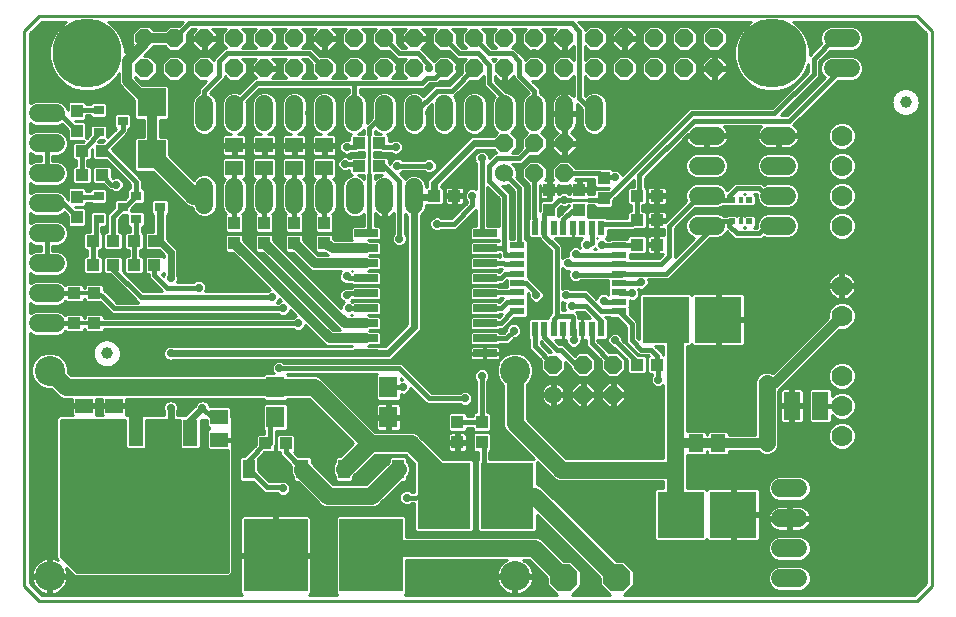
<source format=gbl>
G75*
%MOIN*%
%OFA0B0*%
%FSLAX25Y25*%
%IPPOS*%
%LPD*%
%AMOC8*
5,1,8,0,0,1.08239X$1,22.5*
%
%ADD10C,0.01000*%
%ADD11R,0.04331X0.03937*%
%ADD12R,0.08000X0.02600*%
%ADD13R,0.03937X0.04331*%
%ADD14C,0.06000*%
%ADD15OC8,0.06000*%
%ADD16C,0.06000*%
%ADD17OC8,0.09000*%
%ADD18R,0.04000X0.01600*%
%ADD19R,0.02200X0.05000*%
%ADD20R,0.05000X0.02200*%
%ADD21R,0.04800X0.08800*%
%ADD22R,0.14173X0.08661*%
%ADD23R,0.15500X0.15500*%
%ADD24R,0.05906X0.05118*%
%ADD25R,0.01969X0.01969*%
%ADD26R,0.01575X0.01969*%
%ADD27C,0.10000*%
%ADD28C,0.07000*%
%ADD29R,0.03500X0.03100*%
%ADD30R,0.21260X0.24409*%
%ADD31R,0.03937X0.06299*%
%ADD32R,0.06102X0.07008*%
%ADD33C,0.05600*%
%ADD34C,0.05600*%
%ADD35R,0.09449X0.09449*%
%ADD36C,0.03200*%
%ADD37R,0.05118X0.05906*%
%ADD38R,0.17717X0.22047*%
%ADD39C,0.23000*%
%ADD40C,0.03937*%
%ADD41R,0.05512X0.09449*%
%ADD42C,0.02400*%
%ADD43C,0.02775*%
%ADD44C,0.01600*%
%ADD45C,0.04764*%
%ADD46C,0.04724*%
D10*
X0037595Y0057683D02*
X0032595Y0062683D01*
X0032595Y0247683D01*
X0037595Y0252683D01*
X0330095Y0252683D01*
X0335095Y0247683D01*
X0335095Y0062683D01*
X0330095Y0057683D01*
X0037595Y0057683D01*
X0038424Y0059683D02*
X0034595Y0063512D01*
X0034595Y0146885D01*
X0034773Y0146707D01*
X0036280Y0146083D01*
X0043911Y0146083D01*
X0045418Y0146707D01*
X0046226Y0147516D01*
X0046628Y0147115D01*
X0051870Y0147115D01*
X0052514Y0147759D01*
X0052514Y0148283D01*
X0052676Y0148283D01*
X0052676Y0147759D01*
X0053321Y0147115D01*
X0058563Y0147115D01*
X0059207Y0147759D01*
X0059207Y0148283D01*
X0122227Y0148283D01*
X0122436Y0148074D01*
X0123350Y0147696D01*
X0124340Y0147696D01*
X0125254Y0148074D01*
X0125954Y0148774D01*
X0126278Y0149557D01*
X0132941Y0142894D01*
X0133933Y0142483D01*
X0141990Y0142483D01*
X0141990Y0142483D01*
X0082292Y0142483D01*
X0081840Y0142670D01*
X0080850Y0142670D01*
X0080398Y0142483D01*
X0080392Y0142483D01*
X0080389Y0142479D01*
X0079936Y0142292D01*
X0079236Y0141592D01*
X0079049Y0141140D01*
X0079045Y0141136D01*
X0079045Y0141130D01*
X0078858Y0140678D01*
X0078858Y0139688D01*
X0079045Y0139236D01*
X0079045Y0139230D01*
X0079049Y0139227D01*
X0079236Y0138774D01*
X0079936Y0138074D01*
X0080389Y0137887D01*
X0080392Y0137883D01*
X0080398Y0137883D01*
X0080850Y0137696D01*
X0081840Y0137696D01*
X0082292Y0137883D01*
X0141990Y0137883D01*
X0142090Y0137783D01*
X0151001Y0137783D01*
X0151101Y0137883D01*
X0154798Y0137883D01*
X0163548Y0146633D01*
X0164895Y0147980D01*
X0164895Y0186242D01*
X0165909Y0187256D01*
X0166533Y0188763D01*
X0166533Y0189709D01*
X0166628Y0189615D01*
X0171870Y0189615D01*
X0172514Y0190259D01*
X0172514Y0195107D01*
X0171870Y0195752D01*
X0171549Y0195752D01*
X0171549Y0195884D01*
X0183548Y0207883D01*
X0189097Y0207883D01*
X0189897Y0207083D01*
X0189308Y0207083D01*
X0187583Y0205357D01*
X0187583Y0205678D01*
X0187204Y0206592D01*
X0186504Y0207292D01*
X0185590Y0207670D01*
X0184600Y0207670D01*
X0183686Y0207292D01*
X0182986Y0206592D01*
X0182608Y0205678D01*
X0182608Y0204688D01*
X0182986Y0203774D01*
X0183195Y0203565D01*
X0183195Y0194868D01*
X0182465Y0195170D01*
X0181475Y0195170D01*
X0180561Y0194792D01*
X0179861Y0194092D01*
X0179483Y0193178D01*
X0179483Y0192188D01*
X0179861Y0191274D01*
X0180070Y0191065D01*
X0180070Y0190345D01*
X0174933Y0185208D01*
X0171713Y0185208D01*
X0171504Y0185417D01*
X0170590Y0185795D01*
X0169600Y0185795D01*
X0168686Y0185417D01*
X0167986Y0184717D01*
X0167608Y0183803D01*
X0167608Y0182813D01*
X0167986Y0181899D01*
X0168686Y0181199D01*
X0169600Y0180821D01*
X0170590Y0180821D01*
X0171504Y0181199D01*
X0171713Y0181408D01*
X0176507Y0181408D01*
X0182757Y0187658D01*
X0183195Y0188096D01*
X0183195Y0182583D01*
X0181690Y0182583D01*
X0181045Y0181939D01*
X0181045Y0178427D01*
X0181690Y0177783D01*
X0190601Y0177783D01*
X0190695Y0177877D01*
X0190695Y0177489D01*
X0190601Y0177583D01*
X0181690Y0177583D01*
X0181045Y0176939D01*
X0181045Y0173427D01*
X0181690Y0172783D01*
X0190601Y0172783D01*
X0191015Y0173198D01*
X0191069Y0172891D01*
X0191069Y0172270D01*
X0191202Y0172137D01*
X0191206Y0172115D01*
X0191050Y0172134D01*
X0190601Y0172583D01*
X0181690Y0172583D01*
X0181045Y0171939D01*
X0181045Y0168427D01*
X0181690Y0167783D01*
X0190601Y0167783D01*
X0191101Y0168283D01*
X0191228Y0168283D01*
X0191700Y0168225D01*
X0190829Y0167354D01*
X0190601Y0167583D01*
X0181690Y0167583D01*
X0181045Y0166939D01*
X0181045Y0163427D01*
X0181690Y0162783D01*
X0190601Y0162783D01*
X0191101Y0163283D01*
X0192132Y0163283D01*
X0193245Y0164396D01*
X0193345Y0164496D01*
X0193345Y0162359D01*
X0190825Y0162359D01*
X0190601Y0162583D01*
X0181690Y0162583D01*
X0181045Y0161939D01*
X0181045Y0158427D01*
X0181690Y0157783D01*
X0190601Y0157783D01*
X0191245Y0158427D01*
X0191245Y0158559D01*
X0192034Y0158559D01*
X0190829Y0157354D01*
X0190601Y0157583D01*
X0181690Y0157583D01*
X0181045Y0156939D01*
X0181045Y0153427D01*
X0181690Y0152783D01*
X0190601Y0152783D01*
X0191101Y0153283D01*
X0191758Y0153283D01*
X0190829Y0152354D01*
X0190601Y0152583D01*
X0181690Y0152583D01*
X0181045Y0151939D01*
X0181045Y0148427D01*
X0181690Y0147783D01*
X0190601Y0147783D01*
X0191101Y0148283D01*
X0192132Y0148283D01*
X0193245Y0149396D01*
X0195809Y0151959D01*
X0199901Y0151959D01*
X0200545Y0152604D01*
X0200545Y0155715D01*
X0200526Y0155734D01*
X0200545Y0155753D01*
X0200545Y0158865D01*
X0200526Y0158884D01*
X0200545Y0158903D01*
X0200545Y0160171D01*
X0200733Y0159983D01*
X0200733Y0159063D01*
X0201111Y0158149D01*
X0201811Y0157449D01*
X0202725Y0157071D01*
X0203715Y0157071D01*
X0204629Y0157449D01*
X0205329Y0158149D01*
X0205708Y0159063D01*
X0205708Y0160053D01*
X0205329Y0160967D01*
X0204629Y0161667D01*
X0204278Y0161812D01*
X0201695Y0164395D01*
X0200582Y0165508D01*
X0200545Y0165508D01*
X0200545Y0168314D01*
X0200526Y0168333D01*
X0200545Y0168352D01*
X0200545Y0171463D01*
X0200526Y0171482D01*
X0200545Y0171501D01*
X0200545Y0174613D01*
X0200526Y0174632D01*
X0200545Y0174651D01*
X0200545Y0177762D01*
X0199901Y0178407D01*
X0199495Y0178407D01*
X0199495Y0195970D01*
X0198382Y0197083D01*
X0196520Y0198945D01*
X0196695Y0199368D01*
X0196695Y0200999D01*
X0196071Y0202506D01*
X0195293Y0203283D01*
X0198382Y0203283D01*
X0199495Y0204396D01*
X0199495Y0204396D01*
X0201182Y0206083D01*
X0204293Y0206083D01*
X0206695Y0208485D01*
X0206695Y0211881D01*
X0204883Y0213693D01*
X0204918Y0213707D01*
X0206071Y0214861D01*
X0206695Y0216368D01*
X0206695Y0223999D01*
X0206071Y0225506D01*
X0204918Y0226659D01*
X0204495Y0226834D01*
X0204495Y0228470D01*
X0201882Y0231083D01*
X0204293Y0231083D01*
X0206695Y0233485D01*
X0206695Y0236881D01*
X0204293Y0239283D01*
X0200897Y0239283D01*
X0199495Y0237881D01*
X0199495Y0238470D01*
X0196995Y0240970D01*
X0195882Y0242083D01*
X0195293Y0242083D01*
X0196695Y0243485D01*
X0196695Y0246881D01*
X0195293Y0248283D01*
X0199897Y0248283D01*
X0198495Y0246881D01*
X0198495Y0243485D01*
X0200897Y0241083D01*
X0204293Y0241083D01*
X0206695Y0243485D01*
X0206695Y0246881D01*
X0205293Y0248283D01*
X0209897Y0248283D01*
X0208495Y0246881D01*
X0208495Y0245683D01*
X0212095Y0245683D01*
X0212095Y0244683D01*
X0208495Y0244683D01*
X0208495Y0243485D01*
X0210897Y0241083D01*
X0212095Y0241083D01*
X0212095Y0244683D01*
X0213095Y0244683D01*
X0213095Y0241083D01*
X0214293Y0241083D01*
X0215695Y0242485D01*
X0215695Y0237881D01*
X0214293Y0239283D01*
X0210897Y0239283D01*
X0208495Y0236881D01*
X0208495Y0233485D01*
X0210897Y0231083D01*
X0214293Y0231083D01*
X0215695Y0232485D01*
X0215695Y0225881D01*
X0215266Y0226310D01*
X0214744Y0226690D01*
X0214169Y0226983D01*
X0213555Y0227182D01*
X0213095Y0227255D01*
X0213095Y0220683D01*
X0212095Y0220683D01*
X0212095Y0219683D01*
X0208495Y0219683D01*
X0208495Y0216860D01*
X0208596Y0216223D01*
X0208796Y0215609D01*
X0209089Y0215034D01*
X0209468Y0214512D01*
X0209924Y0214056D01*
X0210356Y0213742D01*
X0208495Y0211881D01*
X0208495Y0210683D01*
X0212095Y0210683D01*
X0212095Y0209683D01*
X0208495Y0209683D01*
X0208495Y0208485D01*
X0210897Y0206083D01*
X0212095Y0206083D01*
X0212095Y0209683D01*
X0213095Y0209683D01*
X0213095Y0206083D01*
X0214293Y0206083D01*
X0216695Y0208485D01*
X0216695Y0209683D01*
X0213095Y0209683D01*
X0213095Y0210683D01*
X0212095Y0210683D01*
X0212095Y0219683D01*
X0213095Y0219683D01*
X0213095Y0214283D01*
X0213095Y0210683D01*
X0216695Y0210683D01*
X0216695Y0211881D01*
X0214834Y0213742D01*
X0215266Y0214056D01*
X0215722Y0214512D01*
X0216102Y0215034D01*
X0216395Y0215609D01*
X0216594Y0216223D01*
X0216695Y0216860D01*
X0216695Y0219683D01*
X0213095Y0219683D01*
X0213095Y0220683D01*
X0216695Y0220683D01*
X0216695Y0223396D01*
X0218495Y0221596D01*
X0218495Y0216368D01*
X0219119Y0214861D01*
X0220273Y0213707D01*
X0221780Y0213083D01*
X0223411Y0213083D01*
X0224918Y0213707D01*
X0226071Y0214861D01*
X0226695Y0216368D01*
X0226695Y0223999D01*
X0226071Y0225506D01*
X0224918Y0226659D01*
X0223411Y0227283D01*
X0221780Y0227283D01*
X0220273Y0226659D01*
X0219540Y0225926D01*
X0219495Y0225970D01*
X0219495Y0232485D01*
X0220897Y0231083D01*
X0224293Y0231083D01*
X0226695Y0233485D01*
X0226695Y0236881D01*
X0224293Y0239283D01*
X0220897Y0239283D01*
X0219495Y0237881D01*
X0219495Y0242485D01*
X0220897Y0241083D01*
X0224293Y0241083D01*
X0226695Y0243485D01*
X0226695Y0246881D01*
X0224293Y0249283D01*
X0220897Y0249283D01*
X0219495Y0247881D01*
X0219495Y0248470D01*
X0218382Y0249583D01*
X0217282Y0250683D01*
X0274755Y0250683D01*
X0274032Y0250266D01*
X0271686Y0247920D01*
X0270027Y0245046D01*
X0269168Y0241842D01*
X0269168Y0238524D01*
X0270027Y0235320D01*
X0271686Y0232446D01*
X0274032Y0230101D01*
X0276905Y0228442D01*
X0280110Y0227583D01*
X0283427Y0227583D01*
X0286632Y0228442D01*
X0289505Y0230101D01*
X0291851Y0232446D01*
X0293510Y0235320D01*
X0293820Y0236478D01*
X0293820Y0234095D01*
X0281808Y0222083D01*
X0254308Y0222083D01*
X0253195Y0220970D01*
X0231868Y0199643D01*
X0231579Y0200342D01*
X0230879Y0201042D01*
X0229965Y0201420D01*
X0228975Y0201420D01*
X0228652Y0201287D01*
X0228144Y0201795D01*
X0225142Y0201795D01*
X0224854Y0202083D01*
X0216493Y0202083D01*
X0214293Y0204283D01*
X0210897Y0204283D01*
X0208495Y0201881D01*
X0208495Y0198485D01*
X0208935Y0198045D01*
X0208079Y0198045D01*
X0208079Y0195264D01*
X0207111Y0195264D01*
X0207111Y0198045D01*
X0206255Y0198045D01*
X0206695Y0198485D01*
X0206695Y0201881D01*
X0204293Y0204283D01*
X0200897Y0204283D01*
X0198495Y0201881D01*
X0198495Y0198485D01*
X0200695Y0196285D01*
X0200695Y0185112D01*
X0200622Y0185039D01*
X0200622Y0179127D01*
X0201266Y0178483D01*
X0204108Y0178483D01*
X0208195Y0174396D01*
X0208195Y0153470D01*
X0207221Y0152496D01*
X0207221Y0151883D01*
X0204415Y0151883D01*
X0204396Y0151864D01*
X0204377Y0151883D01*
X0201266Y0151883D01*
X0200622Y0151239D01*
X0200622Y0145327D01*
X0200922Y0145027D01*
X0200922Y0141670D01*
X0204745Y0137846D01*
X0204745Y0134735D01*
X0207147Y0132333D01*
X0210543Y0132333D01*
X0212945Y0134735D01*
X0212945Y0137146D01*
X0214445Y0135646D01*
X0214745Y0135346D01*
X0214745Y0134735D01*
X0217147Y0132333D01*
X0220543Y0132333D01*
X0222945Y0134735D01*
X0222945Y0138131D01*
X0220543Y0140533D01*
X0217147Y0140533D01*
X0216040Y0139426D01*
X0212132Y0143333D01*
X0210882Y0143333D01*
X0209532Y0144683D01*
X0210676Y0144683D01*
X0210750Y0144757D01*
X0211026Y0144683D01*
X0212220Y0144683D01*
X0212220Y0148233D01*
X0212320Y0148233D01*
X0212320Y0144683D01*
X0213233Y0144683D01*
X0213233Y0144063D01*
X0213611Y0143149D01*
X0214311Y0142449D01*
X0215225Y0142071D01*
X0216215Y0142071D01*
X0217129Y0142449D01*
X0217829Y0143149D01*
X0218208Y0144063D01*
X0218208Y0144683D01*
X0218520Y0144683D01*
X0218520Y0148233D01*
X0218620Y0148233D01*
X0218620Y0144683D01*
X0219814Y0144683D01*
X0219819Y0144684D01*
X0219819Y0142772D01*
X0224745Y0137846D01*
X0224745Y0134735D01*
X0227147Y0132333D01*
X0230543Y0132333D01*
X0232945Y0134735D01*
X0232945Y0138131D01*
X0230543Y0140533D01*
X0227432Y0140533D01*
X0223619Y0144346D01*
X0223619Y0144683D01*
X0226424Y0144683D01*
X0227069Y0145327D01*
X0227069Y0151239D01*
X0226769Y0151539D01*
X0226769Y0151821D01*
X0226331Y0152259D01*
X0227490Y0152259D01*
X0227790Y0151959D01*
X0230258Y0151959D01*
X0233195Y0149022D01*
X0233195Y0143771D01*
X0234308Y0142658D01*
X0237433Y0139533D01*
X0240558Y0139533D01*
X0240705Y0139386D01*
X0240176Y0138857D01*
X0240176Y0134009D01*
X0240821Y0133365D01*
X0241945Y0133365D01*
X0241945Y0133051D01*
X0241736Y0132842D01*
X0241358Y0131928D01*
X0241358Y0130938D01*
X0241736Y0130024D01*
X0242436Y0129324D01*
X0243350Y0128946D01*
X0244340Y0128946D01*
X0245254Y0129324D01*
X0245570Y0129640D01*
X0245570Y0105333D01*
X0213118Y0105333D01*
X0200034Y0118418D01*
X0200034Y0129620D01*
X0201305Y0130891D01*
X0202234Y0133133D01*
X0202234Y0135560D01*
X0201305Y0137802D01*
X0199589Y0139518D01*
X0197347Y0140446D01*
X0194920Y0140446D01*
X0192678Y0139518D01*
X0190962Y0137802D01*
X0190034Y0135560D01*
X0190034Y0133133D01*
X0190962Y0130891D01*
X0192234Y0129620D01*
X0192234Y0116026D01*
X0192827Y0114593D01*
X0202614Y0104807D01*
X0187620Y0104807D01*
X0187620Y0107422D01*
X0188164Y0107966D01*
X0188164Y0113208D01*
X0187519Y0113852D01*
X0182671Y0113852D01*
X0182027Y0113208D01*
X0182027Y0107966D01*
X0182671Y0107321D01*
X0183820Y0107321D01*
X0183820Y0104558D01*
X0183424Y0104162D01*
X0183424Y0081204D01*
X0184069Y0080559D01*
X0202696Y0080559D01*
X0203341Y0081204D01*
X0203341Y0086422D01*
X0224495Y0065268D01*
X0224495Y0062863D01*
X0227676Y0059683D01*
X0215015Y0059683D01*
X0218195Y0062863D01*
X0218195Y0067503D01*
X0214915Y0070783D01*
X0212511Y0070783D01*
X0204804Y0078489D01*
X0203371Y0079083D01*
X0159950Y0079083D01*
X0159950Y0085501D01*
X0159306Y0086145D01*
X0137135Y0086145D01*
X0136490Y0085501D01*
X0136490Y0060180D01*
X0136987Y0059683D01*
X0127525Y0059683D01*
X0127650Y0059756D01*
X0127855Y0059960D01*
X0128000Y0060211D01*
X0128075Y0060491D01*
X0128075Y0072341D01*
X0116845Y0072341D01*
X0116845Y0073341D01*
X0115845Y0073341D01*
X0115845Y0086145D01*
X0105570Y0086145D01*
X0105291Y0086070D01*
X0105040Y0085925D01*
X0104835Y0085721D01*
X0104690Y0085470D01*
X0104615Y0085190D01*
X0104615Y0073341D01*
X0115845Y0073341D01*
X0115845Y0072341D01*
X0104615Y0072341D01*
X0104615Y0060491D01*
X0104690Y0060211D01*
X0104835Y0059960D01*
X0105040Y0059756D01*
X0105165Y0059683D01*
X0038424Y0059683D01*
X0038674Y0060189D02*
X0039587Y0059893D01*
X0040515Y0059746D01*
X0040515Y0065342D01*
X0041515Y0065342D01*
X0041515Y0059746D01*
X0042444Y0059893D01*
X0043357Y0060189D01*
X0044213Y0060625D01*
X0044989Y0061190D01*
X0045668Y0061869D01*
X0046233Y0062645D01*
X0046669Y0063501D01*
X0046965Y0064414D01*
X0047112Y0065343D01*
X0041515Y0065343D01*
X0041515Y0066343D01*
X0040515Y0066343D01*
X0040515Y0071939D01*
X0039587Y0071792D01*
X0038674Y0071496D01*
X0037818Y0071060D01*
X0037042Y0070495D01*
X0036363Y0069816D01*
X0035798Y0069040D01*
X0035362Y0068184D01*
X0035066Y0067271D01*
X0034919Y0066343D01*
X0040515Y0066343D01*
X0040515Y0065343D01*
X0034919Y0065343D01*
X0035066Y0064414D01*
X0035362Y0063501D01*
X0035798Y0062645D01*
X0036363Y0061869D01*
X0037042Y0061190D01*
X0037818Y0060625D01*
X0038674Y0060189D01*
X0037745Y0060679D02*
X0037428Y0060679D01*
X0036554Y0061677D02*
X0036430Y0061677D01*
X0035783Y0062676D02*
X0035431Y0062676D01*
X0035306Y0063674D02*
X0034595Y0063674D01*
X0034595Y0064673D02*
X0035025Y0064673D01*
X0034595Y0065671D02*
X0040515Y0065671D01*
X0040515Y0064673D02*
X0041515Y0064673D01*
X0041515Y0065671D02*
X0104615Y0065671D01*
X0104615Y0064673D02*
X0047006Y0064673D01*
X0046725Y0063674D02*
X0104615Y0063674D01*
X0104615Y0062676D02*
X0046248Y0062676D01*
X0045477Y0061677D02*
X0104615Y0061677D01*
X0104615Y0060679D02*
X0044286Y0060679D01*
X0041515Y0060679D02*
X0040515Y0060679D01*
X0040515Y0061677D02*
X0041515Y0061677D01*
X0041515Y0062676D02*
X0040515Y0062676D01*
X0040515Y0063674D02*
X0041515Y0063674D01*
X0041515Y0066343D02*
X0047112Y0066343D01*
X0046965Y0067271D01*
X0046669Y0068184D01*
X0046421Y0068671D01*
X0049308Y0065783D01*
X0100882Y0065783D01*
X0101995Y0066896D01*
X0101995Y0118470D01*
X0101648Y0118817D01*
X0101648Y0121938D01*
X0101004Y0122582D01*
X0094445Y0122582D01*
X0094270Y0123005D01*
X0094270Y0123011D01*
X0094266Y0123015D01*
X0094079Y0123467D01*
X0093379Y0124167D01*
X0092927Y0124354D01*
X0092923Y0124358D01*
X0092917Y0124358D01*
X0092465Y0124545D01*
X0091475Y0124545D01*
X0091023Y0124358D01*
X0091017Y0124358D01*
X0091014Y0124354D01*
X0090561Y0124167D01*
X0089861Y0123467D01*
X0089674Y0123015D01*
X0086242Y0119583D01*
X0083645Y0119583D01*
X0083645Y0121111D01*
X0083833Y0121563D01*
X0083833Y0122553D01*
X0083645Y0123005D01*
X0083645Y0123011D01*
X0083641Y0123015D01*
X0083454Y0123467D01*
X0082754Y0124167D01*
X0082302Y0124354D01*
X0082298Y0124358D01*
X0082292Y0124358D01*
X0081840Y0124545D01*
X0080850Y0124545D01*
X0080398Y0124358D01*
X0080392Y0124358D01*
X0080389Y0124354D01*
X0079936Y0124167D01*
X0079236Y0123467D01*
X0079049Y0123015D01*
X0079045Y0123011D01*
X0079045Y0123005D01*
X0078858Y0122553D01*
X0078858Y0121563D01*
X0079045Y0121111D01*
X0079045Y0119583D01*
X0066511Y0119583D01*
X0066573Y0119690D01*
X0066648Y0119969D01*
X0066648Y0122173D01*
X0063095Y0122173D01*
X0063095Y0123173D01*
X0066648Y0123173D01*
X0066648Y0125033D01*
X0112164Y0125033D01*
X0112164Y0124973D01*
X0112809Y0124329D01*
X0119822Y0124329D01*
X0120467Y0124973D01*
X0120467Y0125033D01*
X0127481Y0125033D01*
X0142331Y0110183D01*
X0137978Y0105830D01*
X0136820Y0105830D01*
X0136175Y0105186D01*
X0136175Y0104028D01*
X0135938Y0103790D01*
X0135344Y0102356D01*
X0135344Y0100805D01*
X0135938Y0099372D01*
X0136175Y0099134D01*
X0136175Y0097975D01*
X0136820Y0097331D01*
X0141668Y0097331D01*
X0142312Y0097975D01*
X0142312Y0099134D01*
X0149462Y0106283D01*
X0159730Y0106283D01*
X0162578Y0103435D01*
X0162578Y0094085D01*
X0161633Y0094038D01*
X0161504Y0094167D01*
X0160590Y0094545D01*
X0159600Y0094545D01*
X0158686Y0094167D01*
X0157986Y0093467D01*
X0157608Y0092553D01*
X0157608Y0091563D01*
X0157986Y0090649D01*
X0158686Y0089949D01*
X0159600Y0089571D01*
X0160590Y0089571D01*
X0161504Y0089949D01*
X0161796Y0090241D01*
X0162578Y0090280D01*
X0162578Y0081204D01*
X0163222Y0080559D01*
X0181850Y0080559D01*
X0182494Y0081204D01*
X0182494Y0104162D01*
X0181850Y0104807D01*
X0172237Y0104807D01*
X0164651Y0112392D01*
X0163554Y0113489D01*
X0162121Y0114083D01*
X0149462Y0114083D01*
X0131305Y0132239D01*
X0129872Y0132833D01*
X0120467Y0132833D01*
X0120467Y0132893D01*
X0120076Y0133283D01*
X0150114Y0133283D01*
X0149723Y0132893D01*
X0149723Y0124973D01*
X0150368Y0124329D01*
X0157381Y0124329D01*
X0158026Y0124973D01*
X0158026Y0126580D01*
X0158350Y0126446D01*
X0159340Y0126446D01*
X0160254Y0126824D01*
X0160954Y0127524D01*
X0161333Y0128438D01*
X0161333Y0128759D01*
X0166808Y0123283D01*
X0177852Y0123283D01*
X0178061Y0123074D01*
X0178975Y0122696D01*
X0179965Y0122696D01*
X0180879Y0123074D01*
X0181579Y0123774D01*
X0181958Y0124688D01*
X0181958Y0125678D01*
X0181579Y0126592D01*
X0180879Y0127292D01*
X0179965Y0127670D01*
X0178975Y0127670D01*
X0178061Y0127292D01*
X0177852Y0127083D01*
X0168382Y0127083D01*
X0159495Y0135970D01*
X0158382Y0137083D01*
X0119213Y0137083D01*
X0119004Y0137292D01*
X0118090Y0137670D01*
X0117100Y0137670D01*
X0116186Y0137292D01*
X0115486Y0136592D01*
X0115108Y0135678D01*
X0115108Y0134688D01*
X0115486Y0133774D01*
X0115724Y0133537D01*
X0112809Y0133537D01*
X0112164Y0132893D01*
X0112164Y0132833D01*
X0048044Y0132833D01*
X0047115Y0133762D01*
X0047115Y0135560D01*
X0046187Y0137802D01*
X0044471Y0139518D01*
X0042229Y0140446D01*
X0039802Y0140446D01*
X0037560Y0139518D01*
X0035844Y0137802D01*
X0034915Y0135560D01*
X0034915Y0133133D01*
X0035844Y0130891D01*
X0037560Y0129175D01*
X0039802Y0128246D01*
X0041600Y0128246D01*
X0044220Y0125627D01*
X0045653Y0125033D01*
X0048542Y0125033D01*
X0048542Y0123173D01*
X0052095Y0123173D01*
X0052095Y0122173D01*
X0048542Y0122173D01*
X0048542Y0119969D01*
X0048617Y0119690D01*
X0048679Y0119583D01*
X0044308Y0119583D01*
X0043195Y0118470D01*
X0043195Y0071896D01*
X0043844Y0071248D01*
X0043357Y0071496D01*
X0042444Y0071792D01*
X0041515Y0071939D01*
X0041515Y0066343D01*
X0041515Y0066670D02*
X0040515Y0066670D01*
X0040515Y0067668D02*
X0041515Y0067668D01*
X0041515Y0068667D02*
X0040515Y0068667D01*
X0040515Y0069665D02*
X0041515Y0069665D01*
X0041515Y0070664D02*
X0040515Y0070664D01*
X0040515Y0071662D02*
X0041515Y0071662D01*
X0042844Y0071662D02*
X0043429Y0071662D01*
X0043195Y0072661D02*
X0034595Y0072661D01*
X0034595Y0073659D02*
X0043195Y0073659D01*
X0043195Y0074658D02*
X0034595Y0074658D01*
X0034595Y0075656D02*
X0043195Y0075656D01*
X0043195Y0076655D02*
X0034595Y0076655D01*
X0034595Y0077653D02*
X0043195Y0077653D01*
X0043195Y0078652D02*
X0034595Y0078652D01*
X0034595Y0079650D02*
X0043195Y0079650D01*
X0043195Y0080649D02*
X0034595Y0080649D01*
X0034595Y0081647D02*
X0043195Y0081647D01*
X0043195Y0082646D02*
X0034595Y0082646D01*
X0034595Y0083644D02*
X0043195Y0083644D01*
X0043195Y0084643D02*
X0034595Y0084643D01*
X0034595Y0085641D02*
X0043195Y0085641D01*
X0043195Y0086640D02*
X0034595Y0086640D01*
X0034595Y0087638D02*
X0043195Y0087638D01*
X0043195Y0088637D02*
X0034595Y0088637D01*
X0034595Y0089635D02*
X0043195Y0089635D01*
X0043195Y0090634D02*
X0034595Y0090634D01*
X0034595Y0091632D02*
X0043195Y0091632D01*
X0043195Y0092631D02*
X0034595Y0092631D01*
X0034595Y0093629D02*
X0043195Y0093629D01*
X0043195Y0094628D02*
X0034595Y0094628D01*
X0034595Y0095627D02*
X0043195Y0095627D01*
X0043195Y0096625D02*
X0034595Y0096625D01*
X0034595Y0097624D02*
X0043195Y0097624D01*
X0043195Y0098622D02*
X0034595Y0098622D01*
X0034595Y0099621D02*
X0043195Y0099621D01*
X0043195Y0100619D02*
X0034595Y0100619D01*
X0034595Y0101618D02*
X0043195Y0101618D01*
X0043195Y0102616D02*
X0034595Y0102616D01*
X0034595Y0103615D02*
X0043195Y0103615D01*
X0043195Y0104613D02*
X0034595Y0104613D01*
X0034595Y0105612D02*
X0043195Y0105612D01*
X0043195Y0106610D02*
X0034595Y0106610D01*
X0034595Y0107609D02*
X0043195Y0107609D01*
X0043195Y0108607D02*
X0034595Y0108607D01*
X0034595Y0109606D02*
X0043195Y0109606D01*
X0043195Y0110604D02*
X0034595Y0110604D01*
X0034595Y0111603D02*
X0043195Y0111603D01*
X0043195Y0112601D02*
X0034595Y0112601D01*
X0034595Y0113600D02*
X0043195Y0113600D01*
X0043195Y0114598D02*
X0034595Y0114598D01*
X0034595Y0115597D02*
X0043195Y0115597D01*
X0043195Y0116595D02*
X0034595Y0116595D01*
X0034595Y0117594D02*
X0043195Y0117594D01*
X0043317Y0118592D02*
X0034595Y0118592D01*
X0034595Y0119591D02*
X0048674Y0119591D01*
X0048542Y0120589D02*
X0034595Y0120589D01*
X0034595Y0121588D02*
X0048542Y0121588D01*
X0048542Y0123585D02*
X0034595Y0123585D01*
X0034595Y0124583D02*
X0048542Y0124583D01*
X0052095Y0122586D02*
X0034595Y0122586D01*
X0034595Y0125582D02*
X0044328Y0125582D01*
X0043266Y0126580D02*
X0034595Y0126580D01*
X0034595Y0127579D02*
X0042268Y0127579D01*
X0039003Y0128577D02*
X0034595Y0128577D01*
X0034595Y0129576D02*
X0037159Y0129576D01*
X0036161Y0130574D02*
X0034595Y0130574D01*
X0034595Y0131573D02*
X0035562Y0131573D01*
X0035148Y0132571D02*
X0034595Y0132571D01*
X0034595Y0133570D02*
X0034915Y0133570D01*
X0034915Y0134568D02*
X0034595Y0134568D01*
X0034595Y0135567D02*
X0034918Y0135567D01*
X0034595Y0136565D02*
X0035332Y0136565D01*
X0035746Y0137564D02*
X0034595Y0137564D01*
X0034595Y0138563D02*
X0036605Y0138563D01*
X0037664Y0139561D02*
X0034595Y0139561D01*
X0034595Y0140560D02*
X0055438Y0140560D01*
X0055432Y0140484D02*
X0055384Y0140427D01*
X0055405Y0140183D01*
X0055384Y0139939D01*
X0055432Y0139882D01*
X0055450Y0139670D01*
X0055413Y0139605D01*
X0055477Y0139369D01*
X0055498Y0139125D01*
X0055555Y0139077D01*
X0055610Y0138871D01*
X0055585Y0138801D01*
X0055688Y0138579D01*
X0055752Y0138342D01*
X0055816Y0138305D01*
X0055906Y0138112D01*
X0055893Y0138039D01*
X0056034Y0137838D01*
X0056137Y0137616D01*
X0056207Y0137591D01*
X0056329Y0137416D01*
X0056329Y0137342D01*
X0056503Y0137168D01*
X0056643Y0136968D01*
X0056716Y0136955D01*
X0056867Y0136804D01*
X0056880Y0136731D01*
X0057081Y0136590D01*
X0057254Y0136417D01*
X0057328Y0136417D01*
X0057503Y0136295D01*
X0057528Y0136225D01*
X0057750Y0136122D01*
X0057951Y0135981D01*
X0058024Y0135994D01*
X0058217Y0135904D01*
X0058254Y0135839D01*
X0058491Y0135776D01*
X0058713Y0135672D01*
X0058783Y0135698D01*
X0058989Y0135643D01*
X0059037Y0135586D01*
X0059281Y0135564D01*
X0059517Y0135501D01*
X0059582Y0135538D01*
X0059794Y0135520D01*
X0059851Y0135472D01*
X0060095Y0135493D01*
X0060339Y0135472D01*
X0060396Y0135520D01*
X0060609Y0135538D01*
X0060673Y0135501D01*
X0060910Y0135564D01*
X0061154Y0135586D01*
X0061201Y0135643D01*
X0061407Y0135698D01*
X0061477Y0135672D01*
X0061699Y0135776D01*
X0061936Y0135839D01*
X0061973Y0135904D01*
X0062166Y0135994D01*
X0062239Y0135981D01*
X0062440Y0136122D01*
X0062662Y0136225D01*
X0062688Y0136295D01*
X0062862Y0136417D01*
X0062936Y0136417D01*
X0063110Y0136590D01*
X0063310Y0136731D01*
X0063323Y0136804D01*
X0063474Y0136955D01*
X0063547Y0136968D01*
X0063688Y0137168D01*
X0063861Y0137342D01*
X0063861Y0137416D01*
X0063983Y0137591D01*
X0064053Y0137616D01*
X0064157Y0137838D01*
X0064297Y0138039D01*
X0064284Y0138112D01*
X0064375Y0138305D01*
X0064439Y0138342D01*
X0064502Y0138579D01*
X0064606Y0138801D01*
X0064580Y0138871D01*
X0064636Y0139077D01*
X0064692Y0139125D01*
X0064714Y0139369D01*
X0064777Y0139605D01*
X0064740Y0139670D01*
X0064759Y0139882D01*
X0064806Y0139939D01*
X0064785Y0140183D01*
X0064806Y0140427D01*
X0064759Y0140484D01*
X0064740Y0140697D01*
X0064777Y0140761D01*
X0064714Y0140997D01*
X0064692Y0141242D01*
X0064636Y0141289D01*
X0064580Y0141495D01*
X0064606Y0141565D01*
X0064502Y0141787D01*
X0064439Y0142024D01*
X0064375Y0142061D01*
X0064284Y0142254D01*
X0064297Y0142327D01*
X0064157Y0142528D01*
X0064053Y0142750D01*
X0063983Y0142775D01*
X0063861Y0142950D01*
X0063861Y0143024D01*
X0063688Y0143198D01*
X0063547Y0143398D01*
X0063474Y0143411D01*
X0063323Y0143562D01*
X0063310Y0143635D01*
X0063110Y0143776D01*
X0062936Y0143949D01*
X0062862Y0143949D01*
X0062688Y0144071D01*
X0062662Y0144141D01*
X0062440Y0144245D01*
X0062239Y0144385D01*
X0062166Y0144372D01*
X0061973Y0144462D01*
X0061936Y0144527D01*
X0061699Y0144590D01*
X0061477Y0144694D01*
X0061407Y0144668D01*
X0061201Y0144723D01*
X0061154Y0144780D01*
X0060910Y0144802D01*
X0060673Y0144865D01*
X0060609Y0144828D01*
X0060396Y0144847D01*
X0060339Y0144894D01*
X0060095Y0144873D01*
X0059851Y0144894D01*
X0059794Y0144847D01*
X0059582Y0144828D01*
X0059517Y0144865D01*
X0059281Y0144802D01*
X0059037Y0144780D01*
X0058989Y0144723D01*
X0058783Y0144668D01*
X0058713Y0144694D01*
X0058491Y0144590D01*
X0058254Y0144527D01*
X0058217Y0144462D01*
X0058024Y0144372D01*
X0057951Y0144385D01*
X0057750Y0144245D01*
X0057528Y0144141D01*
X0057503Y0144071D01*
X0057328Y0143949D01*
X0057254Y0143949D01*
X0057081Y0143776D01*
X0056880Y0143635D01*
X0056867Y0143562D01*
X0056716Y0143411D01*
X0056643Y0143398D01*
X0056503Y0143198D01*
X0056329Y0143024D01*
X0056329Y0142950D01*
X0056207Y0142775D01*
X0056137Y0142750D01*
X0056034Y0142528D01*
X0055893Y0142327D01*
X0055906Y0142254D01*
X0055816Y0142061D01*
X0055752Y0142024D01*
X0055688Y0141787D01*
X0055585Y0141565D01*
X0055610Y0141495D01*
X0055555Y0141289D01*
X0055498Y0141242D01*
X0055477Y0140997D01*
X0055413Y0140761D01*
X0055450Y0140697D01*
X0055432Y0140484D01*
X0055425Y0139561D02*
X0044366Y0139561D01*
X0045426Y0138563D02*
X0055693Y0138563D01*
X0056226Y0137564D02*
X0046285Y0137564D01*
X0046699Y0136565D02*
X0057106Y0136565D01*
X0059252Y0135567D02*
X0047112Y0135567D01*
X0047115Y0134568D02*
X0115157Y0134568D01*
X0115108Y0135567D02*
X0060938Y0135567D01*
X0063085Y0136565D02*
X0115475Y0136565D01*
X0116843Y0137564D02*
X0063965Y0137564D01*
X0064498Y0138563D02*
X0079448Y0138563D01*
X0078910Y0139561D02*
X0064765Y0139561D01*
X0064752Y0140560D02*
X0078858Y0140560D01*
X0079222Y0141558D02*
X0064603Y0141558D01*
X0064143Y0142557D02*
X0080575Y0142557D01*
X0082115Y0142557D02*
X0133756Y0142557D01*
X0132280Y0143555D02*
X0063330Y0143555D01*
X0061836Y0144554D02*
X0131281Y0144554D01*
X0130283Y0145552D02*
X0034595Y0145552D01*
X0034595Y0144554D02*
X0058355Y0144554D01*
X0056860Y0143555D02*
X0034595Y0143555D01*
X0034595Y0142557D02*
X0056047Y0142557D01*
X0055587Y0141558D02*
X0034595Y0141558D01*
X0034595Y0146551D02*
X0035151Y0146551D01*
X0034595Y0153481D02*
X0034595Y0156885D01*
X0034773Y0156707D01*
X0036280Y0156083D01*
X0043911Y0156083D01*
X0045418Y0156707D01*
X0046226Y0157516D01*
X0046628Y0157115D01*
X0051870Y0157115D01*
X0052514Y0157759D01*
X0052514Y0158283D01*
X0052676Y0158283D01*
X0052676Y0157759D01*
X0053321Y0157115D01*
X0057977Y0157115D01*
X0060695Y0154396D01*
X0061808Y0153283D01*
X0117227Y0153283D01*
X0117436Y0153074D01*
X0118350Y0152696D01*
X0119340Y0152696D01*
X0120254Y0153074D01*
X0120954Y0153774D01*
X0121278Y0154557D01*
X0123219Y0152616D01*
X0122436Y0152292D01*
X0122227Y0152083D01*
X0059207Y0152083D01*
X0059207Y0152607D01*
X0058563Y0153252D01*
X0053321Y0153252D01*
X0052676Y0152607D01*
X0052676Y0152083D01*
X0052514Y0152083D01*
X0052514Y0152607D01*
X0051870Y0153252D01*
X0046628Y0153252D01*
X0046226Y0152850D01*
X0045418Y0153659D01*
X0043911Y0154283D01*
X0036280Y0154283D01*
X0034773Y0153659D01*
X0034595Y0153481D01*
X0034595Y0153540D02*
X0034654Y0153540D01*
X0034595Y0154539D02*
X0060553Y0154539D01*
X0061551Y0153540D02*
X0045536Y0153540D01*
X0045003Y0156536D02*
X0058556Y0156536D01*
X0059554Y0155537D02*
X0034595Y0155537D01*
X0034595Y0156536D02*
X0035187Y0156536D01*
X0034595Y0163481D02*
X0034595Y0166885D01*
X0034773Y0166707D01*
X0036280Y0166083D01*
X0043911Y0166083D01*
X0045418Y0166707D01*
X0046571Y0167861D01*
X0047195Y0169368D01*
X0047195Y0170999D01*
X0046571Y0172506D01*
X0045418Y0173659D01*
X0043911Y0174283D01*
X0041995Y0174283D01*
X0041995Y0176083D01*
X0043911Y0176083D01*
X0045418Y0176707D01*
X0046571Y0177861D01*
X0047195Y0179368D01*
X0047195Y0180999D01*
X0046571Y0182506D01*
X0045418Y0183659D01*
X0043911Y0184283D01*
X0036280Y0184283D01*
X0034773Y0183659D01*
X0034595Y0183481D01*
X0034595Y0186885D01*
X0034773Y0186707D01*
X0036280Y0186083D01*
X0043911Y0186083D01*
X0045418Y0186707D01*
X0045853Y0187142D01*
X0047027Y0185968D01*
X0047027Y0182966D01*
X0047671Y0182321D01*
X0052519Y0182321D01*
X0053164Y0182966D01*
X0053164Y0188208D01*
X0052519Y0188852D01*
X0049517Y0188852D01*
X0049355Y0189014D01*
X0052519Y0189014D01*
X0053164Y0189659D01*
X0053164Y0190380D01*
X0054743Y0190380D01*
X0055140Y0189983D01*
X0059551Y0189983D01*
X0060195Y0190627D01*
X0060195Y0194639D01*
X0059551Y0195283D01*
X0055140Y0195283D01*
X0054495Y0194639D01*
X0054495Y0194180D01*
X0053164Y0194180D01*
X0053164Y0194901D01*
X0052519Y0195545D01*
X0047671Y0195545D01*
X0047027Y0194901D01*
X0047027Y0191405D01*
X0046571Y0192506D01*
X0045418Y0193659D01*
X0043911Y0194283D01*
X0036280Y0194283D01*
X0034773Y0193659D01*
X0034595Y0193481D01*
X0034595Y0196885D01*
X0034773Y0196707D01*
X0036280Y0196083D01*
X0043911Y0196083D01*
X0045418Y0196707D01*
X0046571Y0197861D01*
X0047195Y0199368D01*
X0047195Y0200999D01*
X0046571Y0202506D01*
X0045418Y0203659D01*
X0043911Y0204283D01*
X0041995Y0204283D01*
X0041995Y0206083D01*
X0043911Y0206083D01*
X0045418Y0206707D01*
X0046571Y0207861D01*
X0047195Y0209368D01*
X0047195Y0210999D01*
X0046571Y0212506D01*
X0045418Y0213659D01*
X0043911Y0214283D01*
X0036280Y0214283D01*
X0034773Y0213659D01*
X0034595Y0213481D01*
X0034595Y0216885D01*
X0034773Y0216707D01*
X0036280Y0216083D01*
X0043911Y0216083D01*
X0045149Y0216596D01*
X0047027Y0214718D01*
X0047027Y0211716D01*
X0047671Y0211071D01*
X0052450Y0211071D01*
X0052130Y0210752D01*
X0049128Y0210752D01*
X0048483Y0210107D01*
X0048483Y0205259D01*
X0049128Y0204615D01*
X0049849Y0204615D01*
X0049849Y0202627D01*
X0049128Y0202627D01*
X0048483Y0201982D01*
X0048483Y0197134D01*
X0049128Y0196490D01*
X0054370Y0196490D01*
X0055014Y0197134D01*
X0055014Y0201982D01*
X0054370Y0202627D01*
X0053649Y0202627D01*
X0053649Y0204615D01*
X0054370Y0204615D01*
X0055014Y0205259D01*
X0055014Y0208261D01*
X0055176Y0208424D01*
X0055176Y0205259D01*
X0055821Y0204615D01*
X0059852Y0204615D01*
X0067945Y0196521D01*
X0067945Y0195283D01*
X0067640Y0195283D01*
X0066995Y0194639D01*
X0066995Y0192470D01*
X0066008Y0191483D01*
X0063140Y0191483D01*
X0062495Y0190839D01*
X0062495Y0188670D01*
X0060292Y0186467D01*
X0060292Y0180752D01*
X0059571Y0180752D01*
X0058926Y0180107D01*
X0058926Y0175259D01*
X0059571Y0174615D01*
X0064813Y0174615D01*
X0065457Y0175259D01*
X0065457Y0180107D01*
X0064813Y0180752D01*
X0064092Y0180752D01*
X0064092Y0184893D01*
X0065382Y0186183D01*
X0066995Y0186183D01*
X0066995Y0183027D01*
X0067640Y0182383D01*
X0067945Y0182383D01*
X0067945Y0180752D01*
X0066628Y0180752D01*
X0065983Y0180107D01*
X0065983Y0175259D01*
X0066628Y0174615D01*
X0067349Y0174615D01*
X0067349Y0172627D01*
X0066628Y0172627D01*
X0065983Y0171982D01*
X0065983Y0167134D01*
X0066628Y0166490D01*
X0071870Y0166490D01*
X0072514Y0167134D01*
X0072514Y0171982D01*
X0071870Y0172627D01*
X0071149Y0172627D01*
X0071149Y0174615D01*
X0071870Y0174615D01*
X0072514Y0175259D01*
X0072514Y0180107D01*
X0071870Y0180752D01*
X0071745Y0180752D01*
X0071745Y0182383D01*
X0072051Y0182383D01*
X0072695Y0183027D01*
X0072695Y0187039D01*
X0072051Y0187683D01*
X0068195Y0187683D01*
X0068195Y0188296D01*
X0069882Y0189983D01*
X0072051Y0189983D01*
X0072695Y0190627D01*
X0072695Y0194639D01*
X0072051Y0195283D01*
X0071745Y0195283D01*
X0071745Y0198095D01*
X0061707Y0208133D01*
X0061707Y0208261D01*
X0067245Y0213800D01*
X0067245Y0214933D01*
X0067551Y0214933D01*
X0068195Y0215577D01*
X0068195Y0219589D01*
X0067551Y0220233D01*
X0063140Y0220233D01*
X0062495Y0219589D01*
X0062495Y0215577D01*
X0063072Y0215001D01*
X0060195Y0212124D01*
X0060195Y0215789D01*
X0059551Y0216433D01*
X0055140Y0216433D01*
X0054495Y0215789D01*
X0054495Y0213329D01*
X0053440Y0212062D01*
X0053164Y0211785D01*
X0053164Y0216958D01*
X0052519Y0217602D01*
X0049517Y0217602D01*
X0049355Y0217764D01*
X0052519Y0217764D01*
X0053164Y0218409D01*
X0053164Y0219483D01*
X0054495Y0219483D01*
X0054495Y0219377D01*
X0055140Y0218733D01*
X0059551Y0218733D01*
X0060195Y0219377D01*
X0060195Y0223389D01*
X0059551Y0224033D01*
X0055140Y0224033D01*
X0054495Y0223389D01*
X0054495Y0223283D01*
X0053164Y0223283D01*
X0053164Y0223651D01*
X0052519Y0224295D01*
X0047671Y0224295D01*
X0047027Y0223651D01*
X0047027Y0221405D01*
X0046571Y0222506D01*
X0045418Y0223659D01*
X0043911Y0224283D01*
X0036280Y0224283D01*
X0034773Y0223659D01*
X0034595Y0223481D01*
X0034595Y0246855D01*
X0038424Y0250683D01*
X0046408Y0250683D01*
X0045685Y0250266D01*
X0043339Y0247920D01*
X0041681Y0245046D01*
X0040822Y0241842D01*
X0040822Y0238524D01*
X0041681Y0235320D01*
X0043339Y0232446D01*
X0045685Y0230101D01*
X0048559Y0228442D01*
X0051763Y0227583D01*
X0055081Y0227583D01*
X0058285Y0228442D01*
X0061159Y0230101D01*
X0063504Y0232446D01*
X0064270Y0233773D01*
X0064270Y0230271D01*
X0064681Y0229279D01*
X0069271Y0224689D01*
X0069271Y0218664D01*
X0069915Y0218020D01*
X0072395Y0218020D01*
X0072395Y0212346D01*
X0069915Y0212346D01*
X0069271Y0211702D01*
X0069271Y0201342D01*
X0069915Y0200697D01*
X0075404Y0200697D01*
X0086725Y0189377D01*
X0088158Y0188783D01*
X0088530Y0188783D01*
X0089119Y0187361D01*
X0090273Y0186207D01*
X0091780Y0185583D01*
X0093411Y0185583D01*
X0094918Y0186207D01*
X0096071Y0187361D01*
X0096695Y0188868D01*
X0096695Y0196499D01*
X0096071Y0198006D01*
X0094918Y0199159D01*
X0093411Y0199783D01*
X0091780Y0199783D01*
X0090273Y0199159D01*
X0089123Y0198009D01*
X0080920Y0206213D01*
X0080920Y0211702D01*
X0080275Y0212346D01*
X0077795Y0212346D01*
X0077795Y0218020D01*
X0080275Y0218020D01*
X0080920Y0218664D01*
X0080920Y0229025D01*
X0080275Y0229669D01*
X0071928Y0229669D01*
X0069670Y0231926D01*
X0069670Y0232310D01*
X0070897Y0231083D01*
X0074293Y0231083D01*
X0076695Y0233485D01*
X0076695Y0236881D01*
X0074293Y0239283D01*
X0072388Y0239283D01*
X0074189Y0241083D01*
X0074293Y0241083D01*
X0075693Y0242483D01*
X0079497Y0242483D01*
X0080897Y0241083D01*
X0084293Y0241083D01*
X0086695Y0243485D01*
X0086695Y0246596D01*
X0088382Y0248283D01*
X0089897Y0248283D01*
X0088495Y0246881D01*
X0088495Y0245683D01*
X0092095Y0245683D01*
X0092095Y0244683D01*
X0088495Y0244683D01*
X0088495Y0243485D01*
X0090897Y0241083D01*
X0092095Y0241083D01*
X0092095Y0244683D01*
X0093095Y0244683D01*
X0093095Y0241083D01*
X0094293Y0241083D01*
X0096695Y0243485D01*
X0096695Y0244683D01*
X0093095Y0244683D01*
X0093095Y0245683D01*
X0096695Y0245683D01*
X0096695Y0246881D01*
X0095293Y0248283D01*
X0099897Y0248283D01*
X0098495Y0246881D01*
X0098495Y0243485D01*
X0099897Y0242083D01*
X0099308Y0242083D01*
X0098195Y0240970D01*
X0095695Y0238470D01*
X0095695Y0237881D01*
X0094293Y0239283D01*
X0090897Y0239283D01*
X0088495Y0236881D01*
X0088495Y0233485D01*
X0090897Y0231083D01*
X0093308Y0231083D01*
X0090695Y0228470D01*
X0090695Y0226834D01*
X0090273Y0226659D01*
X0089119Y0225506D01*
X0088495Y0223999D01*
X0088495Y0216368D01*
X0089119Y0214861D01*
X0090273Y0213707D01*
X0091780Y0213083D01*
X0093411Y0213083D01*
X0094918Y0213707D01*
X0096071Y0214861D01*
X0096695Y0216368D01*
X0096695Y0223999D01*
X0096071Y0225506D01*
X0094918Y0226659D01*
X0094495Y0226834D01*
X0094495Y0226896D01*
X0098382Y0230783D01*
X0099495Y0231896D01*
X0099495Y0232485D01*
X0100897Y0231083D01*
X0104293Y0231083D01*
X0106695Y0233485D01*
X0106695Y0236881D01*
X0105293Y0238283D01*
X0109897Y0238283D01*
X0108495Y0236881D01*
X0108495Y0235683D01*
X0112095Y0235683D01*
X0112095Y0234683D01*
X0108495Y0234683D01*
X0108495Y0233485D01*
X0109897Y0232083D01*
X0109308Y0232083D01*
X0108195Y0230970D01*
X0104187Y0226962D01*
X0103411Y0227283D01*
X0101780Y0227283D01*
X0100273Y0226659D01*
X0099119Y0225506D01*
X0098495Y0223999D01*
X0098495Y0216368D01*
X0099119Y0214861D01*
X0100273Y0213707D01*
X0101480Y0213207D01*
X0099498Y0213207D01*
X0099218Y0213132D01*
X0098967Y0212987D01*
X0098762Y0212783D01*
X0098617Y0212532D01*
X0098542Y0212252D01*
X0098542Y0210048D01*
X0102095Y0210048D01*
X0102095Y0209048D01*
X0103095Y0209048D01*
X0103095Y0205889D01*
X0105693Y0205889D01*
X0105972Y0205964D01*
X0106223Y0206109D01*
X0106428Y0206314D01*
X0106573Y0206565D01*
X0106648Y0206844D01*
X0106648Y0209048D01*
X0103095Y0209048D01*
X0103095Y0210048D01*
X0106648Y0210048D01*
X0106648Y0212252D01*
X0106573Y0212532D01*
X0106428Y0212783D01*
X0106223Y0212987D01*
X0105972Y0213132D01*
X0105693Y0213207D01*
X0103711Y0213207D01*
X0104918Y0213707D01*
X0106071Y0214861D01*
X0106695Y0216368D01*
X0106695Y0223999D01*
X0106667Y0224068D01*
X0110882Y0228283D01*
X0140695Y0228283D01*
X0140695Y0226834D01*
X0140273Y0226659D01*
X0139119Y0225506D01*
X0138495Y0223999D01*
X0138495Y0216368D01*
X0139119Y0214861D01*
X0140273Y0213707D01*
X0141553Y0213177D01*
X0140983Y0212607D01*
X0140983Y0211258D01*
X0140590Y0211420D01*
X0139600Y0211420D01*
X0138686Y0211042D01*
X0137986Y0210342D01*
X0137608Y0209428D01*
X0137608Y0208438D01*
X0137986Y0207524D01*
X0138686Y0206824D01*
X0139600Y0206446D01*
X0140590Y0206446D01*
X0141504Y0206824D01*
X0141713Y0207033D01*
X0143786Y0207033D01*
X0143867Y0207115D01*
X0145995Y0207115D01*
X0145995Y0205752D01*
X0141628Y0205752D01*
X0141086Y0205210D01*
X0140879Y0205417D01*
X0139965Y0205795D01*
X0138975Y0205795D01*
X0138061Y0205417D01*
X0137361Y0204717D01*
X0136983Y0203803D01*
X0136983Y0202813D01*
X0137361Y0201899D01*
X0138061Y0201199D01*
X0138975Y0200821D01*
X0139965Y0200821D01*
X0140879Y0201199D01*
X0140983Y0201304D01*
X0140983Y0200259D01*
X0141628Y0199615D01*
X0141778Y0199615D01*
X0140425Y0199054D01*
X0139272Y0197901D01*
X0138648Y0196394D01*
X0138648Y0188763D01*
X0139272Y0187256D01*
X0140425Y0186103D01*
X0141932Y0185478D01*
X0143563Y0185478D01*
X0145070Y0186103D01*
X0145695Y0186727D01*
X0145695Y0182583D01*
X0142090Y0182583D01*
X0141445Y0181939D01*
X0141445Y0178427D01*
X0141990Y0177883D01*
X0136214Y0177883D01*
X0135664Y0178196D01*
X0135664Y0179458D01*
X0135019Y0180102D01*
X0130171Y0180102D01*
X0129527Y0179458D01*
X0129527Y0174216D01*
X0130171Y0173571D01*
X0132873Y0173571D01*
X0133847Y0173017D01*
X0133969Y0172894D01*
X0133996Y0172883D01*
X0130589Y0172883D01*
X0125664Y0177808D01*
X0125664Y0179458D01*
X0125019Y0180102D01*
X0120171Y0180102D01*
X0119527Y0179458D01*
X0119527Y0174216D01*
X0120171Y0173571D01*
X0122264Y0173571D01*
X0127181Y0168654D01*
X0127181Y0168654D01*
X0127941Y0167894D01*
X0128933Y0167483D01*
X0138252Y0167483D01*
X0137986Y0167217D01*
X0137608Y0166303D01*
X0137608Y0165313D01*
X0137986Y0164399D01*
X0138686Y0163699D01*
X0139600Y0163321D01*
X0139896Y0163321D01*
X0139933Y0163283D01*
X0141590Y0163283D01*
X0142090Y0162783D01*
X0151001Y0162783D01*
X0151645Y0163427D01*
X0151645Y0166939D01*
X0151001Y0167583D01*
X0147324Y0167583D01*
X0147806Y0167783D01*
X0151001Y0167783D01*
X0151645Y0168427D01*
X0151645Y0171939D01*
X0151001Y0172583D01*
X0147806Y0172583D01*
X0147565Y0172683D01*
X0147806Y0172783D01*
X0151001Y0172783D01*
X0151645Y0173427D01*
X0151645Y0176939D01*
X0151001Y0177583D01*
X0147806Y0177583D01*
X0147324Y0177783D01*
X0151001Y0177783D01*
X0151645Y0178427D01*
X0151645Y0181939D01*
X0151001Y0182583D01*
X0149495Y0182583D01*
X0149495Y0186875D01*
X0149919Y0186451D01*
X0150442Y0186072D01*
X0151017Y0185779D01*
X0151630Y0185579D01*
X0152090Y0185506D01*
X0152090Y0192078D01*
X0153090Y0192078D01*
X0153090Y0185506D01*
X0153551Y0185579D01*
X0154164Y0185779D01*
X0154739Y0186072D01*
X0155261Y0186451D01*
X0155695Y0186885D01*
X0155695Y0179926D01*
X0155486Y0179717D01*
X0155108Y0178803D01*
X0155108Y0177813D01*
X0155486Y0176899D01*
X0156186Y0176199D01*
X0157100Y0175821D01*
X0158090Y0175821D01*
X0159004Y0176199D01*
X0159704Y0176899D01*
X0160083Y0177813D01*
X0160083Y0178803D01*
X0159704Y0179717D01*
X0159495Y0179926D01*
X0159495Y0186718D01*
X0160110Y0186103D01*
X0160295Y0186026D01*
X0160295Y0149886D01*
X0152892Y0142483D01*
X0151101Y0142483D01*
X0151001Y0142583D01*
X0147324Y0142583D01*
X0147806Y0142783D01*
X0151001Y0142783D01*
X0151645Y0143427D01*
X0151645Y0146939D01*
X0151001Y0147583D01*
X0147806Y0147583D01*
X0147565Y0147683D01*
X0147806Y0147783D01*
X0151001Y0147783D01*
X0151645Y0148427D01*
X0151645Y0151939D01*
X0151001Y0152583D01*
X0147806Y0152583D01*
X0147324Y0152783D01*
X0151001Y0152783D01*
X0151645Y0153427D01*
X0151645Y0156939D01*
X0151001Y0157583D01*
X0142090Y0157583D01*
X0141895Y0157389D01*
X0141576Y0157521D01*
X0141964Y0157909D01*
X0142090Y0157783D01*
X0151001Y0157783D01*
X0151645Y0158427D01*
X0151645Y0161939D01*
X0151001Y0162583D01*
X0142090Y0162583D01*
X0141590Y0162083D01*
X0139933Y0162083D01*
X0139896Y0162045D01*
X0139600Y0162045D01*
X0138686Y0161667D01*
X0137986Y0160967D01*
X0137608Y0160053D01*
X0137608Y0159063D01*
X0137986Y0158149D01*
X0138686Y0157449D01*
X0139240Y0157220D01*
X0138611Y0156592D01*
X0138233Y0155678D01*
X0138233Y0155239D01*
X0115664Y0177808D01*
X0115664Y0179458D01*
X0115019Y0180102D01*
X0110171Y0180102D01*
X0109527Y0179458D01*
X0109527Y0174216D01*
X0110171Y0173571D01*
X0112264Y0173571D01*
X0137941Y0147894D01*
X0137967Y0147883D01*
X0135589Y0147883D01*
X0105664Y0177808D01*
X0105664Y0179458D01*
X0105019Y0180102D01*
X0100171Y0180102D01*
X0099527Y0179458D01*
X0099527Y0174216D01*
X0100171Y0173571D01*
X0102264Y0173571D01*
X0114469Y0161366D01*
X0113686Y0161042D01*
X0113477Y0160833D01*
X0092905Y0160833D01*
X0093208Y0161563D01*
X0093208Y0162553D01*
X0092829Y0163467D01*
X0092129Y0164167D01*
X0091215Y0164545D01*
X0090225Y0164545D01*
X0089311Y0164167D01*
X0089102Y0163958D01*
X0083530Y0163958D01*
X0083641Y0164227D01*
X0083645Y0164230D01*
X0083645Y0164236D01*
X0083833Y0164688D01*
X0083833Y0165678D01*
X0083645Y0166130D01*
X0083645Y0174886D01*
X0082298Y0176233D01*
X0080145Y0178386D01*
X0080145Y0186277D01*
X0080695Y0186827D01*
X0080695Y0190839D01*
X0080051Y0191483D01*
X0075640Y0191483D01*
X0074995Y0190839D01*
X0074995Y0186827D01*
X0075545Y0186277D01*
X0075545Y0180752D01*
X0073321Y0180752D01*
X0072676Y0180107D01*
X0072676Y0175259D01*
X0073321Y0174615D01*
X0077411Y0174615D01*
X0079045Y0172980D01*
X0079045Y0172144D01*
X0078563Y0172627D01*
X0073321Y0172627D01*
X0072676Y0171982D01*
X0072676Y0167134D01*
X0073321Y0166490D01*
X0074042Y0166490D01*
X0074042Y0165425D01*
X0078633Y0160833D01*
X0072132Y0160833D01*
X0065457Y0167508D01*
X0065457Y0171982D01*
X0064813Y0172627D01*
X0059571Y0172627D01*
X0058926Y0171982D01*
X0058926Y0167134D01*
X0059571Y0166490D01*
X0061102Y0166490D01*
X0069445Y0158146D01*
X0070508Y0157083D01*
X0063382Y0157083D01*
X0060006Y0160459D01*
X0059796Y0160884D01*
X0059471Y0160994D01*
X0059229Y0161237D01*
X0059207Y0161237D01*
X0059207Y0162607D01*
X0058563Y0163252D01*
X0053321Y0163252D01*
X0052676Y0162607D01*
X0052676Y0162083D01*
X0052514Y0162083D01*
X0052514Y0162607D01*
X0051870Y0163252D01*
X0046628Y0163252D01*
X0046226Y0162850D01*
X0045418Y0163659D01*
X0043911Y0164283D01*
X0036280Y0164283D01*
X0034773Y0163659D01*
X0034595Y0163481D01*
X0034595Y0163525D02*
X0034639Y0163525D01*
X0034595Y0164524D02*
X0063067Y0164524D01*
X0062069Y0165522D02*
X0034595Y0165522D01*
X0034595Y0166521D02*
X0035223Y0166521D01*
X0044967Y0166521D02*
X0052846Y0166521D01*
X0052878Y0166490D02*
X0058120Y0166490D01*
X0058764Y0167134D01*
X0058764Y0171982D01*
X0058120Y0172627D01*
X0057399Y0172627D01*
X0057399Y0174615D01*
X0058120Y0174615D01*
X0058764Y0175259D01*
X0058764Y0180107D01*
X0058245Y0180626D01*
X0058245Y0182383D01*
X0059551Y0182383D01*
X0060195Y0183027D01*
X0060195Y0187039D01*
X0059551Y0187683D01*
X0055140Y0187683D01*
X0054495Y0187039D01*
X0054495Y0184870D01*
X0054445Y0184820D01*
X0054445Y0180752D01*
X0052878Y0180752D01*
X0052233Y0180107D01*
X0052233Y0175259D01*
X0052878Y0174615D01*
X0053599Y0174615D01*
X0053599Y0172627D01*
X0052878Y0172627D01*
X0052233Y0171982D01*
X0052233Y0167134D01*
X0052878Y0166490D01*
X0052233Y0167519D02*
X0046230Y0167519D01*
X0046843Y0168518D02*
X0052233Y0168518D01*
X0052233Y0169516D02*
X0047195Y0169516D01*
X0047195Y0170515D02*
X0052233Y0170515D01*
X0052233Y0171513D02*
X0046982Y0171513D01*
X0046565Y0172512D02*
X0052763Y0172512D01*
X0053599Y0173510D02*
X0045566Y0173510D01*
X0044932Y0176506D02*
X0052233Y0176506D01*
X0052233Y0177504D02*
X0046215Y0177504D01*
X0046837Y0178503D02*
X0052233Y0178503D01*
X0052233Y0179501D02*
X0047195Y0179501D01*
X0047195Y0180500D02*
X0052626Y0180500D01*
X0052695Y0182497D02*
X0054445Y0182497D01*
X0054445Y0183496D02*
X0053164Y0183496D01*
X0053164Y0184494D02*
X0054445Y0184494D01*
X0054495Y0185493D02*
X0053164Y0185493D01*
X0053164Y0186491D02*
X0054495Y0186491D01*
X0054946Y0187490D02*
X0053164Y0187490D01*
X0052883Y0188488D02*
X0062313Y0188488D01*
X0062495Y0189487D02*
X0052992Y0189487D01*
X0053164Y0194479D02*
X0054495Y0194479D01*
X0052587Y0195478D02*
X0059835Y0195478D01*
X0060195Y0194479D02*
X0061656Y0194479D01*
X0061602Y0194533D02*
X0061811Y0194324D01*
X0062725Y0193946D01*
X0063715Y0193946D01*
X0064629Y0194324D01*
X0065329Y0195024D01*
X0065708Y0195938D01*
X0065708Y0196928D01*
X0065329Y0197842D01*
X0064629Y0198542D01*
X0063715Y0198920D01*
X0062725Y0198920D01*
X0062047Y0198640D01*
X0061707Y0198980D01*
X0061707Y0201982D01*
X0061063Y0202627D01*
X0055821Y0202627D01*
X0055176Y0201982D01*
X0055176Y0197134D01*
X0055821Y0196490D01*
X0058823Y0196490D01*
X0060780Y0194533D01*
X0061602Y0194533D01*
X0060195Y0193481D02*
X0066995Y0193481D01*
X0066995Y0194479D02*
X0064784Y0194479D01*
X0065517Y0195478D02*
X0067945Y0195478D01*
X0067945Y0196476D02*
X0065708Y0196476D01*
X0065481Y0197475D02*
X0066992Y0197475D01*
X0065993Y0198473D02*
X0064698Y0198473D01*
X0064995Y0199472D02*
X0061707Y0199472D01*
X0061707Y0200470D02*
X0063996Y0200470D01*
X0062998Y0201469D02*
X0061707Y0201469D01*
X0061999Y0202467D02*
X0061222Y0202467D01*
X0061000Y0203466D02*
X0053649Y0203466D01*
X0053649Y0204464D02*
X0060002Y0204464D01*
X0062380Y0207460D02*
X0069271Y0207460D01*
X0069271Y0208458D02*
X0061904Y0208458D01*
X0062902Y0209457D02*
X0069271Y0209457D01*
X0069271Y0210455D02*
X0063901Y0210455D01*
X0064899Y0211454D02*
X0069271Y0211454D01*
X0066896Y0213451D02*
X0072395Y0213451D01*
X0072395Y0214449D02*
X0067245Y0214449D01*
X0068066Y0215448D02*
X0072395Y0215448D01*
X0072395Y0216446D02*
X0068195Y0216446D01*
X0068195Y0217445D02*
X0072395Y0217445D01*
X0069492Y0218443D02*
X0068195Y0218443D01*
X0068195Y0219442D02*
X0069271Y0219442D01*
X0069271Y0220440D02*
X0060195Y0220440D01*
X0060195Y0219442D02*
X0062495Y0219442D01*
X0062495Y0218443D02*
X0053164Y0218443D01*
X0053164Y0219442D02*
X0054495Y0219442D01*
X0052676Y0217445D02*
X0062495Y0217445D01*
X0062495Y0216446D02*
X0053164Y0216446D01*
X0053164Y0215448D02*
X0054495Y0215448D01*
X0054495Y0214449D02*
X0053164Y0214449D01*
X0053164Y0213451D02*
X0054495Y0213451D01*
X0053765Y0212452D02*
X0053164Y0212452D01*
X0057294Y0210752D02*
X0057611Y0211133D01*
X0059205Y0211133D01*
X0058823Y0210752D01*
X0057294Y0210752D01*
X0060195Y0212452D02*
X0060524Y0212452D01*
X0060195Y0213451D02*
X0061522Y0213451D01*
X0062521Y0214449D02*
X0060195Y0214449D01*
X0060195Y0215448D02*
X0062625Y0215448D01*
X0065898Y0212452D02*
X0072395Y0212452D01*
X0077795Y0212452D02*
X0098596Y0212452D01*
X0098542Y0211454D02*
X0080920Y0211454D01*
X0080920Y0210455D02*
X0098542Y0210455D01*
X0098542Y0209048D02*
X0098542Y0206844D01*
X0098617Y0206565D01*
X0098762Y0206314D01*
X0098967Y0206109D01*
X0099218Y0205964D01*
X0099498Y0205889D01*
X0102095Y0205889D01*
X0102095Y0209048D01*
X0098542Y0209048D01*
X0098542Y0208458D02*
X0080920Y0208458D01*
X0080920Y0207460D02*
X0098542Y0207460D01*
X0098677Y0206461D02*
X0080920Y0206461D01*
X0081669Y0205463D02*
X0098923Y0205463D01*
X0099187Y0205727D02*
X0098542Y0205083D01*
X0098542Y0199053D01*
X0099187Y0198409D01*
X0099523Y0198409D01*
X0099119Y0198006D01*
X0098495Y0196499D01*
X0098495Y0188868D01*
X0099119Y0187361D01*
X0099928Y0186552D01*
X0099527Y0186151D01*
X0099527Y0180909D01*
X0100171Y0180264D01*
X0105019Y0180264D01*
X0105664Y0180909D01*
X0105664Y0186151D01*
X0105262Y0186552D01*
X0106071Y0187361D01*
X0106695Y0188868D01*
X0106695Y0196499D01*
X0106071Y0198006D01*
X0105668Y0198409D01*
X0106004Y0198409D01*
X0106648Y0199053D01*
X0106648Y0205083D01*
X0106004Y0205727D01*
X0099187Y0205727D01*
X0098542Y0204464D02*
X0082668Y0204464D01*
X0083666Y0203466D02*
X0098542Y0203466D01*
X0098542Y0202467D02*
X0084665Y0202467D01*
X0085664Y0201469D02*
X0098542Y0201469D01*
X0098542Y0200470D02*
X0086662Y0200470D01*
X0087661Y0199472D02*
X0091028Y0199472D01*
X0089587Y0198473D02*
X0088659Y0198473D01*
X0094162Y0199472D02*
X0098542Y0199472D01*
X0099122Y0198473D02*
X0095603Y0198473D01*
X0096291Y0197475D02*
X0098899Y0197475D01*
X0098495Y0196476D02*
X0096695Y0196476D01*
X0096695Y0195478D02*
X0098495Y0195478D01*
X0098495Y0194479D02*
X0096695Y0194479D01*
X0096695Y0193481D02*
X0098495Y0193481D01*
X0098495Y0192482D02*
X0096695Y0192482D01*
X0096695Y0191484D02*
X0098495Y0191484D01*
X0098495Y0190485D02*
X0096695Y0190485D01*
X0096695Y0189487D02*
X0098495Y0189487D01*
X0098652Y0188488D02*
X0096538Y0188488D01*
X0096124Y0187490D02*
X0099066Y0187490D01*
X0099867Y0186491D02*
X0095201Y0186491D01*
X0099527Y0185493D02*
X0080145Y0185493D01*
X0080145Y0184494D02*
X0099527Y0184494D01*
X0099527Y0183496D02*
X0080145Y0183496D01*
X0080145Y0182497D02*
X0099527Y0182497D01*
X0099527Y0181498D02*
X0080145Y0181498D01*
X0080145Y0180500D02*
X0099935Y0180500D01*
X0099570Y0179501D02*
X0080145Y0179501D01*
X0080145Y0178503D02*
X0099527Y0178503D01*
X0099527Y0177504D02*
X0081026Y0177504D01*
X0082025Y0176506D02*
X0099527Y0176506D01*
X0099527Y0175507D02*
X0083023Y0175507D01*
X0083645Y0174509D02*
X0099527Y0174509D01*
X0102324Y0173510D02*
X0083645Y0173510D01*
X0083645Y0172512D02*
X0103323Y0172512D01*
X0104321Y0171513D02*
X0083645Y0171513D01*
X0083645Y0170515D02*
X0105320Y0170515D01*
X0106319Y0169516D02*
X0083645Y0169516D01*
X0083645Y0168518D02*
X0107317Y0168518D01*
X0108316Y0167519D02*
X0083645Y0167519D01*
X0083645Y0166521D02*
X0109314Y0166521D01*
X0110313Y0165522D02*
X0083833Y0165522D01*
X0083764Y0164524D02*
X0090173Y0164524D01*
X0091267Y0164524D02*
X0111311Y0164524D01*
X0112310Y0163525D02*
X0092771Y0163525D01*
X0093208Y0162527D02*
X0113308Y0162527D01*
X0114307Y0161528D02*
X0093193Y0161528D01*
X0079045Y0166130D02*
X0078947Y0165893D01*
X0078351Y0166490D01*
X0078563Y0166490D01*
X0079045Y0166972D01*
X0079045Y0166130D01*
X0079045Y0166521D02*
X0078594Y0166521D01*
X0075941Y0163525D02*
X0069440Y0163525D01*
X0070438Y0162527D02*
X0076939Y0162527D01*
X0077938Y0161528D02*
X0071437Y0161528D01*
X0069059Y0158533D02*
X0061932Y0158533D01*
X0060934Y0159531D02*
X0068060Y0159531D01*
X0067061Y0160530D02*
X0059971Y0160530D01*
X0059207Y0161528D02*
X0066063Y0161528D01*
X0065064Y0162527D02*
X0059207Y0162527D01*
X0059539Y0166521D02*
X0058151Y0166521D01*
X0058764Y0167519D02*
X0058926Y0167519D01*
X0058926Y0168518D02*
X0058764Y0168518D01*
X0058764Y0169516D02*
X0058926Y0169516D01*
X0058926Y0170515D02*
X0058764Y0170515D01*
X0058764Y0171513D02*
X0058926Y0171513D01*
X0059456Y0172512D02*
X0058234Y0172512D01*
X0057399Y0173510D02*
X0067349Y0173510D01*
X0067349Y0174509D02*
X0057399Y0174509D01*
X0058764Y0175507D02*
X0058926Y0175507D01*
X0058926Y0176506D02*
X0058764Y0176506D01*
X0058764Y0177504D02*
X0058926Y0177504D01*
X0058926Y0178503D02*
X0058764Y0178503D01*
X0058764Y0179501D02*
X0058926Y0179501D01*
X0059319Y0180500D02*
X0058371Y0180500D01*
X0058245Y0181498D02*
X0060292Y0181498D01*
X0060292Y0182497D02*
X0059665Y0182497D01*
X0060195Y0183496D02*
X0060292Y0183496D01*
X0060292Y0184494D02*
X0060195Y0184494D01*
X0060195Y0185493D02*
X0060292Y0185493D01*
X0060316Y0186491D02*
X0060195Y0186491D01*
X0059744Y0187490D02*
X0061315Y0187490D01*
X0062495Y0190485D02*
X0060053Y0190485D01*
X0060195Y0191484D02*
X0066009Y0191484D01*
X0066995Y0192482D02*
X0060195Y0192482D01*
X0058837Y0196476D02*
X0044860Y0196476D01*
X0046185Y0197475D02*
X0048483Y0197475D01*
X0048483Y0198473D02*
X0046825Y0198473D01*
X0047195Y0199472D02*
X0048483Y0199472D01*
X0048483Y0200470D02*
X0047195Y0200470D01*
X0047000Y0201469D02*
X0048483Y0201469D01*
X0048968Y0202467D02*
X0046587Y0202467D01*
X0045611Y0203466D02*
X0049849Y0203466D01*
X0049849Y0204464D02*
X0041995Y0204464D01*
X0041995Y0205463D02*
X0048483Y0205463D01*
X0048483Y0206461D02*
X0044824Y0206461D01*
X0046170Y0207460D02*
X0048483Y0207460D01*
X0048483Y0208458D02*
X0046819Y0208458D01*
X0047195Y0209457D02*
X0048483Y0209457D01*
X0048831Y0210455D02*
X0047195Y0210455D01*
X0047288Y0211454D02*
X0047007Y0211454D01*
X0047027Y0212452D02*
X0046593Y0212452D01*
X0047027Y0213451D02*
X0045626Y0213451D01*
X0047027Y0214449D02*
X0034595Y0214449D01*
X0034595Y0215448D02*
X0046297Y0215448D01*
X0045298Y0216446D02*
X0044788Y0216446D01*
X0047013Y0221439D02*
X0047027Y0221439D01*
X0047027Y0222437D02*
X0046599Y0222437D01*
X0047027Y0223436D02*
X0045641Y0223436D01*
X0053164Y0223436D02*
X0054542Y0223436D01*
X0060148Y0223436D02*
X0069271Y0223436D01*
X0069271Y0224434D02*
X0034595Y0224434D01*
X0034595Y0225433D02*
X0068527Y0225433D01*
X0067528Y0226431D02*
X0034595Y0226431D01*
X0034595Y0227430D02*
X0066530Y0227430D01*
X0065531Y0228429D02*
X0058236Y0228429D01*
X0059992Y0229427D02*
X0064620Y0229427D01*
X0064270Y0230426D02*
X0061483Y0230426D01*
X0062482Y0231424D02*
X0064270Y0231424D01*
X0064270Y0232423D02*
X0063480Y0232423D01*
X0064067Y0233421D02*
X0064270Y0233421D01*
X0070173Y0231424D02*
X0070556Y0231424D01*
X0071171Y0230426D02*
X0092651Y0230426D01*
X0091652Y0229427D02*
X0080517Y0229427D01*
X0080920Y0228429D02*
X0090695Y0228429D01*
X0090695Y0227430D02*
X0080920Y0227430D01*
X0080920Y0226431D02*
X0090045Y0226431D01*
X0089089Y0225433D02*
X0080920Y0225433D01*
X0080920Y0224434D02*
X0088676Y0224434D01*
X0088495Y0223436D02*
X0080920Y0223436D01*
X0080920Y0222437D02*
X0088495Y0222437D01*
X0088495Y0221439D02*
X0080920Y0221439D01*
X0080920Y0220440D02*
X0088495Y0220440D01*
X0088495Y0219442D02*
X0080920Y0219442D01*
X0080699Y0218443D02*
X0088495Y0218443D01*
X0088495Y0217445D02*
X0077795Y0217445D01*
X0077795Y0216446D02*
X0088495Y0216446D01*
X0088876Y0215448D02*
X0077795Y0215448D01*
X0077795Y0214449D02*
X0089531Y0214449D01*
X0090892Y0213451D02*
X0077795Y0213451D01*
X0080920Y0209457D02*
X0102095Y0209457D01*
X0102095Y0208458D02*
X0103095Y0208458D01*
X0103095Y0207460D02*
X0102095Y0207460D01*
X0102095Y0206461D02*
X0103095Y0206461D01*
X0103095Y0209457D02*
X0112095Y0209457D01*
X0112095Y0209048D02*
X0108542Y0209048D01*
X0108542Y0206844D01*
X0108617Y0206565D01*
X0108762Y0206314D01*
X0108967Y0206109D01*
X0109218Y0205964D01*
X0109498Y0205889D01*
X0112095Y0205889D01*
X0112095Y0209048D01*
X0113095Y0209048D01*
X0113095Y0205889D01*
X0115693Y0205889D01*
X0115972Y0205964D01*
X0116223Y0206109D01*
X0116428Y0206314D01*
X0116573Y0206565D01*
X0116648Y0206844D01*
X0116648Y0209048D01*
X0113095Y0209048D01*
X0113095Y0210048D01*
X0116648Y0210048D01*
X0116648Y0212252D01*
X0116573Y0212532D01*
X0116428Y0212783D01*
X0116223Y0212987D01*
X0115972Y0213132D01*
X0115693Y0213207D01*
X0113711Y0213207D01*
X0114918Y0213707D01*
X0116071Y0214861D01*
X0116695Y0216368D01*
X0116695Y0223999D01*
X0116071Y0225506D01*
X0114918Y0226659D01*
X0113411Y0227283D01*
X0111780Y0227283D01*
X0110273Y0226659D01*
X0109119Y0225506D01*
X0108495Y0223999D01*
X0108495Y0216368D01*
X0109119Y0214861D01*
X0110273Y0213707D01*
X0111480Y0213207D01*
X0109498Y0213207D01*
X0109218Y0213132D01*
X0108967Y0212987D01*
X0108762Y0212783D01*
X0108617Y0212532D01*
X0108542Y0212252D01*
X0108542Y0210048D01*
X0112095Y0210048D01*
X0112095Y0209048D01*
X0112095Y0208458D02*
X0113095Y0208458D01*
X0113095Y0207460D02*
X0112095Y0207460D01*
X0112095Y0206461D02*
X0113095Y0206461D01*
X0113095Y0209457D02*
X0122095Y0209457D01*
X0122095Y0209048D02*
X0118542Y0209048D01*
X0118542Y0206844D01*
X0118617Y0206565D01*
X0118762Y0206314D01*
X0118967Y0206109D01*
X0119218Y0205964D01*
X0119498Y0205889D01*
X0122095Y0205889D01*
X0122095Y0209048D01*
X0123095Y0209048D01*
X0123095Y0205889D01*
X0125693Y0205889D01*
X0125972Y0205964D01*
X0126223Y0206109D01*
X0126428Y0206314D01*
X0126573Y0206565D01*
X0126648Y0206844D01*
X0126648Y0209048D01*
X0123095Y0209048D01*
X0123095Y0210048D01*
X0126648Y0210048D01*
X0126648Y0212252D01*
X0126573Y0212532D01*
X0126428Y0212783D01*
X0126223Y0212987D01*
X0125972Y0213132D01*
X0125693Y0213207D01*
X0123711Y0213207D01*
X0124918Y0213707D01*
X0126071Y0214861D01*
X0126695Y0216368D01*
X0126695Y0223999D01*
X0126071Y0225506D01*
X0124918Y0226659D01*
X0123411Y0227283D01*
X0121780Y0227283D01*
X0120273Y0226659D01*
X0119119Y0225506D01*
X0118495Y0223999D01*
X0118495Y0216368D01*
X0119119Y0214861D01*
X0120273Y0213707D01*
X0121480Y0213207D01*
X0119498Y0213207D01*
X0119218Y0213132D01*
X0118967Y0212987D01*
X0118762Y0212783D01*
X0118617Y0212532D01*
X0118542Y0212252D01*
X0118542Y0210048D01*
X0122095Y0210048D01*
X0122095Y0209048D01*
X0122095Y0208458D02*
X0123095Y0208458D01*
X0123095Y0207460D02*
X0122095Y0207460D01*
X0122095Y0206461D02*
X0123095Y0206461D01*
X0123095Y0209457D02*
X0132095Y0209457D01*
X0132095Y0209048D02*
X0128542Y0209048D01*
X0128542Y0206844D01*
X0128617Y0206565D01*
X0128762Y0206314D01*
X0128967Y0206109D01*
X0129218Y0205964D01*
X0129498Y0205889D01*
X0132095Y0205889D01*
X0132095Y0209048D01*
X0133095Y0209048D01*
X0133095Y0205889D01*
X0135693Y0205889D01*
X0135972Y0205964D01*
X0136223Y0206109D01*
X0136428Y0206314D01*
X0136573Y0206565D01*
X0136648Y0206844D01*
X0136648Y0209048D01*
X0133095Y0209048D01*
X0133095Y0210048D01*
X0136648Y0210048D01*
X0136648Y0212252D01*
X0136573Y0212532D01*
X0136428Y0212783D01*
X0136223Y0212987D01*
X0135972Y0213132D01*
X0135693Y0213207D01*
X0133711Y0213207D01*
X0134918Y0213707D01*
X0136071Y0214861D01*
X0136695Y0216368D01*
X0136695Y0223999D01*
X0136071Y0225506D01*
X0134918Y0226659D01*
X0133411Y0227283D01*
X0131780Y0227283D01*
X0130273Y0226659D01*
X0129119Y0225506D01*
X0128495Y0223999D01*
X0128495Y0216368D01*
X0129119Y0214861D01*
X0130273Y0213707D01*
X0131480Y0213207D01*
X0129498Y0213207D01*
X0129218Y0213132D01*
X0128967Y0212987D01*
X0128762Y0212783D01*
X0128617Y0212532D01*
X0128542Y0212252D01*
X0128542Y0210048D01*
X0132095Y0210048D01*
X0132095Y0209048D01*
X0132095Y0208458D02*
X0133095Y0208458D01*
X0133095Y0207460D02*
X0132095Y0207460D01*
X0132095Y0206461D02*
X0133095Y0206461D01*
X0133095Y0209457D02*
X0137620Y0209457D01*
X0137608Y0208458D02*
X0136648Y0208458D01*
X0136648Y0207460D02*
X0138051Y0207460D01*
X0139563Y0206461D02*
X0136513Y0206461D01*
X0136004Y0205727D02*
X0129187Y0205727D01*
X0128542Y0205083D01*
X0128542Y0199053D01*
X0129187Y0198409D01*
X0129523Y0198409D01*
X0129119Y0198006D01*
X0128495Y0196499D01*
X0128495Y0188868D01*
X0129119Y0187361D01*
X0129928Y0186552D01*
X0129527Y0186151D01*
X0129527Y0180909D01*
X0130171Y0180264D01*
X0135019Y0180264D01*
X0135664Y0180909D01*
X0135664Y0186151D01*
X0135262Y0186552D01*
X0136071Y0187361D01*
X0136695Y0188868D01*
X0136695Y0196499D01*
X0136071Y0198006D01*
X0135668Y0198409D01*
X0136004Y0198409D01*
X0136648Y0199053D01*
X0136648Y0205083D01*
X0136004Y0205727D01*
X0136268Y0205463D02*
X0138172Y0205463D01*
X0137257Y0204464D02*
X0136648Y0204464D01*
X0136648Y0203466D02*
X0136983Y0203466D01*
X0137126Y0202467D02*
X0136648Y0202467D01*
X0136648Y0201469D02*
X0137792Y0201469D01*
X0136648Y0200470D02*
X0140983Y0200470D01*
X0141433Y0199472D02*
X0136648Y0199472D01*
X0136068Y0198473D02*
X0139844Y0198473D01*
X0139096Y0197475D02*
X0136291Y0197475D01*
X0136695Y0196476D02*
X0138682Y0196476D01*
X0138648Y0195478D02*
X0136695Y0195478D01*
X0136695Y0194479D02*
X0138648Y0194479D01*
X0138648Y0193481D02*
X0136695Y0193481D01*
X0136695Y0192482D02*
X0138648Y0192482D01*
X0138648Y0191484D02*
X0136695Y0191484D01*
X0136695Y0190485D02*
X0138648Y0190485D01*
X0138648Y0189487D02*
X0136695Y0189487D01*
X0136538Y0188488D02*
X0138762Y0188488D01*
X0139175Y0187490D02*
X0136124Y0187490D01*
X0135323Y0186491D02*
X0140037Y0186491D01*
X0141898Y0185493D02*
X0135664Y0185493D01*
X0135664Y0184494D02*
X0145695Y0184494D01*
X0145695Y0183496D02*
X0135664Y0183496D01*
X0135664Y0182497D02*
X0142003Y0182497D01*
X0141445Y0181498D02*
X0135664Y0181498D01*
X0135255Y0180500D02*
X0141445Y0180500D01*
X0141445Y0179501D02*
X0135620Y0179501D01*
X0135664Y0178503D02*
X0141445Y0178503D01*
X0149495Y0183496D02*
X0155695Y0183496D01*
X0155695Y0184494D02*
X0149495Y0184494D01*
X0149495Y0185493D02*
X0155695Y0185493D01*
X0155695Y0186491D02*
X0155301Y0186491D01*
X0153090Y0186491D02*
X0152090Y0186491D01*
X0152090Y0187490D02*
X0153090Y0187490D01*
X0153090Y0188488D02*
X0152090Y0188488D01*
X0152090Y0189487D02*
X0153090Y0189487D01*
X0153090Y0190485D02*
X0152090Y0190485D01*
X0152090Y0191484D02*
X0153090Y0191484D01*
X0149879Y0186491D02*
X0149495Y0186491D01*
X0145695Y0186491D02*
X0145459Y0186491D01*
X0145695Y0185493D02*
X0143598Y0185493D01*
X0151087Y0182497D02*
X0155695Y0182497D01*
X0155695Y0181498D02*
X0151645Y0181498D01*
X0151645Y0180500D02*
X0155695Y0180500D01*
X0155397Y0179501D02*
X0151645Y0179501D01*
X0151645Y0178503D02*
X0155108Y0178503D01*
X0155236Y0177504D02*
X0151079Y0177504D01*
X0151645Y0176506D02*
X0155880Y0176506D01*
X0159311Y0176506D02*
X0160295Y0176506D01*
X0160295Y0177504D02*
X0159955Y0177504D01*
X0160083Y0178503D02*
X0160295Y0178503D01*
X0160295Y0179501D02*
X0159793Y0179501D01*
X0159495Y0180500D02*
X0160295Y0180500D01*
X0160295Y0181498D02*
X0159495Y0181498D01*
X0159495Y0182497D02*
X0160295Y0182497D01*
X0160295Y0183496D02*
X0159495Y0183496D01*
X0159495Y0184494D02*
X0160295Y0184494D01*
X0160295Y0185493D02*
X0159495Y0185493D01*
X0159495Y0186491D02*
X0159722Y0186491D01*
X0164895Y0185493D02*
X0168869Y0185493D01*
X0167894Y0184494D02*
X0164895Y0184494D01*
X0164895Y0183496D02*
X0167608Y0183496D01*
X0167739Y0182497D02*
X0164895Y0182497D01*
X0164895Y0181498D02*
X0168387Y0181498D01*
X0164895Y0180500D02*
X0181045Y0180500D01*
X0181045Y0181498D02*
X0176598Y0181498D01*
X0177596Y0182497D02*
X0181603Y0182497D01*
X0183195Y0183496D02*
X0178595Y0183496D01*
X0179593Y0184494D02*
X0183195Y0184494D01*
X0183195Y0185493D02*
X0180592Y0185493D01*
X0181590Y0186491D02*
X0183195Y0186491D01*
X0183195Y0187490D02*
X0182589Y0187490D01*
X0180070Y0190485D02*
X0179184Y0190485D01*
X0179207Y0190570D02*
X0179207Y0192199D01*
X0176426Y0192199D01*
X0176426Y0193167D01*
X0179207Y0193167D01*
X0179207Y0194796D01*
X0179132Y0195076D01*
X0178987Y0195327D01*
X0178782Y0195532D01*
X0178532Y0195677D01*
X0178252Y0195752D01*
X0176426Y0195752D01*
X0176426Y0193167D01*
X0175457Y0193167D01*
X0175457Y0192199D01*
X0172676Y0192199D01*
X0172676Y0190570D01*
X0172751Y0190290D01*
X0172896Y0190039D01*
X0173101Y0189834D01*
X0173352Y0189690D01*
X0173631Y0189615D01*
X0175457Y0189615D01*
X0175457Y0192199D01*
X0176426Y0192199D01*
X0176426Y0189615D01*
X0178252Y0189615D01*
X0178532Y0189690D01*
X0178782Y0189834D01*
X0178987Y0190039D01*
X0179132Y0190290D01*
X0179207Y0190570D01*
X0179207Y0191484D02*
X0179775Y0191484D01*
X0179483Y0192482D02*
X0176426Y0192482D01*
X0175457Y0192482D02*
X0172514Y0192482D01*
X0172676Y0193167D02*
X0175457Y0193167D01*
X0175457Y0195752D01*
X0173631Y0195752D01*
X0173352Y0195677D01*
X0173101Y0195532D01*
X0172896Y0195327D01*
X0172751Y0195076D01*
X0172676Y0194796D01*
X0172676Y0193167D01*
X0172676Y0193481D02*
X0172514Y0193481D01*
X0172514Y0194479D02*
X0172676Y0194479D01*
X0173047Y0195478D02*
X0172144Y0195478D01*
X0172141Y0196476D02*
X0183195Y0196476D01*
X0183195Y0195478D02*
X0178837Y0195478D01*
X0179207Y0194479D02*
X0180248Y0194479D01*
X0179608Y0193481D02*
X0179207Y0193481D01*
X0176426Y0193481D02*
X0175457Y0193481D01*
X0175457Y0194479D02*
X0176426Y0194479D01*
X0176426Y0195478D02*
X0175457Y0195478D01*
X0173139Y0197475D02*
X0183195Y0197475D01*
X0183195Y0198473D02*
X0174138Y0198473D01*
X0175136Y0199472D02*
X0183195Y0199472D01*
X0183195Y0200470D02*
X0176135Y0200470D01*
X0177133Y0201469D02*
X0183195Y0201469D01*
X0183195Y0202467D02*
X0178132Y0202467D01*
X0179130Y0203466D02*
X0183195Y0203466D01*
X0182701Y0204464D02*
X0180129Y0204464D01*
X0181128Y0205463D02*
X0182608Y0205463D01*
X0182932Y0206461D02*
X0182126Y0206461D01*
X0183125Y0207460D02*
X0184092Y0207460D01*
X0186099Y0207460D02*
X0189520Y0207460D01*
X0188686Y0206461D02*
X0187258Y0206461D01*
X0187583Y0205463D02*
X0187688Y0205463D01*
X0195293Y0207083D02*
X0196695Y0208485D01*
X0196695Y0211881D01*
X0194883Y0213693D01*
X0194918Y0213707D01*
X0196071Y0214861D01*
X0196695Y0216368D01*
X0196695Y0223999D01*
X0196071Y0225506D01*
X0194918Y0226659D01*
X0193411Y0227283D01*
X0193182Y0227283D01*
X0189495Y0230970D01*
X0189495Y0232485D01*
X0190897Y0231083D01*
X0192095Y0231083D01*
X0192095Y0234683D01*
X0193095Y0234683D01*
X0193095Y0231083D01*
X0194293Y0231083D01*
X0195695Y0232485D01*
X0195695Y0231896D01*
X0196808Y0230783D01*
X0200695Y0226896D01*
X0200695Y0226834D01*
X0200273Y0226659D01*
X0199119Y0225506D01*
X0198495Y0223999D01*
X0198495Y0216368D01*
X0199119Y0214861D01*
X0200273Y0213707D01*
X0200307Y0213693D01*
X0198495Y0211881D01*
X0198495Y0208770D01*
X0196808Y0207083D01*
X0195293Y0207083D01*
X0195670Y0207460D02*
X0197185Y0207460D01*
X0196669Y0208458D02*
X0198183Y0208458D01*
X0198495Y0209457D02*
X0196695Y0209457D01*
X0196695Y0210455D02*
X0198495Y0210455D01*
X0198495Y0211454D02*
X0196695Y0211454D01*
X0196124Y0212452D02*
X0199066Y0212452D01*
X0200065Y0213451D02*
X0195126Y0213451D01*
X0195660Y0214449D02*
X0199531Y0214449D01*
X0198876Y0215448D02*
X0196314Y0215448D01*
X0196695Y0216446D02*
X0198495Y0216446D01*
X0198495Y0217445D02*
X0196695Y0217445D01*
X0196695Y0218443D02*
X0198495Y0218443D01*
X0198495Y0219442D02*
X0196695Y0219442D01*
X0196695Y0220440D02*
X0198495Y0220440D01*
X0198495Y0221439D02*
X0196695Y0221439D01*
X0196695Y0222437D02*
X0198495Y0222437D01*
X0198495Y0223436D02*
X0196695Y0223436D01*
X0196515Y0224434D02*
X0198676Y0224434D01*
X0199089Y0225433D02*
X0196101Y0225433D01*
X0195145Y0226431D02*
X0200045Y0226431D01*
X0200161Y0227430D02*
X0193035Y0227430D01*
X0192037Y0228429D02*
X0199163Y0228429D01*
X0198164Y0229427D02*
X0191038Y0229427D01*
X0190040Y0230426D02*
X0197166Y0230426D01*
X0196167Y0231424D02*
X0194634Y0231424D01*
X0195633Y0232423D02*
X0195695Y0232423D01*
X0193095Y0232423D02*
X0192095Y0232423D01*
X0192095Y0233421D02*
X0193095Y0233421D01*
X0193095Y0234420D02*
X0192095Y0234420D01*
X0192095Y0231424D02*
X0193095Y0231424D01*
X0190556Y0231424D02*
X0189495Y0231424D01*
X0189495Y0232423D02*
X0189557Y0232423D01*
X0185695Y0232423D02*
X0185633Y0232423D01*
X0185695Y0232485D02*
X0185695Y0229396D01*
X0189353Y0225739D01*
X0189119Y0225506D01*
X0188495Y0223999D01*
X0188495Y0216368D01*
X0189119Y0214861D01*
X0190273Y0213707D01*
X0190307Y0213693D01*
X0189097Y0212483D01*
X0181642Y0212483D01*
X0180295Y0211136D01*
X0166949Y0197789D01*
X0166949Y0195752D01*
X0166628Y0195752D01*
X0166533Y0195657D01*
X0166533Y0196394D01*
X0165909Y0197901D01*
X0164755Y0199054D01*
X0163248Y0199678D01*
X0161617Y0199678D01*
X0160110Y0199054D01*
X0159495Y0198439D01*
X0159495Y0198470D01*
X0158382Y0199583D01*
X0157680Y0200285D01*
X0158379Y0200574D01*
X0158588Y0200783D01*
X0165977Y0200783D01*
X0166186Y0200574D01*
X0167100Y0200196D01*
X0168090Y0200196D01*
X0169004Y0200574D01*
X0169704Y0201274D01*
X0170083Y0202188D01*
X0170083Y0203178D01*
X0169704Y0204092D01*
X0169004Y0204792D01*
X0168090Y0205170D01*
X0167100Y0205170D01*
X0166186Y0204792D01*
X0165977Y0204583D01*
X0158588Y0204583D01*
X0158379Y0204792D01*
X0157465Y0205170D01*
X0156475Y0205170D01*
X0155561Y0204792D01*
X0154861Y0204092D01*
X0154572Y0203393D01*
X0154207Y0203758D01*
X0154207Y0205107D01*
X0153563Y0205752D01*
X0149195Y0205752D01*
X0149195Y0207115D01*
X0151323Y0207115D01*
X0151405Y0207033D01*
X0154727Y0207033D01*
X0154936Y0206824D01*
X0155850Y0206446D01*
X0156840Y0206446D01*
X0157754Y0206824D01*
X0158454Y0207524D01*
X0158833Y0208438D01*
X0158833Y0209428D01*
X0158454Y0210342D01*
X0157754Y0211042D01*
X0156840Y0211420D01*
X0155850Y0211420D01*
X0154936Y0211042D01*
X0154727Y0210833D01*
X0154207Y0210833D01*
X0154207Y0212607D01*
X0153637Y0213177D01*
X0154918Y0213707D01*
X0156071Y0214861D01*
X0156695Y0216368D01*
X0156695Y0223999D01*
X0156071Y0225506D01*
X0154918Y0226659D01*
X0153411Y0227283D01*
X0151780Y0227283D01*
X0150273Y0226659D01*
X0149119Y0225506D01*
X0148495Y0223999D01*
X0148495Y0218770D01*
X0146808Y0217083D01*
X0146695Y0216970D01*
X0146695Y0223999D01*
X0146071Y0225506D01*
X0144918Y0226659D01*
X0144495Y0226834D01*
X0144495Y0228283D01*
X0165882Y0228283D01*
X0167757Y0230158D01*
X0170257Y0230158D01*
X0171182Y0231083D01*
X0174293Y0231083D01*
X0176695Y0233485D01*
X0176695Y0236881D01*
X0174293Y0239283D01*
X0170897Y0239283D01*
X0169165Y0237551D01*
X0165745Y0240970D01*
X0164963Y0241752D01*
X0166695Y0243485D01*
X0166695Y0244683D01*
X0163095Y0244683D01*
X0163095Y0245683D01*
X0166695Y0245683D01*
X0166695Y0246881D01*
X0165293Y0248283D01*
X0169897Y0248283D01*
X0168495Y0246881D01*
X0168495Y0243485D01*
X0170897Y0241083D01*
X0174008Y0241083D01*
X0175695Y0239396D01*
X0176808Y0238283D01*
X0179897Y0238283D01*
X0178495Y0236881D01*
X0178495Y0233770D01*
X0174308Y0229583D01*
X0169308Y0229583D01*
X0165651Y0225926D01*
X0164918Y0226659D01*
X0163411Y0227283D01*
X0161780Y0227283D01*
X0160273Y0226659D01*
X0159119Y0225506D01*
X0158495Y0223999D01*
X0158495Y0216368D01*
X0159119Y0214861D01*
X0160273Y0213707D01*
X0161780Y0213083D01*
X0163411Y0213083D01*
X0164918Y0213707D01*
X0166071Y0214861D01*
X0166695Y0216368D01*
X0166695Y0221596D01*
X0168495Y0223396D01*
X0168495Y0216368D01*
X0169119Y0214861D01*
X0170273Y0213707D01*
X0171780Y0213083D01*
X0173411Y0213083D01*
X0174918Y0213707D01*
X0176071Y0214861D01*
X0176695Y0216368D01*
X0176695Y0223999D01*
X0176071Y0225506D01*
X0175793Y0225783D01*
X0175882Y0225783D01*
X0176995Y0226896D01*
X0181182Y0231083D01*
X0184293Y0231083D01*
X0185695Y0232485D01*
X0185695Y0231424D02*
X0184634Y0231424D01*
X0185695Y0230426D02*
X0180525Y0230426D01*
X0179526Y0229427D02*
X0185695Y0229427D01*
X0186663Y0228429D02*
X0178528Y0228429D01*
X0177529Y0227430D02*
X0187661Y0227430D01*
X0188660Y0226431D02*
X0185145Y0226431D01*
X0184918Y0226659D02*
X0183411Y0227283D01*
X0181780Y0227283D01*
X0180273Y0226659D01*
X0179119Y0225506D01*
X0178495Y0223999D01*
X0178495Y0216368D01*
X0179119Y0214861D01*
X0180273Y0213707D01*
X0181780Y0213083D01*
X0183411Y0213083D01*
X0184918Y0213707D01*
X0186071Y0214861D01*
X0186695Y0216368D01*
X0186695Y0223999D01*
X0186071Y0225506D01*
X0184918Y0226659D01*
X0186101Y0225433D02*
X0189089Y0225433D01*
X0188676Y0224434D02*
X0186515Y0224434D01*
X0186695Y0223436D02*
X0188495Y0223436D01*
X0188495Y0222437D02*
X0186695Y0222437D01*
X0186695Y0221439D02*
X0188495Y0221439D01*
X0188495Y0220440D02*
X0186695Y0220440D01*
X0186695Y0219442D02*
X0188495Y0219442D01*
X0188495Y0218443D02*
X0186695Y0218443D01*
X0186695Y0217445D02*
X0188495Y0217445D01*
X0188495Y0216446D02*
X0186695Y0216446D01*
X0186314Y0215448D02*
X0188876Y0215448D01*
X0189531Y0214449D02*
X0185660Y0214449D01*
X0184299Y0213451D02*
X0190065Y0213451D01*
X0181612Y0212452D02*
X0154207Y0212452D01*
X0154207Y0211454D02*
X0180613Y0211454D01*
X0179615Y0210455D02*
X0158341Y0210455D01*
X0158821Y0209457D02*
X0178616Y0209457D01*
X0177618Y0208458D02*
X0158833Y0208458D01*
X0158390Y0207460D02*
X0176619Y0207460D01*
X0175621Y0206461D02*
X0156878Y0206461D01*
X0155813Y0206461D02*
X0149195Y0206461D01*
X0145995Y0206461D02*
X0140628Y0206461D01*
X0140768Y0205463D02*
X0141339Y0205463D01*
X0138100Y0210455D02*
X0136648Y0210455D01*
X0136648Y0211454D02*
X0140983Y0211454D01*
X0140983Y0212452D02*
X0136594Y0212452D01*
X0135660Y0214449D02*
X0139531Y0214449D01*
X0138876Y0215448D02*
X0136314Y0215448D01*
X0136695Y0216446D02*
X0138495Y0216446D01*
X0138495Y0217445D02*
X0136695Y0217445D01*
X0136695Y0218443D02*
X0138495Y0218443D01*
X0138495Y0219442D02*
X0136695Y0219442D01*
X0136695Y0220440D02*
X0138495Y0220440D01*
X0138495Y0221439D02*
X0136695Y0221439D01*
X0136695Y0222437D02*
X0138495Y0222437D01*
X0138495Y0223436D02*
X0136695Y0223436D01*
X0136515Y0224434D02*
X0138676Y0224434D01*
X0139089Y0225433D02*
X0136101Y0225433D01*
X0135145Y0226431D02*
X0140045Y0226431D01*
X0140695Y0227430D02*
X0110029Y0227430D01*
X0110045Y0226431D02*
X0109031Y0226431D01*
X0109089Y0225433D02*
X0108032Y0225433D01*
X0108676Y0224434D02*
X0107034Y0224434D01*
X0106695Y0223436D02*
X0108495Y0223436D01*
X0108495Y0222437D02*
X0106695Y0222437D01*
X0106695Y0221439D02*
X0108495Y0221439D01*
X0108495Y0220440D02*
X0106695Y0220440D01*
X0106695Y0219442D02*
X0108495Y0219442D01*
X0108495Y0218443D02*
X0106695Y0218443D01*
X0106695Y0217445D02*
X0108495Y0217445D01*
X0108495Y0216446D02*
X0106695Y0216446D01*
X0106314Y0215448D02*
X0108876Y0215448D01*
X0109531Y0214449D02*
X0105660Y0214449D01*
X0104299Y0213451D02*
X0110892Y0213451D01*
X0108596Y0212452D02*
X0106594Y0212452D01*
X0106648Y0211454D02*
X0108542Y0211454D01*
X0108542Y0210455D02*
X0106648Y0210455D01*
X0106648Y0208458D02*
X0108542Y0208458D01*
X0108542Y0207460D02*
X0106648Y0207460D01*
X0106513Y0206461D02*
X0108677Y0206461D01*
X0109187Y0205727D02*
X0108542Y0205083D01*
X0108542Y0199053D01*
X0109187Y0198409D01*
X0109523Y0198409D01*
X0109119Y0198006D01*
X0108495Y0196499D01*
X0108495Y0188868D01*
X0109119Y0187361D01*
X0109928Y0186552D01*
X0109527Y0186151D01*
X0109527Y0180909D01*
X0110171Y0180264D01*
X0115019Y0180264D01*
X0115664Y0180909D01*
X0115664Y0186151D01*
X0115262Y0186552D01*
X0116071Y0187361D01*
X0116695Y0188868D01*
X0116695Y0196499D01*
X0116071Y0198006D01*
X0115668Y0198409D01*
X0116004Y0198409D01*
X0116648Y0199053D01*
X0116648Y0205083D01*
X0116004Y0205727D01*
X0109187Y0205727D01*
X0108923Y0205463D02*
X0106268Y0205463D01*
X0106648Y0204464D02*
X0108542Y0204464D01*
X0108542Y0203466D02*
X0106648Y0203466D01*
X0106648Y0202467D02*
X0108542Y0202467D01*
X0108542Y0201469D02*
X0106648Y0201469D01*
X0106648Y0200470D02*
X0108542Y0200470D01*
X0108542Y0199472D02*
X0106648Y0199472D01*
X0106068Y0198473D02*
X0109122Y0198473D01*
X0108899Y0197475D02*
X0106291Y0197475D01*
X0106695Y0196476D02*
X0108495Y0196476D01*
X0108495Y0195478D02*
X0106695Y0195478D01*
X0106695Y0194479D02*
X0108495Y0194479D01*
X0108495Y0193481D02*
X0106695Y0193481D01*
X0106695Y0192482D02*
X0108495Y0192482D01*
X0108495Y0191484D02*
X0106695Y0191484D01*
X0106695Y0190485D02*
X0108495Y0190485D01*
X0108495Y0189487D02*
X0106695Y0189487D01*
X0106538Y0188488D02*
X0108652Y0188488D01*
X0109066Y0187490D02*
X0106124Y0187490D01*
X0105323Y0186491D02*
X0109867Y0186491D01*
X0109527Y0185493D02*
X0105664Y0185493D01*
X0105664Y0184494D02*
X0109527Y0184494D01*
X0109527Y0183496D02*
X0105664Y0183496D01*
X0105664Y0182497D02*
X0109527Y0182497D01*
X0109527Y0181498D02*
X0105664Y0181498D01*
X0105255Y0180500D02*
X0109935Y0180500D01*
X0109570Y0179501D02*
X0105620Y0179501D01*
X0105664Y0178503D02*
X0109527Y0178503D01*
X0109527Y0177504D02*
X0105967Y0177504D01*
X0106966Y0176506D02*
X0109527Y0176506D01*
X0109527Y0175507D02*
X0107964Y0175507D01*
X0108963Y0174509D02*
X0109527Y0174509D01*
X0109961Y0173510D02*
X0112324Y0173510D01*
X0113323Y0172512D02*
X0110960Y0172512D01*
X0111958Y0171513D02*
X0114321Y0171513D01*
X0115320Y0170515D02*
X0112957Y0170515D01*
X0113955Y0169516D02*
X0116319Y0169516D01*
X0117317Y0168518D02*
X0114954Y0168518D01*
X0115952Y0167519D02*
X0118316Y0167519D01*
X0119314Y0166521D02*
X0116951Y0166521D01*
X0117949Y0165522D02*
X0120313Y0165522D01*
X0121311Y0164524D02*
X0118948Y0164524D01*
X0119946Y0163525D02*
X0122310Y0163525D01*
X0123308Y0162527D02*
X0120945Y0162527D01*
X0121943Y0161528D02*
X0124307Y0161528D01*
X0125305Y0160530D02*
X0122942Y0160530D01*
X0123940Y0159531D02*
X0126304Y0159531D01*
X0127302Y0158533D02*
X0124939Y0158533D01*
X0125937Y0157534D02*
X0128301Y0157534D01*
X0129299Y0156536D02*
X0126936Y0156536D01*
X0127934Y0155537D02*
X0130298Y0155537D01*
X0131296Y0154539D02*
X0128933Y0154539D01*
X0129931Y0153540D02*
X0132295Y0153540D01*
X0133293Y0152542D02*
X0130930Y0152542D01*
X0131928Y0151543D02*
X0134292Y0151543D01*
X0135290Y0150545D02*
X0132927Y0150545D01*
X0133925Y0149546D02*
X0136289Y0149546D01*
X0137287Y0148548D02*
X0134924Y0148548D01*
X0129284Y0146551D02*
X0045039Y0146551D01*
X0052304Y0147549D02*
X0052886Y0147549D01*
X0052676Y0152542D02*
X0052514Y0152542D01*
X0052289Y0157534D02*
X0052901Y0157534D01*
X0059207Y0152542D02*
X0123039Y0152542D01*
X0122295Y0153540D02*
X0120720Y0153540D01*
X0121271Y0154539D02*
X0121296Y0154539D01*
X0118219Y0157616D02*
X0117528Y0158307D01*
X0117204Y0157524D01*
X0116763Y0157083D01*
X0117227Y0157083D01*
X0117436Y0157292D01*
X0118219Y0157616D01*
X0118021Y0157534D02*
X0117208Y0157534D01*
X0131943Y0161528D02*
X0138548Y0161528D01*
X0137805Y0160530D02*
X0132942Y0160530D01*
X0133940Y0159531D02*
X0137608Y0159531D01*
X0137828Y0158533D02*
X0134939Y0158533D01*
X0135937Y0157534D02*
X0138601Y0157534D01*
X0138588Y0156536D02*
X0136936Y0156536D01*
X0137934Y0155537D02*
X0138233Y0155537D01*
X0141589Y0157534D02*
X0142041Y0157534D01*
X0141895Y0152977D02*
X0141990Y0152883D01*
X0141667Y0152883D01*
X0141895Y0152977D01*
X0151042Y0152542D02*
X0160295Y0152542D01*
X0160295Y0153540D02*
X0151645Y0153540D01*
X0151645Y0154539D02*
X0160295Y0154539D01*
X0160295Y0155537D02*
X0151645Y0155537D01*
X0151645Y0156536D02*
X0160295Y0156536D01*
X0160295Y0157534D02*
X0151050Y0157534D01*
X0151645Y0158533D02*
X0160295Y0158533D01*
X0160295Y0159531D02*
X0151645Y0159531D01*
X0151645Y0160530D02*
X0160295Y0160530D01*
X0160295Y0161528D02*
X0151645Y0161528D01*
X0151057Y0162527D02*
X0160295Y0162527D01*
X0160295Y0163525D02*
X0151645Y0163525D01*
X0151645Y0164524D02*
X0160295Y0164524D01*
X0160295Y0165522D02*
X0151645Y0165522D01*
X0151645Y0166521D02*
X0160295Y0166521D01*
X0160295Y0167519D02*
X0151065Y0167519D01*
X0151645Y0168518D02*
X0160295Y0168518D01*
X0160295Y0169516D02*
X0151645Y0169516D01*
X0151645Y0170515D02*
X0160295Y0170515D01*
X0160295Y0171513D02*
X0151645Y0171513D01*
X0151072Y0172512D02*
X0160295Y0172512D01*
X0160295Y0173510D02*
X0151645Y0173510D01*
X0151645Y0174509D02*
X0160295Y0174509D01*
X0160295Y0175507D02*
X0151645Y0175507D01*
X0164895Y0175507D02*
X0181045Y0175507D01*
X0181045Y0174509D02*
X0164895Y0174509D01*
X0164895Y0173510D02*
X0181045Y0173510D01*
X0181618Y0172512D02*
X0164895Y0172512D01*
X0164895Y0171513D02*
X0181045Y0171513D01*
X0181045Y0170515D02*
X0164895Y0170515D01*
X0164895Y0169516D02*
X0181045Y0169516D01*
X0181045Y0168518D02*
X0164895Y0168518D01*
X0164895Y0167519D02*
X0181626Y0167519D01*
X0181045Y0166521D02*
X0164895Y0166521D01*
X0164895Y0165522D02*
X0181045Y0165522D01*
X0181045Y0164524D02*
X0164895Y0164524D01*
X0164895Y0163525D02*
X0181045Y0163525D01*
X0181633Y0162527D02*
X0164895Y0162527D01*
X0164895Y0161528D02*
X0181045Y0161528D01*
X0181045Y0160530D02*
X0164895Y0160530D01*
X0164895Y0159531D02*
X0181045Y0159531D01*
X0181045Y0158533D02*
X0164895Y0158533D01*
X0164895Y0157534D02*
X0181641Y0157534D01*
X0181045Y0156536D02*
X0164895Y0156536D01*
X0164895Y0155537D02*
X0181045Y0155537D01*
X0181045Y0154539D02*
X0164895Y0154539D01*
X0164895Y0153540D02*
X0181045Y0153540D01*
X0181648Y0152542D02*
X0164895Y0152542D01*
X0164895Y0151543D02*
X0181045Y0151543D01*
X0181045Y0150545D02*
X0164895Y0150545D01*
X0164895Y0149546D02*
X0181045Y0149546D01*
X0181045Y0148548D02*
X0164895Y0148548D01*
X0164464Y0147549D02*
X0181656Y0147549D01*
X0181690Y0147583D02*
X0181045Y0146939D01*
X0181045Y0143427D01*
X0181690Y0142783D01*
X0190601Y0142783D01*
X0191101Y0143283D01*
X0194007Y0143283D01*
X0195920Y0145196D01*
X0196215Y0145196D01*
X0197129Y0145574D01*
X0197829Y0146274D01*
X0198208Y0147188D01*
X0198208Y0148178D01*
X0197829Y0149092D01*
X0197129Y0149792D01*
X0196215Y0150170D01*
X0195225Y0150170D01*
X0194311Y0149792D01*
X0193611Y0149092D01*
X0193233Y0148178D01*
X0193233Y0147883D01*
X0192433Y0147083D01*
X0191101Y0147083D01*
X0190601Y0147583D01*
X0181690Y0147583D01*
X0181045Y0146551D02*
X0163465Y0146551D01*
X0162467Y0145552D02*
X0181045Y0145552D01*
X0181045Y0144554D02*
X0161468Y0144554D01*
X0160470Y0143555D02*
X0181045Y0143555D01*
X0181721Y0142508D02*
X0182000Y0142583D01*
X0185995Y0142583D01*
X0185995Y0140333D01*
X0185995Y0140033D01*
X0181045Y0140033D01*
X0181045Y0138738D01*
X0181120Y0138458D01*
X0181265Y0138208D01*
X0181470Y0138003D01*
X0181721Y0137858D01*
X0182000Y0137783D01*
X0185995Y0137783D01*
X0185995Y0140033D01*
X0186295Y0140033D01*
X0186295Y0137783D01*
X0190290Y0137783D01*
X0190570Y0137858D01*
X0190821Y0138003D01*
X0191025Y0138208D01*
X0191170Y0138458D01*
X0191245Y0138738D01*
X0191245Y0140033D01*
X0186295Y0140033D01*
X0186295Y0140333D01*
X0185995Y0140333D01*
X0181045Y0140333D01*
X0181045Y0141628D01*
X0181120Y0141908D01*
X0181265Y0142158D01*
X0181470Y0142363D01*
X0181721Y0142508D01*
X0181901Y0142557D02*
X0159471Y0142557D01*
X0158473Y0141558D02*
X0181045Y0141558D01*
X0181045Y0140560D02*
X0157474Y0140560D01*
X0156476Y0139561D02*
X0181045Y0139561D01*
X0181092Y0138563D02*
X0155477Y0138563D01*
X0158900Y0136565D02*
X0190450Y0136565D01*
X0190037Y0135567D02*
X0159898Y0135567D01*
X0160897Y0134568D02*
X0183463Y0134568D01*
X0183686Y0134792D02*
X0182986Y0134092D01*
X0182608Y0133178D01*
X0182608Y0132188D01*
X0182986Y0131274D01*
X0183195Y0131065D01*
X0183195Y0120545D01*
X0182671Y0120545D01*
X0182027Y0119901D01*
X0182027Y0119180D01*
X0180039Y0119180D01*
X0180039Y0119901D01*
X0179394Y0120545D01*
X0174546Y0120545D01*
X0173902Y0119901D01*
X0173902Y0114659D01*
X0174546Y0114014D01*
X0179394Y0114014D01*
X0180039Y0114659D01*
X0180039Y0115380D01*
X0182027Y0115380D01*
X0182027Y0114659D01*
X0182671Y0114014D01*
X0187519Y0114014D01*
X0188164Y0114659D01*
X0188164Y0119901D01*
X0187519Y0120545D01*
X0186995Y0120545D01*
X0186995Y0131065D01*
X0187204Y0131274D01*
X0187583Y0132188D01*
X0187583Y0133178D01*
X0187204Y0134092D01*
X0186504Y0134792D01*
X0185590Y0135170D01*
X0184600Y0135170D01*
X0183686Y0134792D01*
X0182770Y0133570D02*
X0161895Y0133570D01*
X0162894Y0132571D02*
X0182608Y0132571D01*
X0182863Y0131573D02*
X0163892Y0131573D01*
X0164891Y0130574D02*
X0183195Y0130574D01*
X0183195Y0129576D02*
X0165889Y0129576D01*
X0166888Y0128577D02*
X0183195Y0128577D01*
X0183195Y0127579D02*
X0180186Y0127579D01*
X0178754Y0127579D02*
X0167886Y0127579D01*
X0165508Y0124583D02*
X0157636Y0124583D01*
X0158026Y0125582D02*
X0164509Y0125582D01*
X0163511Y0126580D02*
X0159665Y0126580D01*
X0160977Y0127579D02*
X0162512Y0127579D01*
X0161514Y0128577D02*
X0161333Y0128577D01*
X0158671Y0131420D02*
X0158350Y0131420D01*
X0158026Y0131286D01*
X0158026Y0132065D01*
X0158671Y0131420D01*
X0158518Y0131573D02*
X0158026Y0131573D01*
X0149723Y0131573D02*
X0131972Y0131573D01*
X0132970Y0130574D02*
X0149723Y0130574D01*
X0149723Y0129576D02*
X0133969Y0129576D01*
X0134967Y0128577D02*
X0149723Y0128577D01*
X0149723Y0127579D02*
X0135966Y0127579D01*
X0136964Y0126580D02*
X0149723Y0126580D01*
X0149723Y0125582D02*
X0137963Y0125582D01*
X0138961Y0124583D02*
X0150114Y0124583D01*
X0150399Y0123462D02*
X0150148Y0123317D01*
X0149943Y0123112D01*
X0149798Y0122862D01*
X0149723Y0122582D01*
X0149723Y0119433D01*
X0153375Y0119433D01*
X0153375Y0123537D01*
X0150679Y0123537D01*
X0150399Y0123462D01*
X0149725Y0122586D02*
X0140958Y0122586D01*
X0139960Y0123585D02*
X0166506Y0123585D01*
X0173902Y0119591D02*
X0158026Y0119591D01*
X0158026Y0119433D02*
X0158026Y0122582D01*
X0157951Y0122862D01*
X0157806Y0123112D01*
X0157601Y0123317D01*
X0157350Y0123462D01*
X0157071Y0123537D01*
X0154375Y0123537D01*
X0154375Y0119433D01*
X0158026Y0119433D01*
X0158026Y0118433D02*
X0158026Y0115284D01*
X0157951Y0115005D01*
X0157806Y0114754D01*
X0157601Y0114549D01*
X0157350Y0114404D01*
X0157071Y0114329D01*
X0154375Y0114329D01*
X0154375Y0118433D01*
X0154375Y0119433D01*
X0153375Y0119433D01*
X0153375Y0118433D01*
X0154375Y0118433D01*
X0158026Y0118433D01*
X0158026Y0117594D02*
X0173902Y0117594D01*
X0173902Y0118592D02*
X0154375Y0118592D01*
X0154375Y0117594D02*
X0153375Y0117594D01*
X0153375Y0118433D02*
X0153375Y0114329D01*
X0150679Y0114329D01*
X0150399Y0114404D01*
X0150148Y0114549D01*
X0149943Y0114754D01*
X0149798Y0115005D01*
X0149723Y0115284D01*
X0149723Y0118433D01*
X0153375Y0118433D01*
X0153375Y0118592D02*
X0144952Y0118592D01*
X0143954Y0119591D02*
X0149723Y0119591D01*
X0149723Y0120589D02*
X0142955Y0120589D01*
X0141957Y0121588D02*
X0149723Y0121588D01*
X0153375Y0121588D02*
X0154375Y0121588D01*
X0154375Y0122586D02*
X0153375Y0122586D01*
X0153375Y0120589D02*
X0154375Y0120589D01*
X0154375Y0119591D02*
X0153375Y0119591D01*
X0153375Y0116595D02*
X0154375Y0116595D01*
X0154375Y0115597D02*
X0153375Y0115597D01*
X0153375Y0114598D02*
X0154375Y0114598D01*
X0157651Y0114598D02*
X0173962Y0114598D01*
X0173902Y0115597D02*
X0158026Y0115597D01*
X0158026Y0116595D02*
X0173902Y0116595D01*
X0174577Y0113777D02*
X0174326Y0113632D01*
X0174121Y0113427D01*
X0173977Y0113177D01*
X0173902Y0112897D01*
X0173902Y0111071D01*
X0176486Y0111071D01*
X0176486Y0113852D01*
X0174857Y0113852D01*
X0174577Y0113777D01*
X0174294Y0113600D02*
X0163288Y0113600D01*
X0164442Y0112601D02*
X0173902Y0112601D01*
X0173902Y0111603D02*
X0165441Y0111603D01*
X0166439Y0110604D02*
X0176486Y0110604D01*
X0176486Y0111071D02*
X0176486Y0110102D01*
X0177454Y0110102D01*
X0177454Y0107321D01*
X0179083Y0107321D01*
X0179363Y0107396D01*
X0179614Y0107541D01*
X0179819Y0107746D01*
X0179964Y0107997D01*
X0180039Y0108276D01*
X0180039Y0110102D01*
X0177454Y0110102D01*
X0177454Y0111071D01*
X0176486Y0111071D01*
X0176486Y0111603D02*
X0177454Y0111603D01*
X0177454Y0111071D02*
X0177454Y0113852D01*
X0179083Y0113852D01*
X0179363Y0113777D01*
X0179614Y0113632D01*
X0179819Y0113427D01*
X0179964Y0113177D01*
X0180039Y0112897D01*
X0180039Y0111071D01*
X0177454Y0111071D01*
X0177454Y0110604D02*
X0182027Y0110604D01*
X0182027Y0109606D02*
X0180039Y0109606D01*
X0180039Y0108607D02*
X0182027Y0108607D01*
X0182384Y0107609D02*
X0179682Y0107609D01*
X0177454Y0107609D02*
X0176486Y0107609D01*
X0176486Y0107321D02*
X0176486Y0110102D01*
X0173902Y0110102D01*
X0173902Y0108276D01*
X0173977Y0107997D01*
X0174121Y0107746D01*
X0174326Y0107541D01*
X0174577Y0107396D01*
X0174857Y0107321D01*
X0176486Y0107321D01*
X0176486Y0108607D02*
X0177454Y0108607D01*
X0177454Y0109606D02*
X0176486Y0109606D01*
X0173902Y0109606D02*
X0167438Y0109606D01*
X0168436Y0108607D02*
X0173902Y0108607D01*
X0174259Y0107609D02*
X0169435Y0107609D01*
X0170434Y0106610D02*
X0183820Y0106610D01*
X0183820Y0105612D02*
X0171432Y0105612D01*
X0162398Y0103615D02*
X0160497Y0103615D01*
X0160424Y0103790D02*
X0160265Y0103949D01*
X0160265Y0105186D01*
X0159621Y0105830D01*
X0154772Y0105830D01*
X0154128Y0105186D01*
X0154128Y0104106D01*
X0146605Y0096583D01*
X0135461Y0096583D01*
X0128892Y0103151D01*
X0128628Y0103790D01*
X0128390Y0104028D01*
X0128390Y0105186D01*
X0127746Y0105830D01*
X0123759Y0105830D01*
X0122394Y0107196D01*
X0122957Y0107759D01*
X0122957Y0112607D01*
X0122313Y0113252D01*
X0117071Y0113252D01*
X0116426Y0112607D01*
X0116426Y0110174D01*
X0116370Y0110547D01*
X0116370Y0114329D01*
X0119822Y0114329D01*
X0120467Y0114973D01*
X0120467Y0122893D01*
X0119822Y0123537D01*
X0112809Y0123537D01*
X0112164Y0122893D01*
X0112164Y0114973D01*
X0112570Y0114568D01*
X0112570Y0113252D01*
X0110378Y0113252D01*
X0109733Y0112607D01*
X0109733Y0109605D01*
X0105959Y0105830D01*
X0104945Y0105830D01*
X0104300Y0105186D01*
X0104300Y0097975D01*
X0104945Y0097331D01*
X0108931Y0097331D01*
X0112576Y0093687D01*
X0116824Y0093687D01*
X0117436Y0093074D01*
X0118350Y0092696D01*
X0119340Y0092696D01*
X0120254Y0093074D01*
X0120954Y0093774D01*
X0121333Y0094688D01*
X0121333Y0095678D01*
X0120954Y0096592D01*
X0120254Y0097292D01*
X0119340Y0097670D01*
X0118350Y0097670D01*
X0117906Y0097487D01*
X0114150Y0097487D01*
X0110437Y0101199D01*
X0110437Y0104935D01*
X0112617Y0107115D01*
X0115620Y0107115D01*
X0116264Y0107759D01*
X0116264Y0109511D01*
X0116370Y0109618D01*
X0116370Y0109779D01*
X0116426Y0109855D01*
X0116426Y0107759D01*
X0117071Y0107115D01*
X0117792Y0107115D01*
X0117792Y0106424D01*
X0121550Y0102666D01*
X0121422Y0102356D01*
X0121422Y0100431D01*
X0122015Y0098998D01*
X0122253Y0098760D01*
X0122253Y0097975D01*
X0122897Y0097331D01*
X0123682Y0097331D01*
X0130539Y0090474D01*
X0130539Y0090474D01*
X0131636Y0089377D01*
X0133069Y0088783D01*
X0148996Y0088783D01*
X0150429Y0089377D01*
X0151526Y0090474D01*
X0158384Y0097331D01*
X0159621Y0097331D01*
X0160265Y0097975D01*
X0160265Y0099213D01*
X0160424Y0099372D01*
X0161018Y0100805D01*
X0161018Y0102356D01*
X0160424Y0103790D01*
X0160265Y0104613D02*
X0161400Y0104613D01*
X0160401Y0105612D02*
X0159839Y0105612D01*
X0160910Y0102616D02*
X0162578Y0102616D01*
X0162578Y0101618D02*
X0161018Y0101618D01*
X0160941Y0100619D02*
X0162578Y0100619D01*
X0162578Y0099621D02*
X0160527Y0099621D01*
X0160265Y0098622D02*
X0162578Y0098622D01*
X0162578Y0097624D02*
X0159913Y0097624D01*
X0157678Y0096625D02*
X0162578Y0096625D01*
X0162578Y0095627D02*
X0156679Y0095627D01*
X0155680Y0094628D02*
X0162578Y0094628D01*
X0158149Y0093629D02*
X0154682Y0093629D01*
X0153683Y0092631D02*
X0157640Y0092631D01*
X0157608Y0091632D02*
X0152685Y0091632D01*
X0151686Y0090634D02*
X0158002Y0090634D01*
X0159444Y0089635D02*
X0150688Y0089635D01*
X0151526Y0090474D02*
X0151526Y0090474D01*
X0160746Y0089635D02*
X0162578Y0089635D01*
X0162578Y0088637D02*
X0101995Y0088637D01*
X0101995Y0089635D02*
X0131377Y0089635D01*
X0130379Y0090634D02*
X0101995Y0090634D01*
X0101995Y0091632D02*
X0129380Y0091632D01*
X0128382Y0092631D02*
X0101995Y0092631D01*
X0101995Y0093629D02*
X0116881Y0093629D01*
X0120809Y0093629D02*
X0127383Y0093629D01*
X0126385Y0094628D02*
X0121308Y0094628D01*
X0121333Y0095627D02*
X0125386Y0095627D01*
X0124388Y0096625D02*
X0120921Y0096625D01*
X0119453Y0097624D02*
X0122605Y0097624D01*
X0122253Y0098622D02*
X0113014Y0098622D01*
X0112016Y0099621D02*
X0121757Y0099621D01*
X0121422Y0100619D02*
X0111017Y0100619D01*
X0110437Y0101618D02*
X0121422Y0101618D01*
X0121529Y0102616D02*
X0110437Y0102616D01*
X0110437Y0103615D02*
X0120601Y0103615D01*
X0119602Y0104613D02*
X0110437Y0104613D01*
X0111114Y0105612D02*
X0118604Y0105612D01*
X0117792Y0106610D02*
X0112113Y0106610D01*
X0109733Y0109606D02*
X0101995Y0109606D01*
X0101995Y0110604D02*
X0109733Y0110604D01*
X0109733Y0111603D02*
X0101995Y0111603D01*
X0101995Y0112601D02*
X0109733Y0112601D01*
X0112570Y0113600D02*
X0101995Y0113600D01*
X0101995Y0114598D02*
X0112540Y0114598D01*
X0112164Y0115597D02*
X0101995Y0115597D01*
X0101995Y0116595D02*
X0112164Y0116595D01*
X0112164Y0117594D02*
X0101995Y0117594D01*
X0101873Y0118592D02*
X0112164Y0118592D01*
X0112164Y0119591D02*
X0101648Y0119591D01*
X0101648Y0120589D02*
X0112164Y0120589D01*
X0112164Y0121588D02*
X0101648Y0121588D01*
X0094444Y0122586D02*
X0112164Y0122586D01*
X0112555Y0124583D02*
X0066648Y0124583D01*
X0066648Y0123585D02*
X0079354Y0123585D01*
X0078872Y0122586D02*
X0063095Y0122586D01*
X0062095Y0122586D02*
X0053095Y0122586D01*
X0053095Y0122173D02*
X0053095Y0123173D01*
X0056648Y0123173D01*
X0056648Y0125033D01*
X0058542Y0125033D01*
X0058542Y0123173D01*
X0062095Y0123173D01*
X0062095Y0122173D01*
X0058542Y0122173D01*
X0058542Y0119969D01*
X0058617Y0119690D01*
X0058679Y0119583D01*
X0056511Y0119583D01*
X0056573Y0119690D01*
X0056648Y0119969D01*
X0056648Y0122173D01*
X0053095Y0122173D01*
X0056648Y0121588D02*
X0058542Y0121588D01*
X0058542Y0120589D02*
X0056648Y0120589D01*
X0056516Y0119591D02*
X0058674Y0119591D01*
X0058542Y0123585D02*
X0056648Y0123585D01*
X0056648Y0124583D02*
X0058542Y0124583D01*
X0066648Y0121588D02*
X0078858Y0121588D01*
X0079045Y0120589D02*
X0066648Y0120589D01*
X0066516Y0119591D02*
X0079045Y0119591D01*
X0083645Y0119591D02*
X0086250Y0119591D01*
X0087249Y0120589D02*
X0083645Y0120589D01*
X0083833Y0121588D02*
X0088247Y0121588D01*
X0089246Y0122586D02*
X0083819Y0122586D01*
X0083336Y0123585D02*
X0089979Y0123585D01*
X0093961Y0123585D02*
X0128929Y0123585D01*
X0127930Y0124583D02*
X0120077Y0124583D01*
X0120467Y0122586D02*
X0129927Y0122586D01*
X0130926Y0121588D02*
X0120467Y0121588D01*
X0120467Y0120589D02*
X0131924Y0120589D01*
X0132923Y0119591D02*
X0120467Y0119591D01*
X0120467Y0118592D02*
X0133922Y0118592D01*
X0134920Y0117594D02*
X0120467Y0117594D01*
X0120467Y0116595D02*
X0135919Y0116595D01*
X0136917Y0115597D02*
X0120467Y0115597D01*
X0120092Y0114598D02*
X0137916Y0114598D01*
X0138914Y0113600D02*
X0116370Y0113600D01*
X0116370Y0112601D02*
X0116426Y0112601D01*
X0116426Y0111603D02*
X0116370Y0111603D01*
X0116370Y0110604D02*
X0116426Y0110604D01*
X0116426Y0109606D02*
X0116358Y0109606D01*
X0116426Y0108607D02*
X0116264Y0108607D01*
X0116114Y0107609D02*
X0116577Y0107609D01*
X0122807Y0107609D02*
X0139756Y0107609D01*
X0140755Y0108607D02*
X0122957Y0108607D01*
X0122957Y0109606D02*
X0141753Y0109606D01*
X0141910Y0110604D02*
X0122957Y0110604D01*
X0122957Y0111603D02*
X0140911Y0111603D01*
X0139913Y0112601D02*
X0122957Y0112601D01*
X0108736Y0108607D02*
X0101995Y0108607D01*
X0101995Y0107609D02*
X0107737Y0107609D01*
X0106739Y0106610D02*
X0101995Y0106610D01*
X0101995Y0105612D02*
X0104726Y0105612D01*
X0104300Y0104613D02*
X0101995Y0104613D01*
X0101995Y0103615D02*
X0104300Y0103615D01*
X0104300Y0102616D02*
X0101995Y0102616D01*
X0101995Y0101618D02*
X0104300Y0101618D01*
X0104300Y0100619D02*
X0101995Y0100619D01*
X0101995Y0099621D02*
X0104300Y0099621D01*
X0104300Y0098622D02*
X0101995Y0098622D01*
X0101995Y0097624D02*
X0104652Y0097624D01*
X0101995Y0096625D02*
X0109637Y0096625D01*
X0110636Y0095627D02*
X0101995Y0095627D01*
X0101995Y0094628D02*
X0111634Y0094628D01*
X0114013Y0097624D02*
X0118237Y0097624D01*
X0128700Y0103615D02*
X0135865Y0103615D01*
X0136175Y0104613D02*
X0128390Y0104613D01*
X0127964Y0105612D02*
X0136601Y0105612D01*
X0138758Y0106610D02*
X0122979Y0106610D01*
X0129428Y0102616D02*
X0135451Y0102616D01*
X0135344Y0101618D02*
X0130426Y0101618D01*
X0131425Y0100619D02*
X0135421Y0100619D01*
X0135834Y0099621D02*
X0132423Y0099621D01*
X0133422Y0098622D02*
X0136175Y0098622D01*
X0136527Y0097624D02*
X0134420Y0097624D01*
X0135419Y0096625D02*
X0146647Y0096625D01*
X0147645Y0097624D02*
X0141960Y0097624D01*
X0142312Y0098622D02*
X0148644Y0098622D01*
X0149642Y0099621D02*
X0142799Y0099621D01*
X0143798Y0100619D02*
X0150641Y0100619D01*
X0151639Y0101618D02*
X0144796Y0101618D01*
X0145795Y0102616D02*
X0152638Y0102616D01*
X0153636Y0103615D02*
X0146793Y0103615D01*
X0147792Y0104613D02*
X0154128Y0104613D01*
X0154554Y0105612D02*
X0148790Y0105612D01*
X0148946Y0114598D02*
X0150099Y0114598D01*
X0149723Y0115597D02*
X0147948Y0115597D01*
X0146949Y0116595D02*
X0149723Y0116595D01*
X0149723Y0117594D02*
X0145951Y0117594D01*
X0158026Y0120589D02*
X0183195Y0120589D01*
X0183195Y0121588D02*
X0158026Y0121588D01*
X0158025Y0122586D02*
X0183195Y0122586D01*
X0183195Y0123585D02*
X0181390Y0123585D01*
X0181914Y0124583D02*
X0183195Y0124583D01*
X0183195Y0125582D02*
X0181958Y0125582D01*
X0181584Y0126580D02*
X0183195Y0126580D01*
X0186995Y0126580D02*
X0192234Y0126580D01*
X0192234Y0125582D02*
X0186995Y0125582D01*
X0186995Y0124583D02*
X0192234Y0124583D01*
X0192234Y0123585D02*
X0186995Y0123585D01*
X0186995Y0122586D02*
X0192234Y0122586D01*
X0192234Y0121588D02*
X0186995Y0121588D01*
X0186995Y0120589D02*
X0192234Y0120589D01*
X0192234Y0119591D02*
X0188164Y0119591D01*
X0188164Y0118592D02*
X0192234Y0118592D01*
X0192234Y0117594D02*
X0188164Y0117594D01*
X0188164Y0116595D02*
X0192234Y0116595D01*
X0192412Y0115597D02*
X0188164Y0115597D01*
X0188103Y0114598D02*
X0192825Y0114598D01*
X0193821Y0113600D02*
X0187772Y0113600D01*
X0188164Y0112601D02*
X0194819Y0112601D01*
X0195818Y0111603D02*
X0188164Y0111603D01*
X0188164Y0110604D02*
X0196816Y0110604D01*
X0197815Y0109606D02*
X0188164Y0109606D01*
X0188164Y0108607D02*
X0198813Y0108607D01*
X0199812Y0107609D02*
X0187807Y0107609D01*
X0187620Y0106610D02*
X0200810Y0106610D01*
X0201809Y0105612D02*
X0187620Y0105612D01*
X0183820Y0104613D02*
X0182044Y0104613D01*
X0182494Y0103615D02*
X0183424Y0103615D01*
X0183424Y0102616D02*
X0182494Y0102616D01*
X0182494Y0101618D02*
X0183424Y0101618D01*
X0183424Y0100619D02*
X0182494Y0100619D01*
X0182494Y0099621D02*
X0183424Y0099621D01*
X0183424Y0098622D02*
X0182494Y0098622D01*
X0182494Y0097624D02*
X0183424Y0097624D01*
X0183424Y0096625D02*
X0182494Y0096625D01*
X0182494Y0095627D02*
X0183424Y0095627D01*
X0183424Y0094628D02*
X0182494Y0094628D01*
X0182494Y0093629D02*
X0183424Y0093629D01*
X0183424Y0092631D02*
X0182494Y0092631D01*
X0182494Y0091632D02*
X0183424Y0091632D01*
X0183424Y0090634D02*
X0182494Y0090634D01*
X0182494Y0089635D02*
X0183424Y0089635D01*
X0183424Y0088637D02*
X0182494Y0088637D01*
X0182494Y0087638D02*
X0183424Y0087638D01*
X0183424Y0086640D02*
X0182494Y0086640D01*
X0182494Y0085641D02*
X0183424Y0085641D01*
X0183424Y0084643D02*
X0182494Y0084643D01*
X0182494Y0083644D02*
X0183424Y0083644D01*
X0183424Y0082646D02*
X0182494Y0082646D01*
X0182494Y0081647D02*
X0183424Y0081647D01*
X0183979Y0080649D02*
X0181939Y0080649D01*
X0192160Y0070495D02*
X0191481Y0069816D01*
X0190916Y0069040D01*
X0190480Y0068184D01*
X0190184Y0067271D01*
X0190037Y0066343D01*
X0195633Y0066343D01*
X0195633Y0065343D01*
X0190037Y0065343D01*
X0190184Y0064414D01*
X0190480Y0063501D01*
X0190916Y0062645D01*
X0191481Y0061869D01*
X0192160Y0061190D01*
X0192936Y0060625D01*
X0193792Y0060189D01*
X0194705Y0059893D01*
X0195634Y0059746D01*
X0195634Y0065342D01*
X0196634Y0065342D01*
X0196634Y0065343D02*
X0196634Y0066343D01*
X0202230Y0066343D01*
X0202083Y0067271D01*
X0201787Y0068184D01*
X0201351Y0069040D01*
X0200786Y0069816D01*
X0200107Y0070495D01*
X0199331Y0071060D01*
X0198892Y0071283D01*
X0200980Y0071283D01*
X0206995Y0065268D01*
X0206995Y0062863D01*
X0210176Y0059683D01*
X0159453Y0059683D01*
X0159950Y0060180D01*
X0159950Y0071283D01*
X0193375Y0071283D01*
X0192936Y0071060D01*
X0192160Y0070495D01*
X0192391Y0070664D02*
X0159950Y0070664D01*
X0159950Y0069665D02*
X0191371Y0069665D01*
X0190726Y0068667D02*
X0159950Y0068667D01*
X0159950Y0067668D02*
X0190313Y0067668D01*
X0190089Y0066670D02*
X0159950Y0066670D01*
X0159950Y0065671D02*
X0195633Y0065671D01*
X0195634Y0064673D02*
X0196634Y0064673D01*
X0196634Y0065342D02*
X0196634Y0059746D01*
X0197562Y0059893D01*
X0198475Y0060189D01*
X0199331Y0060625D01*
X0200107Y0061190D01*
X0200786Y0061869D01*
X0201351Y0062645D01*
X0201787Y0063501D01*
X0202083Y0064414D01*
X0202230Y0065343D01*
X0196634Y0065343D01*
X0196634Y0065671D02*
X0206592Y0065671D01*
X0206995Y0064673D02*
X0202124Y0064673D01*
X0201843Y0063674D02*
X0206995Y0063674D01*
X0207183Y0062676D02*
X0201366Y0062676D01*
X0200595Y0061677D02*
X0208182Y0061677D01*
X0209180Y0060679D02*
X0199404Y0060679D01*
X0196634Y0060679D02*
X0195634Y0060679D01*
X0195634Y0061677D02*
X0196634Y0061677D01*
X0196634Y0062676D02*
X0195634Y0062676D01*
X0195634Y0063674D02*
X0196634Y0063674D01*
X0192863Y0060679D02*
X0159950Y0060679D01*
X0159950Y0061677D02*
X0191672Y0061677D01*
X0190901Y0062676D02*
X0159950Y0062676D01*
X0159950Y0063674D02*
X0190424Y0063674D01*
X0190143Y0064673D02*
X0159950Y0064673D01*
X0136490Y0064673D02*
X0128075Y0064673D01*
X0128075Y0065671D02*
X0136490Y0065671D01*
X0136490Y0066670D02*
X0128075Y0066670D01*
X0128075Y0067668D02*
X0136490Y0067668D01*
X0136490Y0068667D02*
X0128075Y0068667D01*
X0128075Y0069665D02*
X0136490Y0069665D01*
X0136490Y0070664D02*
X0128075Y0070664D01*
X0128075Y0071662D02*
X0136490Y0071662D01*
X0136490Y0072661D02*
X0116845Y0072661D01*
X0116845Y0073341D02*
X0128075Y0073341D01*
X0128075Y0085190D01*
X0128000Y0085470D01*
X0127855Y0085721D01*
X0127650Y0085925D01*
X0127400Y0086070D01*
X0127120Y0086145D01*
X0116845Y0086145D01*
X0116845Y0073341D01*
X0116845Y0073659D02*
X0115845Y0073659D01*
X0115845Y0072661D02*
X0101995Y0072661D01*
X0101995Y0073659D02*
X0104615Y0073659D01*
X0104615Y0074658D02*
X0101995Y0074658D01*
X0101995Y0075656D02*
X0104615Y0075656D01*
X0104615Y0076655D02*
X0101995Y0076655D01*
X0101995Y0077653D02*
X0104615Y0077653D01*
X0104615Y0078652D02*
X0101995Y0078652D01*
X0101995Y0079650D02*
X0104615Y0079650D01*
X0104615Y0080649D02*
X0101995Y0080649D01*
X0101995Y0081647D02*
X0104615Y0081647D01*
X0104615Y0082646D02*
X0101995Y0082646D01*
X0101995Y0083644D02*
X0104615Y0083644D01*
X0104615Y0084643D02*
X0101995Y0084643D01*
X0101995Y0085641D02*
X0104789Y0085641D01*
X0101995Y0086640D02*
X0162578Y0086640D01*
X0162578Y0087638D02*
X0101995Y0087638D01*
X0115845Y0085641D02*
X0116845Y0085641D01*
X0116845Y0084643D02*
X0115845Y0084643D01*
X0115845Y0083644D02*
X0116845Y0083644D01*
X0116845Y0082646D02*
X0115845Y0082646D01*
X0115845Y0081647D02*
X0116845Y0081647D01*
X0116845Y0080649D02*
X0115845Y0080649D01*
X0115845Y0079650D02*
X0116845Y0079650D01*
X0116845Y0078652D02*
X0115845Y0078652D01*
X0115845Y0077653D02*
X0116845Y0077653D01*
X0116845Y0076655D02*
X0115845Y0076655D01*
X0115845Y0075656D02*
X0116845Y0075656D01*
X0116845Y0074658D02*
X0115845Y0074658D01*
X0104615Y0071662D02*
X0101995Y0071662D01*
X0101995Y0070664D02*
X0104615Y0070664D01*
X0104615Y0069665D02*
X0101995Y0069665D01*
X0101995Y0068667D02*
X0104615Y0068667D01*
X0104615Y0067668D02*
X0101995Y0067668D01*
X0101769Y0066670D02*
X0104615Y0066670D01*
X0128075Y0063674D02*
X0136490Y0063674D01*
X0136490Y0062676D02*
X0128075Y0062676D01*
X0128075Y0061677D02*
X0136490Y0061677D01*
X0136490Y0060679D02*
X0128075Y0060679D01*
X0128075Y0073659D02*
X0136490Y0073659D01*
X0136490Y0074658D02*
X0128075Y0074658D01*
X0128075Y0075656D02*
X0136490Y0075656D01*
X0136490Y0076655D02*
X0128075Y0076655D01*
X0128075Y0077653D02*
X0136490Y0077653D01*
X0136490Y0078652D02*
X0128075Y0078652D01*
X0128075Y0079650D02*
X0136490Y0079650D01*
X0136490Y0080649D02*
X0128075Y0080649D01*
X0128075Y0081647D02*
X0136490Y0081647D01*
X0136490Y0082646D02*
X0128075Y0082646D01*
X0128075Y0083644D02*
X0136490Y0083644D01*
X0136490Y0084643D02*
X0128075Y0084643D01*
X0127901Y0085641D02*
X0136631Y0085641D01*
X0159810Y0085641D02*
X0162578Y0085641D01*
X0162578Y0084643D02*
X0159950Y0084643D01*
X0159950Y0083644D02*
X0162578Y0083644D01*
X0162578Y0082646D02*
X0159950Y0082646D01*
X0159950Y0081647D02*
X0162578Y0081647D01*
X0163133Y0080649D02*
X0159950Y0080649D01*
X0159950Y0079650D02*
X0210112Y0079650D01*
X0209114Y0080649D02*
X0202786Y0080649D01*
X0203341Y0081647D02*
X0208115Y0081647D01*
X0207117Y0082646D02*
X0203341Y0082646D01*
X0203341Y0083644D02*
X0206118Y0083644D01*
X0205120Y0084643D02*
X0203341Y0084643D01*
X0203341Y0085641D02*
X0204121Y0085641D01*
X0209161Y0091632D02*
X0242495Y0091632D01*
X0242495Y0090634D02*
X0210160Y0090634D01*
X0211158Y0089635D02*
X0242495Y0089635D01*
X0242495Y0088637D02*
X0212157Y0088637D01*
X0213155Y0087638D02*
X0242495Y0087638D01*
X0242495Y0086640D02*
X0214154Y0086640D01*
X0215152Y0085641D02*
X0242495Y0085641D01*
X0242495Y0084643D02*
X0216151Y0084643D01*
X0217149Y0083644D02*
X0242495Y0083644D01*
X0242495Y0082646D02*
X0218148Y0082646D01*
X0219146Y0081647D02*
X0242495Y0081647D01*
X0242495Y0080649D02*
X0220145Y0080649D01*
X0221143Y0079650D02*
X0242495Y0079650D01*
X0242495Y0078652D02*
X0222142Y0078652D01*
X0223140Y0077653D02*
X0243069Y0077653D01*
X0243140Y0077583D02*
X0259551Y0077583D01*
X0260127Y0078160D01*
X0260215Y0078008D01*
X0260420Y0077803D01*
X0260671Y0077658D01*
X0260950Y0077583D01*
X0268345Y0077583D01*
X0268345Y0085933D01*
X0269345Y0085933D01*
X0269345Y0077583D01*
X0276740Y0077583D01*
X0277020Y0077658D01*
X0277271Y0077803D01*
X0277475Y0078008D01*
X0277620Y0078258D01*
X0277695Y0078538D01*
X0277695Y0085933D01*
X0269345Y0085933D01*
X0269345Y0086933D01*
X0268345Y0086933D01*
X0268345Y0095283D01*
X0260950Y0095283D01*
X0260671Y0095208D01*
X0260420Y0095063D01*
X0260215Y0094858D01*
X0260127Y0094707D01*
X0259551Y0095283D01*
X0253370Y0095283D01*
X0253370Y0106130D01*
X0259370Y0106130D01*
X0260014Y0106775D01*
X0260014Y0107483D01*
X0260176Y0107483D01*
X0260176Y0106775D01*
X0260821Y0106130D01*
X0266850Y0106130D01*
X0267494Y0106775D01*
X0267494Y0107483D01*
X0277280Y0107483D01*
X0277886Y0106877D01*
X0279319Y0106283D01*
X0280871Y0106283D01*
X0282304Y0106877D01*
X0283401Y0107974D01*
X0283995Y0109407D01*
X0283995Y0127765D01*
X0304314Y0148083D01*
X0306010Y0148083D01*
X0307701Y0148783D01*
X0308995Y0150077D01*
X0309695Y0151768D01*
X0309695Y0153598D01*
X0308995Y0155289D01*
X0307701Y0156583D01*
X0306010Y0157283D01*
X0304180Y0157283D01*
X0302489Y0156583D01*
X0301195Y0155289D01*
X0300495Y0153598D01*
X0300495Y0151901D01*
X0282148Y0133554D01*
X0280871Y0134083D01*
X0279319Y0134083D01*
X0277886Y0133489D01*
X0276789Y0132392D01*
X0276195Y0130959D01*
X0276195Y0112883D01*
X0267494Y0112883D01*
X0267494Y0113591D01*
X0266850Y0114236D01*
X0260821Y0114236D01*
X0260176Y0113591D01*
X0260176Y0112883D01*
X0260014Y0112883D01*
X0260014Y0113591D01*
X0259370Y0114236D01*
X0253370Y0114236D01*
X0253370Y0142583D01*
X0254551Y0142583D01*
X0255127Y0143160D01*
X0255215Y0143008D01*
X0255420Y0142803D01*
X0255671Y0142658D01*
X0255950Y0142583D01*
X0263345Y0142583D01*
X0263345Y0150933D01*
X0264345Y0150933D01*
X0264345Y0142583D01*
X0271740Y0142583D01*
X0272020Y0142658D01*
X0272271Y0142803D01*
X0272475Y0143008D01*
X0272620Y0143258D01*
X0272695Y0143538D01*
X0272695Y0150933D01*
X0264345Y0150933D01*
X0264345Y0151933D01*
X0263345Y0151933D01*
X0263345Y0160283D01*
X0255950Y0160283D01*
X0255671Y0160208D01*
X0255420Y0160063D01*
X0255215Y0159858D01*
X0255127Y0159707D01*
X0254551Y0160283D01*
X0238140Y0160283D01*
X0237583Y0159726D01*
X0237583Y0160678D01*
X0237209Y0161579D01*
X0237315Y0161616D01*
X0237725Y0161446D01*
X0238715Y0161446D01*
X0239629Y0161824D01*
X0240329Y0162524D01*
X0240708Y0163438D01*
X0240708Y0164428D01*
X0240529Y0164858D01*
X0247457Y0164858D01*
X0260882Y0178283D01*
X0261182Y0178583D01*
X0263911Y0178583D01*
X0265418Y0179207D01*
X0266571Y0180361D01*
X0266764Y0180827D01*
X0268195Y0179396D01*
X0269308Y0178283D01*
X0278382Y0178283D01*
X0279077Y0178978D01*
X0280030Y0178583D01*
X0287661Y0178583D01*
X0289168Y0179207D01*
X0290321Y0180361D01*
X0290945Y0181868D01*
X0290945Y0183499D01*
X0290321Y0185006D01*
X0289168Y0186159D01*
X0287661Y0186783D01*
X0280030Y0186783D01*
X0278523Y0186159D01*
X0277369Y0185006D01*
X0276745Y0183499D01*
X0276745Y0182083D01*
X0275765Y0182083D01*
X0276382Y0182700D01*
X0276382Y0185580D01*
X0275738Y0186224D01*
X0272858Y0186224D01*
X0272700Y0186066D01*
X0272557Y0186149D01*
X0272277Y0186224D01*
X0271345Y0186224D01*
X0270413Y0186224D01*
X0270133Y0186149D01*
X0269990Y0186066D01*
X0269832Y0186224D01*
X0266952Y0186224D01*
X0266768Y0186040D01*
X0265537Y0186040D01*
X0265418Y0186159D01*
X0263911Y0186783D01*
X0256280Y0186783D01*
X0254773Y0186159D01*
X0253619Y0185006D01*
X0252995Y0183499D01*
X0252995Y0181868D01*
X0253619Y0180361D01*
X0254773Y0179207D01*
X0255946Y0178721D01*
X0249495Y0172270D01*
X0249495Y0181896D01*
X0256211Y0188612D01*
X0256280Y0188583D01*
X0263911Y0188583D01*
X0265418Y0189207D01*
X0265537Y0189326D01*
X0266768Y0189326D01*
X0266952Y0189142D01*
X0269832Y0189142D01*
X0269967Y0189277D01*
X0270102Y0189142D01*
X0272588Y0189142D01*
X0272723Y0189277D01*
X0272858Y0189142D01*
X0275738Y0189142D01*
X0276382Y0189786D01*
X0276382Y0192666D01*
X0275765Y0193283D01*
X0276745Y0193283D01*
X0276745Y0191868D01*
X0277369Y0190361D01*
X0278523Y0189207D01*
X0280030Y0188583D01*
X0287661Y0188583D01*
X0289168Y0189207D01*
X0290321Y0190361D01*
X0290945Y0191868D01*
X0290945Y0193499D01*
X0290321Y0195006D01*
X0289168Y0196159D01*
X0287661Y0196783D01*
X0280030Y0196783D01*
X0279077Y0196388D01*
X0278382Y0197083D01*
X0269308Y0197083D01*
X0268195Y0195970D01*
X0266764Y0194539D01*
X0266571Y0195006D01*
X0265418Y0196159D01*
X0263911Y0196783D01*
X0256280Y0196783D01*
X0254773Y0196159D01*
X0253619Y0195006D01*
X0252995Y0193499D01*
X0252995Y0191868D01*
X0253317Y0191092D01*
X0246808Y0184583D01*
X0246299Y0184074D01*
X0243926Y0184074D01*
X0243926Y0185042D01*
X0246707Y0185042D01*
X0246707Y0186671D01*
X0246632Y0186951D01*
X0246487Y0187202D01*
X0246282Y0187407D01*
X0246032Y0187552D01*
X0245752Y0187627D01*
X0243926Y0187627D01*
X0243926Y0185042D01*
X0242957Y0185042D01*
X0242957Y0184074D01*
X0240176Y0184074D01*
X0240176Y0182445D01*
X0240251Y0182165D01*
X0240396Y0181914D01*
X0240601Y0181709D01*
X0240852Y0181565D01*
X0241131Y0181490D01*
X0242957Y0181490D01*
X0242957Y0184074D01*
X0243926Y0184074D01*
X0243926Y0181490D01*
X0245695Y0181490D01*
X0245695Y0179502D01*
X0243926Y0179502D01*
X0243926Y0176917D01*
X0242957Y0176917D01*
X0242957Y0175949D01*
X0240176Y0175949D01*
X0240176Y0174320D01*
X0240251Y0174040D01*
X0240396Y0173789D01*
X0240601Y0173584D01*
X0240852Y0173440D01*
X0241131Y0173365D01*
X0242957Y0173365D01*
X0242957Y0175949D01*
X0243926Y0175949D01*
X0243926Y0173365D01*
X0245590Y0173365D01*
X0244033Y0171807D01*
X0234345Y0171807D01*
X0234345Y0173365D01*
X0239370Y0173365D01*
X0240014Y0174009D01*
X0240014Y0178857D01*
X0239370Y0179502D01*
X0234128Y0179502D01*
X0233483Y0178857D01*
X0233483Y0178407D01*
X0227790Y0178407D01*
X0227490Y0178107D01*
X0226939Y0178107D01*
X0226504Y0178542D01*
X0226489Y0178548D01*
X0227069Y0179127D01*
X0227069Y0181408D01*
X0235882Y0181408D01*
X0235964Y0181490D01*
X0239370Y0181490D01*
X0240014Y0182134D01*
X0240014Y0186982D01*
X0239370Y0187627D01*
X0238649Y0187627D01*
X0238649Y0189615D01*
X0239370Y0189615D01*
X0240014Y0190259D01*
X0240014Y0195107D01*
X0239495Y0195626D01*
X0239495Y0198771D01*
X0253907Y0213183D01*
X0259595Y0213183D01*
X0259595Y0212183D01*
X0253023Y0212183D01*
X0253096Y0211723D01*
X0253296Y0211109D01*
X0253589Y0210534D01*
X0253968Y0210012D01*
X0254424Y0209556D01*
X0254946Y0209176D01*
X0255521Y0208883D01*
X0256135Y0208684D01*
X0256772Y0208583D01*
X0259595Y0208583D01*
X0259595Y0212183D01*
X0260595Y0212183D01*
X0260595Y0208583D01*
X0263418Y0208583D01*
X0264055Y0208684D01*
X0264669Y0208883D01*
X0265244Y0209176D01*
X0265766Y0209556D01*
X0266222Y0210012D01*
X0266602Y0210534D01*
X0266895Y0211109D01*
X0267094Y0211723D01*
X0267167Y0212183D01*
X0260595Y0212183D01*
X0260595Y0213183D01*
X0267167Y0213183D01*
X0267094Y0213643D01*
X0266895Y0214257D01*
X0266602Y0214832D01*
X0266222Y0215354D01*
X0265793Y0215783D01*
X0278147Y0215783D01*
X0277718Y0215354D01*
X0277339Y0214832D01*
X0277046Y0214257D01*
X0276846Y0213643D01*
X0276773Y0213183D01*
X0283345Y0213183D01*
X0283345Y0212183D01*
X0276773Y0212183D01*
X0276846Y0211723D01*
X0277046Y0211109D01*
X0277339Y0210534D01*
X0277718Y0210012D01*
X0278174Y0209556D01*
X0278696Y0209176D01*
X0279271Y0208883D01*
X0279885Y0208684D01*
X0280522Y0208583D01*
X0283345Y0208583D01*
X0283345Y0212183D01*
X0284345Y0212183D01*
X0284345Y0208583D01*
X0287168Y0208583D01*
X0287805Y0208684D01*
X0288419Y0208883D01*
X0288994Y0209176D01*
X0289516Y0209556D01*
X0289972Y0210012D01*
X0290352Y0210534D01*
X0290645Y0211109D01*
X0290844Y0211723D01*
X0290917Y0212183D01*
X0284345Y0212183D01*
X0284345Y0213183D01*
X0290917Y0213183D01*
X0290844Y0213643D01*
X0290645Y0214257D01*
X0290352Y0214832D01*
X0289972Y0215354D01*
X0289516Y0215810D01*
X0288994Y0216190D01*
X0288858Y0216259D01*
X0289495Y0216896D01*
X0303682Y0231083D01*
X0308911Y0231083D01*
X0310418Y0231707D01*
X0311571Y0232861D01*
X0312195Y0234368D01*
X0312195Y0235999D01*
X0311571Y0237506D01*
X0310418Y0238659D01*
X0308911Y0239283D01*
X0301280Y0239283D01*
X0299773Y0238659D01*
X0298619Y0237506D01*
X0297995Y0235999D01*
X0297995Y0234368D01*
X0298619Y0232861D01*
X0299353Y0232127D01*
X0286808Y0219583D01*
X0284682Y0219583D01*
X0296507Y0231408D01*
X0297620Y0232521D01*
X0297620Y0237521D01*
X0301211Y0241112D01*
X0301280Y0241083D01*
X0308911Y0241083D01*
X0310418Y0241707D01*
X0311571Y0242861D01*
X0312195Y0244368D01*
X0312195Y0245999D01*
X0311571Y0247506D01*
X0310418Y0248659D01*
X0308911Y0249283D01*
X0301280Y0249283D01*
X0299773Y0248659D01*
X0298619Y0247506D01*
X0297995Y0245999D01*
X0297995Y0244368D01*
X0298317Y0243592D01*
X0294368Y0239643D01*
X0294368Y0241842D01*
X0293510Y0245046D01*
X0291851Y0247920D01*
X0289505Y0250266D01*
X0288782Y0250683D01*
X0329267Y0250683D01*
X0333095Y0246855D01*
X0333095Y0063512D01*
X0329267Y0059683D01*
X0232515Y0059683D01*
X0235695Y0062863D01*
X0235695Y0067503D01*
X0232415Y0070783D01*
X0230011Y0070783D01*
X0205901Y0094892D01*
X0204804Y0095989D01*
X0203371Y0096583D01*
X0203341Y0096583D01*
X0203341Y0104079D01*
X0207928Y0099493D01*
X0208039Y0099224D01*
X0209136Y0098127D01*
X0210569Y0097533D01*
X0245570Y0097533D01*
X0245570Y0095283D01*
X0243140Y0095283D01*
X0242495Y0094639D01*
X0242495Y0078227D01*
X0243140Y0077583D01*
X0233533Y0069665D02*
X0333095Y0069665D01*
X0333095Y0068667D02*
X0292899Y0068667D01*
X0292918Y0068659D02*
X0291411Y0069283D01*
X0283780Y0069283D01*
X0282273Y0068659D01*
X0281119Y0067506D01*
X0280495Y0065999D01*
X0280495Y0064368D01*
X0281119Y0062861D01*
X0282273Y0061707D01*
X0283780Y0061083D01*
X0291411Y0061083D01*
X0292918Y0061707D01*
X0294071Y0062861D01*
X0294695Y0064368D01*
X0294695Y0065999D01*
X0294071Y0067506D01*
X0292918Y0068659D01*
X0293908Y0067668D02*
X0333095Y0067668D01*
X0333095Y0066670D02*
X0294417Y0066670D01*
X0294695Y0065671D02*
X0333095Y0065671D01*
X0333095Y0064673D02*
X0294695Y0064673D01*
X0294408Y0063674D02*
X0333095Y0063674D01*
X0332259Y0062676D02*
X0293886Y0062676D01*
X0292845Y0061677D02*
X0331261Y0061677D01*
X0330262Y0060679D02*
X0233510Y0060679D01*
X0234509Y0061677D02*
X0282345Y0061677D01*
X0281304Y0062676D02*
X0235507Y0062676D01*
X0235695Y0063674D02*
X0280782Y0063674D01*
X0280495Y0064673D02*
X0235695Y0064673D01*
X0235695Y0065671D02*
X0280495Y0065671D01*
X0280773Y0066670D02*
X0235695Y0066670D01*
X0235530Y0067668D02*
X0281282Y0067668D01*
X0282292Y0068667D02*
X0234531Y0068667D01*
X0232534Y0070664D02*
X0333095Y0070664D01*
X0333095Y0071662D02*
X0292809Y0071662D01*
X0292918Y0071707D02*
X0294071Y0072861D01*
X0294695Y0074368D01*
X0294695Y0075999D01*
X0294071Y0077506D01*
X0292918Y0078659D01*
X0291411Y0079283D01*
X0283780Y0079283D01*
X0282273Y0078659D01*
X0281119Y0077506D01*
X0280495Y0075999D01*
X0280495Y0074368D01*
X0281119Y0072861D01*
X0282273Y0071707D01*
X0283780Y0071083D01*
X0291411Y0071083D01*
X0292918Y0071707D01*
X0293871Y0072661D02*
X0333095Y0072661D01*
X0333095Y0073659D02*
X0294402Y0073659D01*
X0294695Y0074658D02*
X0333095Y0074658D01*
X0333095Y0075656D02*
X0294695Y0075656D01*
X0294423Y0076655D02*
X0333095Y0076655D01*
X0333095Y0077653D02*
X0293923Y0077653D01*
X0292925Y0078652D02*
X0333095Y0078652D01*
X0333095Y0079650D02*
X0277695Y0079650D01*
X0277695Y0078652D02*
X0282266Y0078652D01*
X0281267Y0077653D02*
X0277002Y0077653D01*
X0277695Y0080649D02*
X0333095Y0080649D01*
X0333095Y0081647D02*
X0292687Y0081647D01*
X0292744Y0081676D02*
X0293266Y0082056D01*
X0293722Y0082512D01*
X0294102Y0083034D01*
X0294395Y0083609D01*
X0294594Y0084223D01*
X0294667Y0084683D01*
X0288095Y0084683D01*
X0288095Y0081083D01*
X0290918Y0081083D01*
X0291555Y0081184D01*
X0292169Y0081383D01*
X0292744Y0081676D01*
X0293820Y0082646D02*
X0333095Y0082646D01*
X0333095Y0083644D02*
X0294406Y0083644D01*
X0294661Y0084643D02*
X0333095Y0084643D01*
X0333095Y0085641D02*
X0288095Y0085641D01*
X0288095Y0085683D02*
X0294667Y0085683D01*
X0294594Y0086143D01*
X0294395Y0086757D01*
X0294102Y0087332D01*
X0293722Y0087854D01*
X0293266Y0088310D01*
X0292744Y0088690D01*
X0292169Y0088983D01*
X0291555Y0089182D01*
X0290918Y0089283D01*
X0288095Y0089283D01*
X0288095Y0085683D01*
X0287095Y0085683D01*
X0287095Y0084683D01*
X0280523Y0084683D01*
X0280596Y0084223D01*
X0280796Y0083609D01*
X0281089Y0083034D01*
X0281468Y0082512D01*
X0281924Y0082056D01*
X0282446Y0081676D01*
X0283021Y0081383D01*
X0283635Y0081184D01*
X0284272Y0081083D01*
X0287095Y0081083D01*
X0287095Y0084683D01*
X0288095Y0084683D01*
X0288095Y0085683D01*
X0288095Y0086640D02*
X0287095Y0086640D01*
X0287095Y0085683D02*
X0287095Y0089283D01*
X0284272Y0089283D01*
X0283635Y0089182D01*
X0283021Y0088983D01*
X0282446Y0088690D01*
X0281924Y0088310D01*
X0281468Y0087854D01*
X0281089Y0087332D01*
X0280796Y0086757D01*
X0280596Y0086143D01*
X0280523Y0085683D01*
X0287095Y0085683D01*
X0287095Y0085641D02*
X0277695Y0085641D01*
X0277695Y0084643D02*
X0280530Y0084643D01*
X0280784Y0083644D02*
X0277695Y0083644D01*
X0277695Y0082646D02*
X0281371Y0082646D01*
X0282503Y0081647D02*
X0277695Y0081647D01*
X0277695Y0086933D02*
X0269345Y0086933D01*
X0269345Y0095283D01*
X0276740Y0095283D01*
X0277020Y0095208D01*
X0277271Y0095063D01*
X0277475Y0094858D01*
X0277620Y0094608D01*
X0277695Y0094328D01*
X0277695Y0086933D01*
X0277695Y0087638D02*
X0281311Y0087638D01*
X0280758Y0086640D02*
X0269345Y0086640D01*
X0269345Y0087638D02*
X0268345Y0087638D01*
X0268345Y0088637D02*
X0269345Y0088637D01*
X0269345Y0089635D02*
X0268345Y0089635D01*
X0268345Y0090634D02*
X0269345Y0090634D01*
X0269345Y0091632D02*
X0268345Y0091632D01*
X0268345Y0092631D02*
X0269345Y0092631D01*
X0269345Y0093629D02*
X0268345Y0093629D01*
X0268345Y0094628D02*
X0269345Y0094628D01*
X0277608Y0094628D02*
X0280495Y0094628D01*
X0280495Y0094368D02*
X0281119Y0092861D01*
X0282273Y0091707D01*
X0283780Y0091083D01*
X0291411Y0091083D01*
X0292918Y0091707D01*
X0294071Y0092861D01*
X0294695Y0094368D01*
X0294695Y0095999D01*
X0294071Y0097506D01*
X0292918Y0098659D01*
X0291411Y0099283D01*
X0283780Y0099283D01*
X0282273Y0098659D01*
X0281119Y0097506D01*
X0280495Y0095999D01*
X0280495Y0094368D01*
X0280801Y0093629D02*
X0277695Y0093629D01*
X0277695Y0092631D02*
X0281349Y0092631D01*
X0282453Y0091632D02*
X0277695Y0091632D01*
X0277695Y0090634D02*
X0333095Y0090634D01*
X0333095Y0091632D02*
X0292737Y0091632D01*
X0293841Y0092631D02*
X0333095Y0092631D01*
X0333095Y0093629D02*
X0294389Y0093629D01*
X0294695Y0094628D02*
X0333095Y0094628D01*
X0333095Y0095627D02*
X0294695Y0095627D01*
X0294436Y0096625D02*
X0333095Y0096625D01*
X0333095Y0097624D02*
X0293953Y0097624D01*
X0292954Y0098622D02*
X0333095Y0098622D01*
X0333095Y0099621D02*
X0253370Y0099621D01*
X0253370Y0100619D02*
X0333095Y0100619D01*
X0333095Y0101618D02*
X0253370Y0101618D01*
X0253370Y0102616D02*
X0333095Y0102616D01*
X0333095Y0103615D02*
X0253370Y0103615D01*
X0253370Y0104613D02*
X0333095Y0104613D01*
X0333095Y0105612D02*
X0253370Y0105612D01*
X0259849Y0106610D02*
X0260341Y0106610D01*
X0267330Y0106610D02*
X0278530Y0106610D01*
X0281660Y0106610D02*
X0333095Y0106610D01*
X0333095Y0107609D02*
X0283036Y0107609D01*
X0283664Y0108607D02*
X0302915Y0108607D01*
X0302489Y0108783D02*
X0304180Y0108083D01*
X0306010Y0108083D01*
X0307701Y0108783D01*
X0308995Y0110077D01*
X0309695Y0111768D01*
X0309695Y0113598D01*
X0308995Y0115289D01*
X0307701Y0116583D01*
X0306010Y0117283D01*
X0304180Y0117283D01*
X0302489Y0116583D01*
X0301195Y0115289D01*
X0300495Y0113598D01*
X0300495Y0111768D01*
X0301195Y0110077D01*
X0302489Y0108783D01*
X0301667Y0109606D02*
X0283995Y0109606D01*
X0283995Y0110604D02*
X0300977Y0110604D01*
X0300564Y0111603D02*
X0283995Y0111603D01*
X0283995Y0112601D02*
X0300495Y0112601D01*
X0300496Y0113600D02*
X0283995Y0113600D01*
X0283995Y0114598D02*
X0300909Y0114598D01*
X0301503Y0115597D02*
X0283995Y0115597D01*
X0283995Y0116595D02*
X0302520Y0116595D01*
X0301800Y0117503D02*
X0301800Y0119472D01*
X0302489Y0118783D01*
X0304180Y0118083D01*
X0306010Y0118083D01*
X0307701Y0118783D01*
X0308995Y0120077D01*
X0309695Y0121768D01*
X0309695Y0123598D01*
X0308995Y0125289D01*
X0307701Y0126583D01*
X0306010Y0127283D01*
X0304180Y0127283D01*
X0302489Y0126583D01*
X0301800Y0125894D01*
X0301800Y0127863D01*
X0301156Y0128507D01*
X0294733Y0128507D01*
X0294089Y0127863D01*
X0294089Y0117503D01*
X0294733Y0116859D01*
X0301156Y0116859D01*
X0301800Y0117503D01*
X0301800Y0117594D02*
X0333095Y0117594D01*
X0333095Y0118592D02*
X0307239Y0118592D01*
X0308508Y0119591D02*
X0333095Y0119591D01*
X0333095Y0120589D02*
X0309207Y0120589D01*
X0309620Y0121588D02*
X0333095Y0121588D01*
X0333095Y0122586D02*
X0309695Y0122586D01*
X0309695Y0123585D02*
X0333095Y0123585D01*
X0333095Y0124583D02*
X0309287Y0124583D01*
X0308702Y0125582D02*
X0333095Y0125582D01*
X0333095Y0126580D02*
X0307703Y0126580D01*
X0307203Y0128577D02*
X0333095Y0128577D01*
X0333095Y0127579D02*
X0301800Y0127579D01*
X0301800Y0126580D02*
X0302487Y0126580D01*
X0302987Y0128577D02*
X0284808Y0128577D01*
X0285064Y0128288D02*
X0284860Y0128083D01*
X0284715Y0127832D01*
X0284640Y0127552D01*
X0284640Y0123183D01*
X0287996Y0123183D01*
X0287996Y0128507D01*
X0285595Y0128507D01*
X0285315Y0128433D01*
X0285064Y0128288D01*
X0284647Y0127579D02*
X0283995Y0127579D01*
X0283995Y0126580D02*
X0284640Y0126580D01*
X0284640Y0125582D02*
X0283995Y0125582D01*
X0283995Y0124583D02*
X0284640Y0124583D01*
X0284640Y0123585D02*
X0283995Y0123585D01*
X0283995Y0122586D02*
X0287996Y0122586D01*
X0287996Y0122183D02*
X0284640Y0122183D01*
X0284640Y0117814D01*
X0284715Y0117534D01*
X0284860Y0117283D01*
X0285064Y0117078D01*
X0285315Y0116934D01*
X0285595Y0116859D01*
X0287996Y0116859D01*
X0287996Y0122183D01*
X0288996Y0122183D01*
X0288996Y0123183D01*
X0292352Y0123183D01*
X0292352Y0127552D01*
X0292277Y0127832D01*
X0292132Y0128083D01*
X0291927Y0128288D01*
X0291676Y0128433D01*
X0291396Y0128507D01*
X0288996Y0128507D01*
X0288996Y0123183D01*
X0287996Y0123183D01*
X0287996Y0122183D01*
X0287996Y0121588D02*
X0288996Y0121588D01*
X0288996Y0122183D02*
X0288996Y0116859D01*
X0291396Y0116859D01*
X0291676Y0116934D01*
X0291927Y0117078D01*
X0292132Y0117283D01*
X0292277Y0117534D01*
X0292352Y0117814D01*
X0292352Y0122183D01*
X0288996Y0122183D01*
X0288996Y0122586D02*
X0294089Y0122586D01*
X0294089Y0121588D02*
X0292352Y0121588D01*
X0292352Y0120589D02*
X0294089Y0120589D01*
X0294089Y0119591D02*
X0292352Y0119591D01*
X0292352Y0118592D02*
X0294089Y0118592D01*
X0294089Y0117594D02*
X0292293Y0117594D01*
X0288996Y0117594D02*
X0287996Y0117594D01*
X0287996Y0118592D02*
X0288996Y0118592D01*
X0288996Y0119591D02*
X0287996Y0119591D01*
X0287996Y0120589D02*
X0288996Y0120589D01*
X0288996Y0123585D02*
X0287996Y0123585D01*
X0287996Y0124583D02*
X0288996Y0124583D01*
X0288996Y0125582D02*
X0287996Y0125582D01*
X0287996Y0126580D02*
X0288996Y0126580D01*
X0288996Y0127579D02*
X0287996Y0127579D01*
X0285806Y0129576D02*
X0301697Y0129576D01*
X0301195Y0130077D02*
X0302489Y0128783D01*
X0304180Y0128083D01*
X0306010Y0128083D01*
X0307701Y0128783D01*
X0308995Y0130077D01*
X0309695Y0131768D01*
X0309695Y0133598D01*
X0308995Y0135289D01*
X0307701Y0136583D01*
X0306010Y0137283D01*
X0304180Y0137283D01*
X0302489Y0136583D01*
X0301195Y0135289D01*
X0300495Y0133598D01*
X0300495Y0131768D01*
X0301195Y0130077D01*
X0300990Y0130574D02*
X0286805Y0130574D01*
X0287803Y0131573D02*
X0300576Y0131573D01*
X0300495Y0132571D02*
X0288802Y0132571D01*
X0289800Y0133570D02*
X0300495Y0133570D01*
X0300897Y0134568D02*
X0290799Y0134568D01*
X0291797Y0135567D02*
X0301474Y0135567D01*
X0302472Y0136565D02*
X0292796Y0136565D01*
X0293794Y0137564D02*
X0333095Y0137564D01*
X0333095Y0138563D02*
X0294793Y0138563D01*
X0295791Y0139561D02*
X0333095Y0139561D01*
X0333095Y0140560D02*
X0296790Y0140560D01*
X0297788Y0141558D02*
X0333095Y0141558D01*
X0333095Y0142557D02*
X0298787Y0142557D01*
X0299785Y0143555D02*
X0333095Y0143555D01*
X0333095Y0144554D02*
X0300784Y0144554D01*
X0301783Y0145552D02*
X0333095Y0145552D01*
X0333095Y0146551D02*
X0302781Y0146551D01*
X0303780Y0147549D02*
X0333095Y0147549D01*
X0333095Y0148548D02*
X0307132Y0148548D01*
X0308464Y0149546D02*
X0333095Y0149546D01*
X0333095Y0150545D02*
X0309188Y0150545D01*
X0309602Y0151543D02*
X0333095Y0151543D01*
X0333095Y0152542D02*
X0309695Y0152542D01*
X0309695Y0153540D02*
X0333095Y0153540D01*
X0333095Y0154539D02*
X0309306Y0154539D01*
X0308746Y0155537D02*
X0333095Y0155537D01*
X0333095Y0156536D02*
X0307748Y0156536D01*
X0306861Y0158420D02*
X0307506Y0158749D01*
X0308092Y0159174D01*
X0308604Y0159686D01*
X0309029Y0160272D01*
X0309358Y0160917D01*
X0309582Y0161606D01*
X0309673Y0162183D01*
X0305595Y0162183D01*
X0305595Y0158105D01*
X0306172Y0158196D01*
X0306861Y0158420D01*
X0307082Y0158533D02*
X0333095Y0158533D01*
X0333095Y0159531D02*
X0308449Y0159531D01*
X0309161Y0160530D02*
X0333095Y0160530D01*
X0333095Y0161528D02*
X0309557Y0161528D01*
X0309673Y0163183D02*
X0305595Y0163183D01*
X0304595Y0163183D01*
X0304595Y0162183D01*
X0300517Y0162183D01*
X0300608Y0161606D01*
X0300832Y0160917D01*
X0301161Y0160272D01*
X0301586Y0159686D01*
X0302098Y0159174D01*
X0302684Y0158749D01*
X0303329Y0158420D01*
X0304018Y0158196D01*
X0304595Y0158105D01*
X0304595Y0162183D01*
X0305595Y0162183D01*
X0305595Y0163183D01*
X0305595Y0167261D01*
X0306172Y0167170D01*
X0306861Y0166946D01*
X0307506Y0166617D01*
X0308092Y0166192D01*
X0308604Y0165680D01*
X0309029Y0165094D01*
X0309358Y0164449D01*
X0309582Y0163760D01*
X0309673Y0163183D01*
X0309619Y0163525D02*
X0333095Y0163525D01*
X0333095Y0162527D02*
X0305595Y0162527D01*
X0305595Y0163525D02*
X0304595Y0163525D01*
X0304595Y0163183D02*
X0304595Y0167261D01*
X0304018Y0167170D01*
X0303329Y0166946D01*
X0302684Y0166617D01*
X0302098Y0166192D01*
X0301586Y0165680D01*
X0301161Y0165094D01*
X0300832Y0164449D01*
X0300608Y0163760D01*
X0300517Y0163183D01*
X0304595Y0163183D01*
X0304595Y0162527D02*
X0240330Y0162527D01*
X0240708Y0163525D02*
X0300571Y0163525D01*
X0300870Y0164524D02*
X0240668Y0164524D01*
X0238914Y0161528D02*
X0300634Y0161528D01*
X0301030Y0160530D02*
X0237583Y0160530D01*
X0237526Y0161528D02*
X0237230Y0161528D01*
X0237495Y0159477D02*
X0237495Y0144845D01*
X0236995Y0145345D01*
X0236995Y0150596D01*
X0234345Y0153246D01*
X0234345Y0155715D01*
X0234326Y0155734D01*
X0234345Y0155753D01*
X0234345Y0157801D01*
X0234600Y0157696D01*
X0235590Y0157696D01*
X0236504Y0158074D01*
X0237204Y0158774D01*
X0237495Y0159477D01*
X0237495Y0158533D02*
X0236963Y0158533D01*
X0237495Y0157534D02*
X0234345Y0157534D01*
X0234345Y0156536D02*
X0237495Y0156536D01*
X0237495Y0155537D02*
X0234345Y0155537D01*
X0234345Y0154539D02*
X0237495Y0154539D01*
X0237495Y0153540D02*
X0234345Y0153540D01*
X0235050Y0152542D02*
X0237495Y0152542D01*
X0237495Y0151543D02*
X0236048Y0151543D01*
X0236995Y0150545D02*
X0237495Y0150545D01*
X0237495Y0149546D02*
X0236995Y0149546D01*
X0236995Y0148548D02*
X0237495Y0148548D01*
X0237495Y0147549D02*
X0236995Y0147549D01*
X0236995Y0146551D02*
X0237495Y0146551D01*
X0237495Y0145552D02*
X0236995Y0145552D01*
X0233195Y0145552D02*
X0231751Y0145552D01*
X0231579Y0145967D02*
X0230879Y0146667D01*
X0229965Y0147045D01*
X0228975Y0147045D01*
X0228061Y0146667D01*
X0227361Y0145967D01*
X0226983Y0145053D01*
X0226983Y0144063D01*
X0227361Y0143149D01*
X0228061Y0142449D01*
X0228975Y0142071D01*
X0229271Y0142071D01*
X0233483Y0137858D01*
X0233483Y0134009D01*
X0234128Y0133365D01*
X0239370Y0133365D01*
X0240014Y0134009D01*
X0240014Y0138857D01*
X0239370Y0139502D01*
X0237214Y0139502D01*
X0231958Y0144758D01*
X0231958Y0145053D01*
X0231579Y0145967D01*
X0230995Y0146551D02*
X0233195Y0146551D01*
X0233195Y0147549D02*
X0227069Y0147549D01*
X0227069Y0146551D02*
X0227945Y0146551D01*
X0227190Y0145552D02*
X0227069Y0145552D01*
X0226983Y0144554D02*
X0223619Y0144554D01*
X0224410Y0143555D02*
X0227193Y0143555D01*
X0227954Y0142557D02*
X0225409Y0142557D01*
X0226407Y0141558D02*
X0229783Y0141558D01*
X0230782Y0140560D02*
X0227406Y0140560D01*
X0224029Y0138563D02*
X0222514Y0138563D01*
X0222945Y0137564D02*
X0224745Y0137564D01*
X0224745Y0136565D02*
X0222945Y0136565D01*
X0222945Y0135567D02*
X0224745Y0135567D01*
X0224912Y0134568D02*
X0222779Y0134568D01*
X0221780Y0133570D02*
X0225910Y0133570D01*
X0226909Y0132571D02*
X0220782Y0132571D01*
X0220543Y0130533D02*
X0219345Y0130533D01*
X0219345Y0126933D01*
X0218345Y0126933D01*
X0218345Y0125933D01*
X0214745Y0125933D01*
X0214745Y0124735D01*
X0217147Y0122333D01*
X0218345Y0122333D01*
X0218345Y0125933D01*
X0219345Y0125933D01*
X0219345Y0122333D01*
X0220543Y0122333D01*
X0222945Y0124735D01*
X0222945Y0125933D01*
X0219345Y0125933D01*
X0219345Y0126933D01*
X0222945Y0126933D01*
X0222945Y0128131D01*
X0220543Y0130533D01*
X0221501Y0129576D02*
X0226190Y0129576D01*
X0227147Y0130533D02*
X0224745Y0128131D01*
X0224745Y0126933D01*
X0228345Y0126933D01*
X0228345Y0125933D01*
X0224745Y0125933D01*
X0224745Y0124735D01*
X0227147Y0122333D01*
X0228345Y0122333D01*
X0228345Y0125933D01*
X0229345Y0125933D01*
X0229345Y0122333D01*
X0230543Y0122333D01*
X0232945Y0124735D01*
X0232945Y0125933D01*
X0229345Y0125933D01*
X0229345Y0126933D01*
X0228345Y0126933D01*
X0228345Y0130533D01*
X0227147Y0130533D01*
X0228345Y0129576D02*
X0229345Y0129576D01*
X0229345Y0130533D02*
X0230543Y0130533D01*
X0232945Y0128131D01*
X0232945Y0126933D01*
X0229345Y0126933D01*
X0229345Y0130533D01*
X0229345Y0128577D02*
X0228345Y0128577D01*
X0228345Y0127579D02*
X0229345Y0127579D01*
X0229345Y0126580D02*
X0245570Y0126580D01*
X0245570Y0125582D02*
X0232945Y0125582D01*
X0232794Y0124583D02*
X0245570Y0124583D01*
X0245570Y0123585D02*
X0231795Y0123585D01*
X0230797Y0122586D02*
X0245570Y0122586D01*
X0245570Y0121588D02*
X0200034Y0121588D01*
X0200034Y0122586D02*
X0207416Y0122586D01*
X0207271Y0122633D02*
X0207885Y0122434D01*
X0208345Y0122361D01*
X0208345Y0125933D01*
X0204773Y0125933D01*
X0204846Y0125473D01*
X0205046Y0124859D01*
X0205339Y0124284D01*
X0205718Y0123762D01*
X0206174Y0123306D01*
X0206696Y0122926D01*
X0207271Y0122633D01*
X0208345Y0122586D02*
X0209345Y0122586D01*
X0209345Y0122361D02*
X0209805Y0122434D01*
X0210419Y0122633D01*
X0210994Y0122926D01*
X0211516Y0123306D01*
X0211972Y0123762D01*
X0212352Y0124284D01*
X0212645Y0124859D01*
X0212844Y0125473D01*
X0212917Y0125933D01*
X0209345Y0125933D01*
X0209345Y0122361D01*
X0210274Y0122586D02*
X0216894Y0122586D01*
X0215895Y0123585D02*
X0211795Y0123585D01*
X0212504Y0124583D02*
X0214897Y0124583D01*
X0214745Y0125582D02*
X0212861Y0125582D01*
X0212917Y0126933D02*
X0212844Y0127393D01*
X0212645Y0128007D01*
X0212352Y0128582D01*
X0211972Y0129104D01*
X0211516Y0129560D01*
X0210994Y0129940D01*
X0210419Y0130233D01*
X0209805Y0130432D01*
X0209345Y0130505D01*
X0209345Y0126933D01*
X0208345Y0126933D01*
X0208345Y0125933D01*
X0209345Y0125933D01*
X0209345Y0126933D01*
X0212917Y0126933D01*
X0212784Y0127579D02*
X0214745Y0127579D01*
X0214745Y0128131D02*
X0214745Y0126933D01*
X0218345Y0126933D01*
X0218345Y0130533D01*
X0217147Y0130533D01*
X0214745Y0128131D01*
X0215191Y0128577D02*
X0212354Y0128577D01*
X0211495Y0129576D02*
X0216190Y0129576D01*
X0218345Y0129576D02*
X0219345Y0129576D01*
X0219345Y0128577D02*
X0218345Y0128577D01*
X0218345Y0127579D02*
X0219345Y0127579D01*
X0219345Y0126580D02*
X0228345Y0126580D01*
X0228345Y0125582D02*
X0229345Y0125582D01*
X0229345Y0124583D02*
X0228345Y0124583D01*
X0228345Y0123585D02*
X0229345Y0123585D01*
X0229345Y0122586D02*
X0228345Y0122586D01*
X0226894Y0122586D02*
X0220797Y0122586D01*
X0221795Y0123585D02*
X0225895Y0123585D01*
X0224897Y0124583D02*
X0222794Y0124583D01*
X0222945Y0125582D02*
X0224745Y0125582D01*
X0224745Y0127579D02*
X0222945Y0127579D01*
X0222499Y0128577D02*
X0225191Y0128577D01*
X0231501Y0129576D02*
X0242185Y0129576D01*
X0241508Y0130574D02*
X0200988Y0130574D01*
X0201587Y0131573D02*
X0241358Y0131573D01*
X0241624Y0132571D02*
X0230782Y0132571D01*
X0231780Y0133570D02*
X0233922Y0133570D01*
X0233483Y0134568D02*
X0232779Y0134568D01*
X0232945Y0135567D02*
X0233483Y0135567D01*
X0233483Y0136565D02*
X0232945Y0136565D01*
X0232945Y0137564D02*
X0233483Y0137564D01*
X0232779Y0138563D02*
X0232514Y0138563D01*
X0231780Y0139561D02*
X0231515Y0139561D01*
X0234159Y0142557D02*
X0234410Y0142557D01*
X0235157Y0141558D02*
X0235408Y0141558D01*
X0236156Y0140560D02*
X0236407Y0140560D01*
X0237154Y0139561D02*
X0237405Y0139561D01*
X0240014Y0138563D02*
X0240176Y0138563D01*
X0240176Y0137564D02*
X0240014Y0137564D01*
X0240014Y0136565D02*
X0240176Y0136565D01*
X0240176Y0135567D02*
X0240014Y0135567D01*
X0240014Y0134568D02*
X0240176Y0134568D01*
X0240615Y0133570D02*
X0239575Y0133570D01*
X0245506Y0129576D02*
X0245570Y0129576D01*
X0245570Y0128577D02*
X0232499Y0128577D01*
X0232945Y0127579D02*
X0245570Y0127579D01*
X0253370Y0127579D02*
X0276195Y0127579D01*
X0276195Y0128577D02*
X0253370Y0128577D01*
X0253370Y0129576D02*
X0276195Y0129576D01*
X0276195Y0130574D02*
X0253370Y0130574D01*
X0253370Y0131573D02*
X0276450Y0131573D01*
X0276968Y0132571D02*
X0253370Y0132571D01*
X0253370Y0133570D02*
X0278081Y0133570D01*
X0282110Y0133570D02*
X0282164Y0133570D01*
X0283162Y0134568D02*
X0253370Y0134568D01*
X0253370Y0135567D02*
X0284161Y0135567D01*
X0285159Y0136565D02*
X0253370Y0136565D01*
X0253370Y0137564D02*
X0286158Y0137564D01*
X0287156Y0138563D02*
X0253370Y0138563D01*
X0253370Y0139561D02*
X0288155Y0139561D01*
X0289153Y0140560D02*
X0253370Y0140560D01*
X0253370Y0141558D02*
X0290152Y0141558D01*
X0291150Y0142557D02*
X0253370Y0142557D01*
X0245570Y0142557D02*
X0242909Y0142557D01*
X0242882Y0142583D02*
X0245570Y0142583D01*
X0245570Y0139502D01*
X0245342Y0139502D01*
X0245342Y0140124D01*
X0243245Y0142220D01*
X0242882Y0142583D01*
X0243907Y0141558D02*
X0245570Y0141558D01*
X0245570Y0140560D02*
X0244906Y0140560D01*
X0245342Y0139561D02*
X0245570Y0139561D01*
X0233411Y0143555D02*
X0233160Y0143555D01*
X0233195Y0144554D02*
X0232162Y0144554D01*
X0233195Y0148548D02*
X0227069Y0148548D01*
X0227069Y0149546D02*
X0232671Y0149546D01*
X0231673Y0150545D02*
X0227069Y0150545D01*
X0226769Y0151543D02*
X0230674Y0151543D01*
X0221333Y0151883D02*
X0220164Y0151883D01*
X0220090Y0151809D01*
X0219814Y0151883D01*
X0218620Y0151883D01*
X0218620Y0148333D01*
X0218520Y0148333D01*
X0218520Y0151883D01*
X0217325Y0151883D01*
X0217320Y0151882D01*
X0217320Y0153145D01*
X0216554Y0153911D01*
X0216713Y0154070D01*
X0219146Y0154070D01*
X0221333Y0151883D01*
X0220675Y0152542D02*
X0217320Y0152542D01*
X0216925Y0153540D02*
X0219676Y0153540D01*
X0218620Y0151543D02*
X0218520Y0151543D01*
X0218520Y0150545D02*
X0218620Y0150545D01*
X0218620Y0149546D02*
X0218520Y0149546D01*
X0218520Y0148548D02*
X0218620Y0148548D01*
X0218620Y0147549D02*
X0218520Y0147549D01*
X0218520Y0146551D02*
X0218620Y0146551D01*
X0218620Y0145552D02*
X0218520Y0145552D01*
X0218208Y0144554D02*
X0219819Y0144554D01*
X0219819Y0143555D02*
X0217997Y0143555D01*
X0217236Y0142557D02*
X0220035Y0142557D01*
X0221033Y0141558D02*
X0213907Y0141558D01*
X0214204Y0142557D02*
X0212909Y0142557D01*
X0213443Y0143555D02*
X0210660Y0143555D01*
X0209662Y0144554D02*
X0213233Y0144554D01*
X0212320Y0145552D02*
X0212220Y0145552D01*
X0212220Y0146551D02*
X0212320Y0146551D01*
X0212320Y0147549D02*
X0212220Y0147549D01*
X0207267Y0152542D02*
X0200483Y0152542D01*
X0200545Y0153540D02*
X0208195Y0153540D01*
X0208195Y0154539D02*
X0200545Y0154539D01*
X0200545Y0155537D02*
X0208195Y0155537D01*
X0208195Y0156536D02*
X0200545Y0156536D01*
X0200545Y0157534D02*
X0201726Y0157534D01*
X0200953Y0158533D02*
X0200545Y0158533D01*
X0200545Y0159531D02*
X0200733Y0159531D01*
X0203563Y0162527D02*
X0208195Y0162527D01*
X0208195Y0163525D02*
X0202565Y0163525D01*
X0201566Y0164524D02*
X0208195Y0164524D01*
X0208195Y0165522D02*
X0200545Y0165522D01*
X0200545Y0166521D02*
X0208195Y0166521D01*
X0208195Y0167519D02*
X0200545Y0167519D01*
X0200545Y0168518D02*
X0208195Y0168518D01*
X0208195Y0169516D02*
X0200545Y0169516D01*
X0200545Y0170515D02*
X0208195Y0170515D01*
X0208195Y0171513D02*
X0200545Y0171513D01*
X0200545Y0172512D02*
X0208195Y0172512D01*
X0208195Y0173510D02*
X0200545Y0173510D01*
X0200545Y0174509D02*
X0208082Y0174509D01*
X0207084Y0175507D02*
X0200545Y0175507D01*
X0200545Y0176506D02*
X0206085Y0176506D01*
X0205087Y0177504D02*
X0200545Y0177504D01*
X0201246Y0178503D02*
X0199495Y0178503D01*
X0199495Y0179501D02*
X0200622Y0179501D01*
X0200622Y0180500D02*
X0199495Y0180500D01*
X0199495Y0181498D02*
X0200622Y0181498D01*
X0200622Y0182497D02*
X0199495Y0182497D01*
X0199495Y0183496D02*
X0200622Y0183496D01*
X0200622Y0184494D02*
X0199495Y0184494D01*
X0199495Y0185493D02*
X0200695Y0185493D01*
X0200695Y0186491D02*
X0199495Y0186491D01*
X0199495Y0187490D02*
X0200695Y0187490D01*
X0200695Y0188488D02*
X0199495Y0188488D01*
X0199495Y0189487D02*
X0200695Y0189487D01*
X0200695Y0190485D02*
X0199495Y0190485D01*
X0199495Y0191484D02*
X0200695Y0191484D01*
X0200695Y0192482D02*
X0199495Y0192482D01*
X0199495Y0193481D02*
X0200695Y0193481D01*
X0200695Y0194479D02*
X0199495Y0194479D01*
X0199495Y0195478D02*
X0200695Y0195478D01*
X0200504Y0196476D02*
X0198989Y0196476D01*
X0199505Y0197475D02*
X0197991Y0197475D01*
X0198507Y0198473D02*
X0196992Y0198473D01*
X0196695Y0199472D02*
X0198495Y0199472D01*
X0198495Y0200470D02*
X0196695Y0200470D01*
X0196500Y0201469D02*
X0198495Y0201469D01*
X0199081Y0202467D02*
X0196087Y0202467D01*
X0198565Y0203466D02*
X0200080Y0203466D01*
X0199563Y0204464D02*
X0236689Y0204464D01*
X0235691Y0203466D02*
X0215111Y0203466D01*
X0216109Y0202467D02*
X0234692Y0202467D01*
X0233694Y0201469D02*
X0228470Y0201469D01*
X0231451Y0200470D02*
X0232695Y0200470D01*
X0235074Y0197475D02*
X0235695Y0197475D01*
X0235695Y0198096D02*
X0235695Y0195752D01*
X0234128Y0195752D01*
X0233483Y0195107D01*
X0233483Y0190259D01*
X0234128Y0189615D01*
X0234849Y0189615D01*
X0234849Y0187627D01*
X0234128Y0187627D01*
X0233483Y0186982D01*
X0233483Y0185208D01*
X0226899Y0185208D01*
X0226424Y0185683D01*
X0223313Y0185683D01*
X0223294Y0185664D01*
X0223275Y0185683D01*
X0220664Y0185683D01*
X0220664Y0189533D01*
X0222652Y0189533D01*
X0222652Y0189216D01*
X0223296Y0188571D01*
X0228144Y0188571D01*
X0228789Y0189216D01*
X0228789Y0191190D01*
X0235695Y0198096D01*
X0235695Y0196476D02*
X0234075Y0196476D01*
X0233854Y0195478D02*
X0233077Y0195478D01*
X0233483Y0194479D02*
X0232078Y0194479D01*
X0231080Y0193481D02*
X0233483Y0193481D01*
X0233483Y0192482D02*
X0230081Y0192482D01*
X0229083Y0191484D02*
X0233483Y0191484D01*
X0233483Y0190485D02*
X0228789Y0190485D01*
X0228789Y0189487D02*
X0234849Y0189487D01*
X0234849Y0188488D02*
X0220664Y0188488D01*
X0220664Y0187490D02*
X0233991Y0187490D01*
X0233483Y0186491D02*
X0220664Y0186491D01*
X0220664Y0189487D02*
X0222652Y0189487D01*
X0220720Y0191433D02*
X0214470Y0191433D01*
X0214527Y0193333D02*
X0214213Y0193333D01*
X0214004Y0193542D01*
X0213090Y0193920D01*
X0212100Y0193920D01*
X0211186Y0193542D01*
X0210977Y0193333D01*
X0210664Y0193333D01*
X0210664Y0194295D01*
X0208079Y0194295D01*
X0208079Y0191514D01*
X0208336Y0191514D01*
X0208173Y0191352D01*
X0205171Y0191352D01*
X0204527Y0190708D01*
X0204527Y0187705D01*
X0204495Y0187674D01*
X0204495Y0196285D01*
X0204527Y0196316D01*
X0204527Y0195264D01*
X0207111Y0195264D01*
X0207111Y0194295D01*
X0208079Y0194295D01*
X0208079Y0195264D01*
X0210664Y0195264D01*
X0210664Y0196316D01*
X0210897Y0196083D01*
X0214293Y0196083D01*
X0214527Y0196316D01*
X0214527Y0195264D01*
X0217111Y0195264D01*
X0217111Y0198045D01*
X0216255Y0198045D01*
X0216493Y0198283D01*
X0222652Y0198283D01*
X0222652Y0195909D01*
X0223296Y0195264D01*
X0227489Y0195264D01*
X0227327Y0195102D01*
X0223296Y0195102D01*
X0222652Y0194458D01*
X0222652Y0193333D01*
X0220664Y0193333D01*
X0220664Y0194295D01*
X0218079Y0194295D01*
X0218079Y0195264D01*
X0217111Y0195264D01*
X0217111Y0194295D01*
X0214527Y0194295D01*
X0214527Y0193333D01*
X0214527Y0193481D02*
X0214065Y0193481D01*
X0214527Y0195478D02*
X0210664Y0195478D01*
X0210664Y0193481D02*
X0211125Y0193481D01*
X0208079Y0193481D02*
X0207111Y0193481D01*
X0207111Y0194295D02*
X0207111Y0191514D01*
X0205482Y0191514D01*
X0205202Y0191589D01*
X0204951Y0191734D01*
X0204746Y0191939D01*
X0204602Y0192190D01*
X0204527Y0192469D01*
X0204527Y0194295D01*
X0207111Y0194295D01*
X0207111Y0194479D02*
X0204495Y0194479D01*
X0204495Y0193481D02*
X0204527Y0193481D01*
X0204495Y0192482D02*
X0204527Y0192482D01*
X0204495Y0191484D02*
X0208305Y0191484D01*
X0208079Y0192482D02*
X0207111Y0192482D01*
X0208079Y0194479D02*
X0217111Y0194479D01*
X0218079Y0194479D02*
X0222673Y0194479D01*
X0222652Y0193481D02*
X0220664Y0193481D01*
X0220664Y0195264D02*
X0220664Y0197090D01*
X0220589Y0197369D01*
X0220444Y0197620D01*
X0220239Y0197825D01*
X0219988Y0197970D01*
X0219708Y0198045D01*
X0218079Y0198045D01*
X0218079Y0195264D01*
X0220664Y0195264D01*
X0220664Y0195478D02*
X0223083Y0195478D01*
X0222652Y0196476D02*
X0220664Y0196476D01*
X0220528Y0197475D02*
X0222652Y0197475D01*
X0218079Y0197475D02*
X0217111Y0197475D01*
X0217111Y0196476D02*
X0218079Y0196476D01*
X0218079Y0195478D02*
X0217111Y0195478D01*
X0214258Y0189533D02*
X0211483Y0186758D01*
X0210664Y0185939D01*
X0210664Y0188468D01*
X0211422Y0189227D01*
X0212100Y0188946D01*
X0213090Y0188946D01*
X0214004Y0189324D01*
X0214213Y0189533D01*
X0214258Y0189533D01*
X0214212Y0189487D02*
X0214166Y0189487D01*
X0213213Y0188488D02*
X0210684Y0188488D01*
X0210664Y0187490D02*
X0212215Y0187490D01*
X0211216Y0186491D02*
X0210664Y0186491D01*
X0204527Y0188488D02*
X0204495Y0188488D01*
X0204495Y0189487D02*
X0204527Y0189487D01*
X0204495Y0190485D02*
X0204527Y0190485D01*
X0204495Y0195478D02*
X0204527Y0195478D01*
X0207111Y0195478D02*
X0208079Y0195478D01*
X0208079Y0196476D02*
X0207111Y0196476D01*
X0207111Y0197475D02*
X0208079Y0197475D01*
X0208507Y0198473D02*
X0206684Y0198473D01*
X0206695Y0199472D02*
X0208495Y0199472D01*
X0208495Y0200470D02*
X0206695Y0200470D01*
X0206695Y0201469D02*
X0208495Y0201469D01*
X0209081Y0202467D02*
X0206109Y0202467D01*
X0205111Y0203466D02*
X0210080Y0203466D01*
X0210519Y0206461D02*
X0204672Y0206461D01*
X0205670Y0207460D02*
X0209520Y0207460D01*
X0208522Y0208458D02*
X0206669Y0208458D01*
X0206695Y0209457D02*
X0208495Y0209457D01*
X0208495Y0211454D02*
X0206695Y0211454D01*
X0206695Y0210455D02*
X0212095Y0210455D01*
X0212095Y0209457D02*
X0213095Y0209457D01*
X0213095Y0210455D02*
X0242680Y0210455D01*
X0241682Y0209457D02*
X0216695Y0209457D01*
X0216669Y0208458D02*
X0240683Y0208458D01*
X0239685Y0207460D02*
X0215670Y0207460D01*
X0214672Y0206461D02*
X0238686Y0206461D01*
X0237688Y0205463D02*
X0200562Y0205463D01*
X0212095Y0206461D02*
X0213095Y0206461D01*
X0213095Y0207460D02*
X0212095Y0207460D01*
X0212095Y0208458D02*
X0213095Y0208458D01*
X0213095Y0211454D02*
X0212095Y0211454D01*
X0212095Y0212452D02*
X0213095Y0212452D01*
X0213095Y0213451D02*
X0212095Y0213451D01*
X0212095Y0214449D02*
X0213095Y0214449D01*
X0213095Y0215448D02*
X0212095Y0215448D01*
X0212095Y0216446D02*
X0213095Y0216446D01*
X0213095Y0217445D02*
X0212095Y0217445D01*
X0212095Y0218443D02*
X0213095Y0218443D01*
X0213095Y0219442D02*
X0212095Y0219442D01*
X0212095Y0220440D02*
X0206695Y0220440D01*
X0206695Y0219442D02*
X0208495Y0219442D01*
X0208495Y0218443D02*
X0206695Y0218443D01*
X0206695Y0217445D02*
X0208495Y0217445D01*
X0208561Y0216446D02*
X0206695Y0216446D01*
X0206314Y0215448D02*
X0208878Y0215448D01*
X0209531Y0214449D02*
X0205660Y0214449D01*
X0205126Y0213451D02*
X0210065Y0213451D01*
X0209066Y0212452D02*
X0206124Y0212452D01*
X0215126Y0213451D02*
X0220892Y0213451D01*
X0219531Y0214449D02*
X0215660Y0214449D01*
X0216313Y0215448D02*
X0218876Y0215448D01*
X0218495Y0216446D02*
X0216630Y0216446D01*
X0216695Y0217445D02*
X0218495Y0217445D01*
X0218495Y0218443D02*
X0216695Y0218443D01*
X0216695Y0219442D02*
X0218495Y0219442D01*
X0218495Y0220440D02*
X0213095Y0220440D01*
X0213095Y0221439D02*
X0212095Y0221439D01*
X0212095Y0220683D02*
X0212095Y0227255D01*
X0211635Y0227182D01*
X0211021Y0226983D01*
X0210446Y0226690D01*
X0209924Y0226310D01*
X0209468Y0225854D01*
X0209089Y0225332D01*
X0208796Y0224757D01*
X0208596Y0224143D01*
X0208495Y0223506D01*
X0208495Y0220683D01*
X0212095Y0220683D01*
X0212095Y0222437D02*
X0213095Y0222437D01*
X0213095Y0223436D02*
X0212095Y0223436D01*
X0212095Y0224434D02*
X0213095Y0224434D01*
X0213095Y0225433D02*
X0212095Y0225433D01*
X0212095Y0226431D02*
X0213095Y0226431D01*
X0215099Y0226431D02*
X0215695Y0226431D01*
X0215695Y0227430D02*
X0204495Y0227430D01*
X0204495Y0228429D02*
X0215695Y0228429D01*
X0215695Y0229427D02*
X0203538Y0229427D01*
X0202540Y0230426D02*
X0215695Y0230426D01*
X0215695Y0231424D02*
X0214634Y0231424D01*
X0215633Y0232423D02*
X0215695Y0232423D01*
X0219495Y0232423D02*
X0219557Y0232423D01*
X0219495Y0231424D02*
X0220556Y0231424D01*
X0219495Y0230426D02*
X0273707Y0230426D01*
X0272708Y0231424D02*
X0264634Y0231424D01*
X0264293Y0231083D02*
X0266695Y0233485D01*
X0266695Y0234683D01*
X0263095Y0234683D01*
X0263095Y0231083D01*
X0264293Y0231083D01*
X0263095Y0231424D02*
X0262095Y0231424D01*
X0262095Y0231083D02*
X0262095Y0234683D01*
X0258495Y0234683D01*
X0258495Y0233485D01*
X0260897Y0231083D01*
X0262095Y0231083D01*
X0262095Y0232423D02*
X0263095Y0232423D01*
X0263095Y0233421D02*
X0262095Y0233421D01*
X0262095Y0234420D02*
X0263095Y0234420D01*
X0263095Y0234683D02*
X0262095Y0234683D01*
X0262095Y0235683D01*
X0258495Y0235683D01*
X0258495Y0236881D01*
X0260897Y0239283D01*
X0262095Y0239283D01*
X0262095Y0235683D01*
X0263095Y0235683D01*
X0263095Y0239283D01*
X0264293Y0239283D01*
X0266695Y0236881D01*
X0266695Y0235683D01*
X0263095Y0235683D01*
X0263095Y0234683D01*
X0263095Y0235418D02*
X0270001Y0235418D01*
X0269733Y0236417D02*
X0266695Y0236417D01*
X0266161Y0237415D02*
X0269466Y0237415D01*
X0269198Y0238414D02*
X0265163Y0238414D01*
X0263095Y0238414D02*
X0262095Y0238414D01*
X0262095Y0237415D02*
X0263095Y0237415D01*
X0263095Y0236417D02*
X0262095Y0236417D01*
X0262095Y0235418D02*
X0256695Y0235418D01*
X0256695Y0234420D02*
X0258495Y0234420D01*
X0258559Y0233421D02*
X0256631Y0233421D01*
X0256695Y0233485D02*
X0254293Y0231083D01*
X0250897Y0231083D01*
X0248495Y0233485D01*
X0248495Y0236881D01*
X0250897Y0239283D01*
X0254293Y0239283D01*
X0256695Y0236881D01*
X0256695Y0233485D01*
X0255633Y0232423D02*
X0259557Y0232423D01*
X0260556Y0231424D02*
X0254634Y0231424D01*
X0250556Y0231424D02*
X0244634Y0231424D01*
X0244293Y0231083D02*
X0246695Y0233485D01*
X0246695Y0236881D01*
X0244293Y0239283D01*
X0240897Y0239283D01*
X0238495Y0236881D01*
X0238495Y0233485D01*
X0240897Y0231083D01*
X0244293Y0231083D01*
X0245633Y0232423D02*
X0249557Y0232423D01*
X0248559Y0233421D02*
X0246631Y0233421D01*
X0246695Y0234420D02*
X0248495Y0234420D01*
X0248495Y0235418D02*
X0246695Y0235418D01*
X0246695Y0236417D02*
X0248495Y0236417D01*
X0249029Y0237415D02*
X0246161Y0237415D01*
X0245163Y0238414D02*
X0250027Y0238414D01*
X0250897Y0241083D02*
X0254293Y0241083D01*
X0256695Y0243485D01*
X0256695Y0246881D01*
X0254293Y0249283D01*
X0250897Y0249283D01*
X0248495Y0246881D01*
X0248495Y0243485D01*
X0250897Y0241083D01*
X0250571Y0241409D02*
X0244620Y0241409D01*
X0244293Y0241083D02*
X0246695Y0243485D01*
X0246695Y0246881D01*
X0244293Y0249283D01*
X0240897Y0249283D01*
X0238495Y0246881D01*
X0238495Y0243485D01*
X0240897Y0241083D01*
X0244293Y0241083D01*
X0245618Y0242408D02*
X0249572Y0242408D01*
X0248574Y0243406D02*
X0246617Y0243406D01*
X0246695Y0244405D02*
X0248495Y0244405D01*
X0248495Y0245403D02*
X0246695Y0245403D01*
X0246695Y0246402D02*
X0248495Y0246402D01*
X0249014Y0247400D02*
X0246176Y0247400D01*
X0245178Y0248399D02*
X0250013Y0248399D01*
X0255178Y0248399D02*
X0260013Y0248399D01*
X0260897Y0249283D02*
X0258495Y0246881D01*
X0258495Y0243485D01*
X0260897Y0241083D01*
X0264293Y0241083D01*
X0266695Y0243485D01*
X0266695Y0246881D01*
X0264293Y0249283D01*
X0260897Y0249283D01*
X0259014Y0247400D02*
X0256176Y0247400D01*
X0256695Y0246402D02*
X0258495Y0246402D01*
X0258495Y0245403D02*
X0256695Y0245403D01*
X0256695Y0244405D02*
X0258495Y0244405D01*
X0258574Y0243406D02*
X0256617Y0243406D01*
X0255618Y0242408D02*
X0259572Y0242408D01*
X0260571Y0241409D02*
X0254620Y0241409D01*
X0255163Y0238414D02*
X0260027Y0238414D01*
X0259029Y0237415D02*
X0256161Y0237415D01*
X0256695Y0236417D02*
X0258495Y0236417D01*
X0264620Y0241409D02*
X0269168Y0241409D01*
X0269168Y0240411D02*
X0219495Y0240411D01*
X0219495Y0241409D02*
X0220571Y0241409D01*
X0219572Y0242408D02*
X0219495Y0242408D01*
X0219495Y0239412D02*
X0269168Y0239412D01*
X0269320Y0242408D02*
X0265618Y0242408D01*
X0266617Y0243406D02*
X0269588Y0243406D01*
X0269855Y0244405D02*
X0266695Y0244405D01*
X0266695Y0245403D02*
X0270233Y0245403D01*
X0270809Y0246402D02*
X0266695Y0246402D01*
X0266176Y0247400D02*
X0271386Y0247400D01*
X0272165Y0248399D02*
X0265178Y0248399D01*
X0273163Y0249397D02*
X0218568Y0249397D01*
X0219495Y0248399D02*
X0220013Y0248399D01*
X0217569Y0250396D02*
X0274257Y0250396D01*
X0289279Y0250396D02*
X0329554Y0250396D01*
X0330553Y0249397D02*
X0290373Y0249397D01*
X0291372Y0248399D02*
X0299513Y0248399D01*
X0298576Y0247400D02*
X0292151Y0247400D01*
X0292727Y0246402D02*
X0298162Y0246402D01*
X0297995Y0245403D02*
X0293304Y0245403D01*
X0293682Y0244405D02*
X0297995Y0244405D01*
X0298131Y0243406D02*
X0293949Y0243406D01*
X0294217Y0242408D02*
X0297133Y0242408D01*
X0296134Y0241409D02*
X0294368Y0241409D01*
X0294368Y0240411D02*
X0295136Y0240411D01*
X0297620Y0237415D02*
X0298582Y0237415D01*
X0298513Y0238414D02*
X0299527Y0238414D01*
X0299511Y0239412D02*
X0333095Y0239412D01*
X0333095Y0238414D02*
X0310663Y0238414D01*
X0311608Y0237415D02*
X0333095Y0237415D01*
X0333095Y0236417D02*
X0312022Y0236417D01*
X0312195Y0235418D02*
X0333095Y0235418D01*
X0333095Y0234420D02*
X0312195Y0234420D01*
X0311803Y0233421D02*
X0333095Y0233421D01*
X0333095Y0232423D02*
X0311133Y0232423D01*
X0309734Y0231424D02*
X0333095Y0231424D01*
X0333095Y0230426D02*
X0303025Y0230426D01*
X0302026Y0229427D02*
X0333095Y0229427D01*
X0333095Y0228429D02*
X0327760Y0228429D01*
X0327727Y0228444D02*
X0327657Y0228418D01*
X0327451Y0228473D01*
X0327404Y0228530D01*
X0327160Y0228552D01*
X0326923Y0228615D01*
X0326859Y0228578D01*
X0326646Y0228597D01*
X0326589Y0228644D01*
X0326345Y0228623D01*
X0326101Y0228644D01*
X0326044Y0228597D01*
X0325832Y0228578D01*
X0325767Y0228615D01*
X0325531Y0228552D01*
X0325287Y0228530D01*
X0325239Y0228473D01*
X0325033Y0228418D01*
X0324963Y0228444D01*
X0324741Y0228340D01*
X0324504Y0228277D01*
X0324467Y0228212D01*
X0324274Y0228122D01*
X0324201Y0228135D01*
X0324000Y0227995D01*
X0323778Y0227891D01*
X0323753Y0227821D01*
X0323578Y0227699D01*
X0323504Y0227699D01*
X0323331Y0227526D01*
X0323130Y0227385D01*
X0323117Y0227312D01*
X0322966Y0227161D01*
X0322893Y0227148D01*
X0322753Y0226948D01*
X0322579Y0226774D01*
X0322579Y0226700D01*
X0322457Y0226525D01*
X0322387Y0226500D01*
X0322284Y0226278D01*
X0322143Y0226077D01*
X0322156Y0226004D01*
X0322066Y0225811D01*
X0322002Y0225774D01*
X0321938Y0225537D01*
X0321835Y0225315D01*
X0321860Y0225245D01*
X0321805Y0225039D01*
X0321748Y0224992D01*
X0321727Y0224747D01*
X0321663Y0224511D01*
X0321700Y0224447D01*
X0321682Y0224234D01*
X0321634Y0224177D01*
X0321655Y0223933D01*
X0321634Y0223689D01*
X0321682Y0223632D01*
X0321700Y0223420D01*
X0321663Y0223355D01*
X0321727Y0223119D01*
X0321748Y0222875D01*
X0321805Y0222827D01*
X0321860Y0222621D01*
X0321835Y0222551D01*
X0321938Y0222329D01*
X0322002Y0222092D01*
X0322066Y0222055D01*
X0322156Y0221862D01*
X0322143Y0221789D01*
X0322284Y0221588D01*
X0322387Y0221366D01*
X0322457Y0221341D01*
X0322579Y0221166D01*
X0322579Y0221092D01*
X0322753Y0220918D01*
X0322893Y0220718D01*
X0322966Y0220705D01*
X0323117Y0220554D01*
X0323130Y0220481D01*
X0323331Y0220340D01*
X0323504Y0220167D01*
X0323578Y0220167D01*
X0323753Y0220045D01*
X0323778Y0219975D01*
X0324000Y0219872D01*
X0324201Y0219731D01*
X0324274Y0219744D01*
X0324467Y0219654D01*
X0324504Y0219589D01*
X0324741Y0219526D01*
X0324963Y0219422D01*
X0325033Y0219448D01*
X0325239Y0219393D01*
X0325287Y0219336D01*
X0325531Y0219314D01*
X0325767Y0219251D01*
X0325832Y0219288D01*
X0326044Y0219270D01*
X0326101Y0219222D01*
X0326345Y0219243D01*
X0326589Y0219222D01*
X0326646Y0219270D01*
X0326859Y0219288D01*
X0326923Y0219251D01*
X0327160Y0219314D01*
X0327404Y0219336D01*
X0327451Y0219393D01*
X0327657Y0219448D01*
X0327727Y0219422D01*
X0327949Y0219526D01*
X0328186Y0219589D01*
X0328223Y0219654D01*
X0328416Y0219744D01*
X0328489Y0219731D01*
X0328690Y0219872D01*
X0328912Y0219975D01*
X0328938Y0220045D01*
X0329112Y0220167D01*
X0329186Y0220167D01*
X0329360Y0220340D01*
X0329560Y0220481D01*
X0329573Y0220554D01*
X0329724Y0220705D01*
X0329797Y0220718D01*
X0329938Y0220918D01*
X0330111Y0221092D01*
X0330111Y0221166D01*
X0330233Y0221341D01*
X0330303Y0221366D01*
X0330407Y0221588D01*
X0330547Y0221789D01*
X0330534Y0221862D01*
X0330625Y0222055D01*
X0330689Y0222092D01*
X0330752Y0222329D01*
X0330856Y0222551D01*
X0330830Y0222621D01*
X0330886Y0222827D01*
X0330942Y0222875D01*
X0330964Y0223119D01*
X0331027Y0223355D01*
X0330990Y0223420D01*
X0331009Y0223632D01*
X0331056Y0223689D01*
X0331035Y0223933D01*
X0331056Y0224177D01*
X0331009Y0224234D01*
X0330990Y0224447D01*
X0331027Y0224511D01*
X0330964Y0224747D01*
X0330942Y0224992D01*
X0330886Y0225039D01*
X0330830Y0225245D01*
X0330856Y0225315D01*
X0330752Y0225537D01*
X0330689Y0225774D01*
X0330625Y0225811D01*
X0330534Y0226004D01*
X0330547Y0226077D01*
X0330407Y0226278D01*
X0330303Y0226500D01*
X0330233Y0226525D01*
X0330111Y0226700D01*
X0330111Y0226774D01*
X0329938Y0226948D01*
X0329797Y0227148D01*
X0329724Y0227161D01*
X0329573Y0227312D01*
X0329560Y0227385D01*
X0329360Y0227526D01*
X0329186Y0227699D01*
X0329112Y0227699D01*
X0328938Y0227821D01*
X0328912Y0227891D01*
X0328690Y0227995D01*
X0328489Y0228135D01*
X0328416Y0228122D01*
X0328223Y0228212D01*
X0328186Y0228277D01*
X0327949Y0228340D01*
X0327727Y0228444D01*
X0327685Y0228429D02*
X0327619Y0228429D01*
X0329496Y0227430D02*
X0333095Y0227430D01*
X0333095Y0226431D02*
X0330335Y0226431D01*
X0330801Y0225433D02*
X0333095Y0225433D01*
X0333095Y0224434D02*
X0330991Y0224434D01*
X0330992Y0223436D02*
X0333095Y0223436D01*
X0333095Y0222437D02*
X0330803Y0222437D01*
X0330337Y0221439D02*
X0333095Y0221439D01*
X0333095Y0220440D02*
X0329503Y0220440D01*
X0327769Y0219442D02*
X0333095Y0219442D01*
X0333095Y0218443D02*
X0291042Y0218443D01*
X0290044Y0217445D02*
X0333095Y0217445D01*
X0333095Y0216446D02*
X0307837Y0216446D01*
X0307701Y0216583D02*
X0306010Y0217283D01*
X0304180Y0217283D01*
X0302489Y0216583D01*
X0301195Y0215289D01*
X0300495Y0213598D01*
X0300495Y0211768D01*
X0301195Y0210077D01*
X0302489Y0208783D01*
X0304180Y0208083D01*
X0306010Y0208083D01*
X0307701Y0208783D01*
X0308995Y0210077D01*
X0309695Y0211768D01*
X0309695Y0213598D01*
X0308995Y0215289D01*
X0307701Y0216583D01*
X0308836Y0215448D02*
X0333095Y0215448D01*
X0333095Y0214449D02*
X0309343Y0214449D01*
X0309695Y0213451D02*
X0333095Y0213451D01*
X0333095Y0212452D02*
X0309695Y0212452D01*
X0309565Y0211454D02*
X0333095Y0211454D01*
X0333095Y0210455D02*
X0309151Y0210455D01*
X0308374Y0209457D02*
X0333095Y0209457D01*
X0333095Y0208458D02*
X0306916Y0208458D01*
X0306010Y0207283D02*
X0304180Y0207283D01*
X0302489Y0206583D01*
X0301195Y0205289D01*
X0300495Y0203598D01*
X0300495Y0201768D01*
X0301195Y0200077D01*
X0302489Y0198783D01*
X0304180Y0198083D01*
X0306010Y0198083D01*
X0307701Y0198783D01*
X0308995Y0200077D01*
X0309695Y0201768D01*
X0309695Y0203598D01*
X0308995Y0205289D01*
X0307701Y0206583D01*
X0306010Y0207283D01*
X0307822Y0206461D02*
X0333095Y0206461D01*
X0333095Y0205463D02*
X0308821Y0205463D01*
X0309336Y0204464D02*
X0333095Y0204464D01*
X0333095Y0203466D02*
X0309695Y0203466D01*
X0309695Y0202467D02*
X0333095Y0202467D01*
X0333095Y0201469D02*
X0309571Y0201469D01*
X0309158Y0200470D02*
X0333095Y0200470D01*
X0333095Y0199472D02*
X0308389Y0199472D01*
X0306952Y0198473D02*
X0333095Y0198473D01*
X0333095Y0197475D02*
X0239495Y0197475D01*
X0239495Y0198473D02*
X0303238Y0198473D01*
X0304180Y0197283D02*
X0302489Y0196583D01*
X0301195Y0195289D01*
X0300495Y0193598D01*
X0300495Y0191768D01*
X0301195Y0190077D01*
X0302489Y0188783D01*
X0304180Y0188083D01*
X0306010Y0188083D01*
X0307701Y0188783D01*
X0308995Y0190077D01*
X0309695Y0191768D01*
X0309695Y0193598D01*
X0308995Y0195289D01*
X0307701Y0196583D01*
X0306010Y0197283D01*
X0304180Y0197283D01*
X0302383Y0196476D02*
X0288402Y0196476D01*
X0289849Y0195478D02*
X0301384Y0195478D01*
X0300860Y0194479D02*
X0290539Y0194479D01*
X0290945Y0193481D02*
X0300495Y0193481D01*
X0300495Y0192482D02*
X0290945Y0192482D01*
X0290786Y0191484D02*
X0300613Y0191484D01*
X0301027Y0190485D02*
X0290373Y0190485D01*
X0289447Y0189487D02*
X0301786Y0189487D01*
X0303202Y0188488D02*
X0256087Y0188488D01*
X0255089Y0187490D02*
X0333095Y0187490D01*
X0333095Y0188488D02*
X0306988Y0188488D01*
X0306010Y0187283D02*
X0304180Y0187283D01*
X0302489Y0186583D01*
X0301195Y0185289D01*
X0300495Y0183598D01*
X0300495Y0181768D01*
X0301195Y0180077D01*
X0302489Y0178783D01*
X0304180Y0178083D01*
X0306010Y0178083D01*
X0307701Y0178783D01*
X0308995Y0180077D01*
X0309695Y0181768D01*
X0309695Y0183598D01*
X0308995Y0185289D01*
X0307701Y0186583D01*
X0306010Y0187283D01*
X0307793Y0186491D02*
X0333095Y0186491D01*
X0333095Y0185493D02*
X0308791Y0185493D01*
X0309324Y0184494D02*
X0333095Y0184494D01*
X0333095Y0183496D02*
X0309695Y0183496D01*
X0309695Y0182497D02*
X0333095Y0182497D01*
X0333095Y0181498D02*
X0309583Y0181498D01*
X0309170Y0180500D02*
X0333095Y0180500D01*
X0333095Y0179501D02*
X0308419Y0179501D01*
X0307024Y0178503D02*
X0333095Y0178503D01*
X0333095Y0177504D02*
X0260104Y0177504D01*
X0261102Y0178503D02*
X0269088Y0178503D01*
X0268195Y0179396D02*
X0268195Y0179396D01*
X0268090Y0179501D02*
X0265712Y0179501D01*
X0266629Y0180500D02*
X0267091Y0180500D01*
X0272380Y0182083D02*
X0272557Y0182130D01*
X0272700Y0182213D01*
X0272830Y0182083D01*
X0272380Y0182083D01*
X0271345Y0184140D02*
X0271345Y0184140D01*
X0271345Y0186224D01*
X0271345Y0184140D01*
X0271345Y0184494D02*
X0271345Y0184494D01*
X0271345Y0185493D02*
X0271345Y0185493D01*
X0276382Y0185493D02*
X0277856Y0185493D01*
X0277157Y0184494D02*
X0276382Y0184494D01*
X0276382Y0183496D02*
X0276745Y0183496D01*
X0276745Y0182497D02*
X0276179Y0182497D01*
X0278602Y0178503D02*
X0303166Y0178503D01*
X0301771Y0179501D02*
X0289462Y0179501D01*
X0290379Y0180500D02*
X0301020Y0180500D01*
X0300607Y0181498D02*
X0290792Y0181498D01*
X0290945Y0182497D02*
X0300495Y0182497D01*
X0300495Y0183496D02*
X0290945Y0183496D01*
X0290533Y0184494D02*
X0300866Y0184494D01*
X0301399Y0185493D02*
X0289834Y0185493D01*
X0288366Y0186491D02*
X0302398Y0186491D01*
X0308404Y0189487D02*
X0333095Y0189487D01*
X0333095Y0190485D02*
X0309164Y0190485D01*
X0309577Y0191484D02*
X0333095Y0191484D01*
X0333095Y0192482D02*
X0309695Y0192482D01*
X0309695Y0193481D02*
X0333095Y0193481D01*
X0333095Y0194479D02*
X0309330Y0194479D01*
X0308806Y0195478D02*
X0333095Y0195478D01*
X0333095Y0196476D02*
X0307807Y0196476D01*
X0301801Y0199472D02*
X0289432Y0199472D01*
X0289168Y0199207D02*
X0290321Y0200361D01*
X0290945Y0201868D01*
X0290945Y0203499D01*
X0290321Y0205006D01*
X0289168Y0206159D01*
X0287661Y0206783D01*
X0280030Y0206783D01*
X0278523Y0206159D01*
X0277369Y0205006D01*
X0276745Y0203499D01*
X0276745Y0201868D01*
X0277369Y0200361D01*
X0278523Y0199207D01*
X0280030Y0198583D01*
X0287661Y0198583D01*
X0289168Y0199207D01*
X0290366Y0200470D02*
X0301033Y0200470D01*
X0300619Y0201469D02*
X0290780Y0201469D01*
X0290945Y0202467D02*
X0300495Y0202467D01*
X0300495Y0203466D02*
X0290945Y0203466D01*
X0290545Y0204464D02*
X0300854Y0204464D01*
X0301369Y0205463D02*
X0289864Y0205463D01*
X0288438Y0206461D02*
X0302368Y0206461D01*
X0303274Y0208458D02*
X0249182Y0208458D01*
X0248184Y0207460D02*
X0333095Y0207460D01*
X0327674Y0219442D02*
X0327635Y0219442D01*
X0325055Y0219442D02*
X0325017Y0219442D01*
X0324922Y0219442D02*
X0292041Y0219442D01*
X0293039Y0220440D02*
X0323188Y0220440D01*
X0322353Y0221439D02*
X0294038Y0221439D01*
X0295037Y0222437D02*
X0321888Y0222437D01*
X0321699Y0223436D02*
X0296035Y0223436D01*
X0297034Y0224434D02*
X0321699Y0224434D01*
X0321890Y0225433D02*
X0298032Y0225433D01*
X0299031Y0226431D02*
X0322355Y0226431D01*
X0323194Y0227430D02*
X0300029Y0227430D01*
X0301028Y0228429D02*
X0324931Y0228429D01*
X0325005Y0228429D02*
X0325071Y0228429D01*
X0333095Y0240411D02*
X0300510Y0240411D01*
X0298168Y0236417D02*
X0297620Y0236417D01*
X0297620Y0235418D02*
X0297995Y0235418D01*
X0297995Y0234420D02*
X0297620Y0234420D01*
X0297620Y0233421D02*
X0298387Y0233421D01*
X0299057Y0232423D02*
X0297522Y0232423D01*
X0296523Y0231424D02*
X0298649Y0231424D01*
X0297651Y0230426D02*
X0295525Y0230426D01*
X0294526Y0229427D02*
X0296652Y0229427D01*
X0295654Y0228429D02*
X0293528Y0228429D01*
X0292529Y0227430D02*
X0294655Y0227430D01*
X0293657Y0226431D02*
X0291531Y0226431D01*
X0290532Y0225433D02*
X0292658Y0225433D01*
X0291660Y0224434D02*
X0289534Y0224434D01*
X0288535Y0223436D02*
X0290661Y0223436D01*
X0289663Y0222437D02*
X0287537Y0222437D01*
X0286538Y0221439D02*
X0288664Y0221439D01*
X0287666Y0220440D02*
X0285539Y0220440D01*
X0283161Y0223436D02*
X0226695Y0223436D01*
X0226695Y0222437D02*
X0282163Y0222437D01*
X0284160Y0224434D02*
X0226515Y0224434D01*
X0226101Y0225433D02*
X0285158Y0225433D01*
X0286157Y0226431D02*
X0225145Y0226431D01*
X0220045Y0226431D02*
X0219495Y0226431D01*
X0219495Y0227430D02*
X0287155Y0227430D01*
X0286582Y0228429D02*
X0288154Y0228429D01*
X0288338Y0229427D02*
X0289152Y0229427D01*
X0289830Y0230426D02*
X0290151Y0230426D01*
X0290828Y0231424D02*
X0291149Y0231424D01*
X0291827Y0232423D02*
X0292148Y0232423D01*
X0292414Y0233421D02*
X0293146Y0233421D01*
X0292990Y0234420D02*
X0293820Y0234420D01*
X0293820Y0235418D02*
X0293536Y0235418D01*
X0293804Y0236417D02*
X0293820Y0236417D01*
X0309698Y0241409D02*
X0333095Y0241409D01*
X0333095Y0242408D02*
X0311118Y0242408D01*
X0311797Y0243406D02*
X0333095Y0243406D01*
X0333095Y0244405D02*
X0312195Y0244405D01*
X0312195Y0245403D02*
X0333095Y0245403D01*
X0333095Y0246402D02*
X0312028Y0246402D01*
X0311615Y0247400D02*
X0332550Y0247400D01*
X0331551Y0248399D02*
X0310678Y0248399D01*
X0276954Y0228429D02*
X0219495Y0228429D01*
X0219495Y0229427D02*
X0275198Y0229427D01*
X0271710Y0232423D02*
X0265633Y0232423D01*
X0266631Y0233421D02*
X0271123Y0233421D01*
X0270547Y0234420D02*
X0266695Y0234420D01*
X0253664Y0221439D02*
X0226695Y0221439D01*
X0226695Y0220440D02*
X0252666Y0220440D01*
X0251667Y0219442D02*
X0226695Y0219442D01*
X0226695Y0218443D02*
X0250668Y0218443D01*
X0249670Y0217445D02*
X0226695Y0217445D01*
X0226695Y0216446D02*
X0248671Y0216446D01*
X0247673Y0215448D02*
X0226314Y0215448D01*
X0225660Y0214449D02*
X0246674Y0214449D01*
X0245676Y0213451D02*
X0224299Y0213451D01*
X0216695Y0211454D02*
X0243679Y0211454D01*
X0244677Y0212452D02*
X0216124Y0212452D01*
X0216695Y0221439D02*
X0218495Y0221439D01*
X0217654Y0222437D02*
X0216695Y0222437D01*
X0210091Y0226431D02*
X0205145Y0226431D01*
X0206101Y0225433D02*
X0209162Y0225433D01*
X0208691Y0224434D02*
X0206515Y0224434D01*
X0206695Y0223436D02*
X0208495Y0223436D01*
X0208495Y0222437D02*
X0206695Y0222437D01*
X0206695Y0221439D02*
X0208495Y0221439D01*
X0228495Y0233485D02*
X0230897Y0231083D01*
X0234293Y0231083D01*
X0236695Y0233485D01*
X0236695Y0236881D01*
X0234293Y0239283D01*
X0230897Y0239283D01*
X0228495Y0236881D01*
X0228495Y0233485D01*
X0228559Y0233421D02*
X0226631Y0233421D01*
X0226695Y0234420D02*
X0228495Y0234420D01*
X0228495Y0235418D02*
X0226695Y0235418D01*
X0226695Y0236417D02*
X0228495Y0236417D01*
X0229029Y0237415D02*
X0226161Y0237415D01*
X0225163Y0238414D02*
X0230027Y0238414D01*
X0230897Y0241083D02*
X0232095Y0241083D01*
X0232095Y0244683D01*
X0228495Y0244683D01*
X0228495Y0243485D01*
X0230897Y0241083D01*
X0230571Y0241409D02*
X0224620Y0241409D01*
X0225618Y0242408D02*
X0229572Y0242408D01*
X0228574Y0243406D02*
X0226617Y0243406D01*
X0226695Y0244405D02*
X0228495Y0244405D01*
X0228495Y0245683D02*
X0232095Y0245683D01*
X0232095Y0244683D01*
X0233095Y0244683D01*
X0233095Y0241083D01*
X0234293Y0241083D01*
X0236695Y0243485D01*
X0236695Y0244683D01*
X0233095Y0244683D01*
X0233095Y0245683D01*
X0232095Y0245683D01*
X0232095Y0249283D01*
X0230897Y0249283D01*
X0228495Y0246881D01*
X0228495Y0245683D01*
X0228495Y0246402D02*
X0226695Y0246402D01*
X0226695Y0245403D02*
X0232095Y0245403D01*
X0232095Y0244405D02*
X0233095Y0244405D01*
X0233095Y0245403D02*
X0238495Y0245403D01*
X0238495Y0244405D02*
X0236695Y0244405D01*
X0236617Y0243406D02*
X0238574Y0243406D01*
X0239572Y0242408D02*
X0235618Y0242408D01*
X0234620Y0241409D02*
X0240571Y0241409D01*
X0240027Y0238414D02*
X0235163Y0238414D01*
X0236161Y0237415D02*
X0239029Y0237415D01*
X0238495Y0236417D02*
X0236695Y0236417D01*
X0236695Y0235418D02*
X0238495Y0235418D01*
X0238495Y0234420D02*
X0236695Y0234420D01*
X0236631Y0233421D02*
X0238559Y0233421D01*
X0239557Y0232423D02*
X0235633Y0232423D01*
X0234634Y0231424D02*
X0240556Y0231424D01*
X0230556Y0231424D02*
X0224634Y0231424D01*
X0225633Y0232423D02*
X0229557Y0232423D01*
X0220027Y0238414D02*
X0219495Y0238414D01*
X0215695Y0238414D02*
X0215163Y0238414D01*
X0215695Y0239412D02*
X0198553Y0239412D01*
X0199495Y0238414D02*
X0200027Y0238414D01*
X0200571Y0241409D02*
X0196556Y0241409D01*
X0195618Y0242408D02*
X0199572Y0242408D01*
X0198574Y0243406D02*
X0196617Y0243406D01*
X0196695Y0244405D02*
X0198495Y0244405D01*
X0198495Y0245403D02*
X0196695Y0245403D01*
X0196695Y0246402D02*
X0198495Y0246402D01*
X0199014Y0247400D02*
X0196176Y0247400D01*
X0189897Y0248283D02*
X0188495Y0246881D01*
X0188495Y0243485D01*
X0189897Y0242083D01*
X0188382Y0242083D01*
X0186695Y0243770D01*
X0186695Y0246881D01*
X0185293Y0248283D01*
X0189897Y0248283D01*
X0189014Y0247400D02*
X0186176Y0247400D01*
X0186695Y0246402D02*
X0188495Y0246402D01*
X0188495Y0245403D02*
X0186695Y0245403D01*
X0186695Y0244405D02*
X0188495Y0244405D01*
X0188574Y0243406D02*
X0187059Y0243406D01*
X0188058Y0242408D02*
X0189572Y0242408D01*
X0189897Y0238283D02*
X0189165Y0237551D01*
X0188432Y0238283D01*
X0189897Y0238283D01*
X0197555Y0240411D02*
X0215695Y0240411D01*
X0215695Y0241409D02*
X0214619Y0241409D01*
X0215618Y0242408D02*
X0215695Y0242408D01*
X0213095Y0242408D02*
X0212095Y0242408D01*
X0212095Y0243406D02*
X0213095Y0243406D01*
X0213095Y0244405D02*
X0212095Y0244405D01*
X0212095Y0245403D02*
X0206695Y0245403D01*
X0206695Y0244405D02*
X0208495Y0244405D01*
X0208574Y0243406D02*
X0206617Y0243406D01*
X0205618Y0242408D02*
X0209572Y0242408D01*
X0210571Y0241409D02*
X0204620Y0241409D01*
X0205163Y0238414D02*
X0210027Y0238414D01*
X0209029Y0237415D02*
X0206161Y0237415D01*
X0206695Y0236417D02*
X0208495Y0236417D01*
X0208495Y0235418D02*
X0206695Y0235418D01*
X0206695Y0234420D02*
X0208495Y0234420D01*
X0208559Y0233421D02*
X0206631Y0233421D01*
X0205633Y0232423D02*
X0209557Y0232423D01*
X0210556Y0231424D02*
X0204634Y0231424D01*
X0212095Y0241409D02*
X0213095Y0241409D01*
X0208495Y0246402D02*
X0206695Y0246402D01*
X0206176Y0247400D02*
X0209014Y0247400D01*
X0225178Y0248399D02*
X0230013Y0248399D01*
X0229014Y0247400D02*
X0226176Y0247400D01*
X0232095Y0247400D02*
X0233095Y0247400D01*
X0233095Y0246402D02*
X0232095Y0246402D01*
X0233095Y0245683D02*
X0233095Y0249283D01*
X0234293Y0249283D01*
X0236695Y0246881D01*
X0236695Y0245683D01*
X0233095Y0245683D01*
X0233095Y0243406D02*
X0232095Y0243406D01*
X0232095Y0242408D02*
X0233095Y0242408D01*
X0233095Y0241409D02*
X0232095Y0241409D01*
X0236695Y0246402D02*
X0238495Y0246402D01*
X0239014Y0247400D02*
X0236176Y0247400D01*
X0235178Y0248399D02*
X0240013Y0248399D01*
X0233095Y0248399D02*
X0232095Y0248399D01*
X0179897Y0248283D02*
X0178495Y0246881D01*
X0178495Y0243485D01*
X0179897Y0242083D01*
X0178382Y0242083D01*
X0176695Y0243770D01*
X0176695Y0246881D01*
X0175293Y0248283D01*
X0179897Y0248283D01*
X0179014Y0247400D02*
X0176176Y0247400D01*
X0176695Y0246402D02*
X0178495Y0246402D01*
X0178495Y0245403D02*
X0176695Y0245403D01*
X0176695Y0244405D02*
X0178495Y0244405D01*
X0178574Y0243406D02*
X0177059Y0243406D01*
X0178058Y0242408D02*
X0179572Y0242408D01*
X0175679Y0239412D02*
X0167303Y0239412D01*
X0168302Y0238414D02*
X0170027Y0238414D01*
X0170571Y0241409D02*
X0165306Y0241409D01*
X0165745Y0240970D02*
X0165745Y0240970D01*
X0166305Y0240411D02*
X0174681Y0240411D01*
X0175163Y0238414D02*
X0176678Y0238414D01*
X0176161Y0237415D02*
X0179029Y0237415D01*
X0178495Y0236417D02*
X0176695Y0236417D01*
X0176695Y0235418D02*
X0178495Y0235418D01*
X0178495Y0234420D02*
X0176695Y0234420D01*
X0176631Y0233421D02*
X0178146Y0233421D01*
X0177148Y0232423D02*
X0175633Y0232423D01*
X0176149Y0231424D02*
X0174634Y0231424D01*
X0175151Y0230426D02*
X0170525Y0230426D01*
X0169152Y0229427D02*
X0167026Y0229427D01*
X0166028Y0228429D02*
X0168154Y0228429D01*
X0167155Y0227430D02*
X0144495Y0227430D01*
X0145145Y0226431D02*
X0150045Y0226431D01*
X0149089Y0225433D02*
X0146101Y0225433D01*
X0146515Y0224434D02*
X0148676Y0224434D01*
X0148495Y0223436D02*
X0146695Y0223436D01*
X0146695Y0222437D02*
X0148495Y0222437D01*
X0148495Y0221439D02*
X0146695Y0221439D01*
X0146695Y0220440D02*
X0148495Y0220440D01*
X0148495Y0219442D02*
X0146695Y0219442D01*
X0146695Y0218443D02*
X0148168Y0218443D01*
X0147170Y0217445D02*
X0146695Y0217445D01*
X0146808Y0217083D02*
X0146808Y0217083D01*
X0145695Y0214485D02*
X0145695Y0213252D01*
X0143817Y0213252D01*
X0144918Y0213707D01*
X0145695Y0214485D01*
X0145695Y0214449D02*
X0145660Y0214449D01*
X0145695Y0213451D02*
X0144299Y0213451D01*
X0147595Y0213308D02*
X0147595Y0199558D01*
X0145695Y0199615D02*
X0145695Y0198429D01*
X0145070Y0199054D01*
X0143717Y0199615D01*
X0145695Y0199615D01*
X0145695Y0199472D02*
X0144062Y0199472D01*
X0145651Y0198473D02*
X0145695Y0198473D01*
X0149495Y0198473D02*
X0149687Y0198473D01*
X0149495Y0198281D02*
X0149919Y0198706D01*
X0150442Y0199085D01*
X0151017Y0199378D01*
X0151630Y0199577D01*
X0151865Y0199615D01*
X0149495Y0199615D01*
X0149495Y0198281D01*
X0149495Y0199472D02*
X0151305Y0199472D01*
X0154499Y0203466D02*
X0154602Y0203466D01*
X0154207Y0204464D02*
X0155234Y0204464D01*
X0153851Y0205463D02*
X0174622Y0205463D01*
X0173624Y0204464D02*
X0169332Y0204464D01*
X0169963Y0203466D02*
X0172625Y0203466D01*
X0171627Y0202467D02*
X0170083Y0202467D01*
X0169784Y0201469D02*
X0170628Y0201469D01*
X0169630Y0200470D02*
X0168753Y0200470D01*
X0168631Y0199472D02*
X0163747Y0199472D01*
X0165336Y0198473D02*
X0167633Y0198473D01*
X0166949Y0197475D02*
X0166085Y0197475D01*
X0166499Y0196476D02*
X0166949Y0196476D01*
X0161118Y0199472D02*
X0158494Y0199472D01*
X0158128Y0200470D02*
X0166438Y0200470D01*
X0159530Y0198473D02*
X0159492Y0198473D01*
X0166533Y0189487D02*
X0179212Y0189487D01*
X0178213Y0188488D02*
X0166419Y0188488D01*
X0166006Y0187490D02*
X0177215Y0187490D01*
X0176216Y0186491D02*
X0165144Y0186491D01*
X0171321Y0185493D02*
X0175218Y0185493D01*
X0175457Y0190485D02*
X0176426Y0190485D01*
X0176426Y0191484D02*
X0175457Y0191484D01*
X0172676Y0191484D02*
X0172514Y0191484D01*
X0172514Y0190485D02*
X0172699Y0190485D01*
X0186995Y0190485D02*
X0190695Y0190485D01*
X0190695Y0189487D02*
X0186995Y0189487D01*
X0186995Y0188488D02*
X0190695Y0188488D01*
X0190695Y0187490D02*
X0186995Y0187490D01*
X0186995Y0186491D02*
X0190695Y0186491D01*
X0190695Y0185493D02*
X0186995Y0185493D01*
X0186995Y0184494D02*
X0190695Y0184494D01*
X0190695Y0183496D02*
X0186995Y0183496D01*
X0186995Y0182583D02*
X0186995Y0195596D01*
X0190695Y0191896D01*
X0190695Y0182489D01*
X0190601Y0182583D01*
X0186995Y0182583D01*
X0190687Y0182497D02*
X0190695Y0182497D01*
X0194495Y0182497D02*
X0195695Y0182497D01*
X0195695Y0183496D02*
X0194495Y0183496D01*
X0194495Y0184494D02*
X0195695Y0184494D01*
X0195695Y0185493D02*
X0194495Y0185493D01*
X0194495Y0186491D02*
X0195695Y0186491D01*
X0195695Y0187490D02*
X0194495Y0187490D01*
X0194495Y0188488D02*
X0195695Y0188488D01*
X0195695Y0189487D02*
X0194495Y0189487D01*
X0194495Y0190485D02*
X0195695Y0190485D01*
X0195695Y0191484D02*
X0194495Y0191484D01*
X0194495Y0192482D02*
X0195695Y0192482D01*
X0195695Y0193481D02*
X0194485Y0193481D01*
X0194495Y0193470D02*
X0193382Y0194583D01*
X0191882Y0196083D01*
X0193411Y0196083D01*
X0193833Y0196258D01*
X0195695Y0194396D01*
X0195695Y0178407D01*
X0194495Y0178407D01*
X0194495Y0193470D01*
X0193486Y0194479D02*
X0195612Y0194479D01*
X0194614Y0195478D02*
X0192488Y0195478D01*
X0190109Y0192482D02*
X0186995Y0192482D01*
X0186995Y0191484D02*
X0190695Y0191484D01*
X0189111Y0193481D02*
X0186995Y0193481D01*
X0186995Y0194479D02*
X0188112Y0194479D01*
X0187114Y0195478D02*
X0186995Y0195478D01*
X0194495Y0181498D02*
X0195695Y0181498D01*
X0195695Y0180500D02*
X0194495Y0180500D01*
X0194495Y0179501D02*
X0195695Y0179501D01*
X0195695Y0178503D02*
X0194495Y0178503D01*
X0190695Y0177504D02*
X0190679Y0177504D01*
X0181611Y0177504D02*
X0164895Y0177504D01*
X0164895Y0176506D02*
X0181045Y0176506D01*
X0181045Y0178503D02*
X0164895Y0178503D01*
X0164895Y0179501D02*
X0181045Y0179501D01*
X0190672Y0172512D02*
X0191069Y0172512D01*
X0190994Y0167519D02*
X0190665Y0167519D01*
X0192374Y0163525D02*
X0193345Y0163525D01*
X0193345Y0162527D02*
X0190657Y0162527D01*
X0191245Y0158533D02*
X0192008Y0158533D01*
X0191009Y0157534D02*
X0190650Y0157534D01*
X0190642Y0152542D02*
X0191017Y0152542D01*
X0193395Y0149546D02*
X0194065Y0149546D01*
X0194394Y0150545D02*
X0200622Y0150545D01*
X0200622Y0149546D02*
X0197375Y0149546D01*
X0198054Y0148548D02*
X0200622Y0148548D01*
X0200622Y0147549D02*
X0198208Y0147549D01*
X0197943Y0146551D02*
X0200622Y0146551D01*
X0200622Y0145552D02*
X0197075Y0145552D01*
X0195278Y0144554D02*
X0200922Y0144554D01*
X0200922Y0143555D02*
X0194279Y0143555D01*
X0191170Y0141908D02*
X0191025Y0142158D01*
X0190821Y0142363D01*
X0190570Y0142508D01*
X0190290Y0142583D01*
X0186295Y0142583D01*
X0186295Y0140333D01*
X0191245Y0140333D01*
X0191245Y0141628D01*
X0191170Y0141908D01*
X0191245Y0141558D02*
X0201033Y0141558D01*
X0200922Y0142557D02*
X0190389Y0142557D01*
X0191245Y0140560D02*
X0202032Y0140560D01*
X0203030Y0139561D02*
X0199485Y0139561D01*
X0200544Y0138563D02*
X0204029Y0138563D01*
X0204745Y0137564D02*
X0201403Y0137564D01*
X0201817Y0136565D02*
X0204745Y0136565D01*
X0204745Y0135567D02*
X0202231Y0135567D01*
X0202234Y0134568D02*
X0204912Y0134568D01*
X0205910Y0133570D02*
X0202234Y0133570D01*
X0202001Y0132571D02*
X0206909Y0132571D01*
X0207885Y0130432D02*
X0207271Y0130233D01*
X0206696Y0129940D01*
X0206174Y0129560D01*
X0205718Y0129104D01*
X0205339Y0128582D01*
X0205046Y0128007D01*
X0204846Y0127393D01*
X0204773Y0126933D01*
X0208345Y0126933D01*
X0208345Y0130505D01*
X0207885Y0130432D01*
X0208345Y0129576D02*
X0209345Y0129576D01*
X0209345Y0128577D02*
X0208345Y0128577D01*
X0208345Y0127579D02*
X0209345Y0127579D01*
X0209345Y0126580D02*
X0218345Y0126580D01*
X0218345Y0125582D02*
X0219345Y0125582D01*
X0219345Y0124583D02*
X0218345Y0124583D01*
X0218345Y0123585D02*
X0219345Y0123585D01*
X0219345Y0122586D02*
X0218345Y0122586D01*
X0209345Y0123585D02*
X0208345Y0123585D01*
X0208345Y0124583D02*
X0209345Y0124583D01*
X0209345Y0125582D02*
X0208345Y0125582D01*
X0208345Y0126580D02*
X0200034Y0126580D01*
X0200034Y0125582D02*
X0204829Y0125582D01*
X0205186Y0124583D02*
X0200034Y0124583D01*
X0200034Y0123585D02*
X0205895Y0123585D01*
X0204906Y0127579D02*
X0200034Y0127579D01*
X0200034Y0128577D02*
X0205336Y0128577D01*
X0206196Y0129576D02*
X0200034Y0129576D01*
X0192234Y0129576D02*
X0186995Y0129576D01*
X0186995Y0130574D02*
X0191279Y0130574D01*
X0190680Y0131573D02*
X0187328Y0131573D01*
X0187583Y0132571D02*
X0190266Y0132571D01*
X0190034Y0133570D02*
X0187420Y0133570D01*
X0186727Y0134568D02*
X0190034Y0134568D01*
X0190864Y0137564D02*
X0118347Y0137564D01*
X0115691Y0133570D02*
X0047307Y0133570D01*
X0058997Y0147549D02*
X0128286Y0147549D01*
X0127287Y0148548D02*
X0125727Y0148548D01*
X0126274Y0149546D02*
X0126289Y0149546D01*
X0151035Y0147549D02*
X0157958Y0147549D01*
X0156960Y0146551D02*
X0151645Y0146551D01*
X0151645Y0145552D02*
X0155961Y0145552D01*
X0154963Y0144554D02*
X0151645Y0144554D01*
X0151645Y0143555D02*
X0153964Y0143555D01*
X0152966Y0142557D02*
X0151027Y0142557D01*
X0151645Y0148548D02*
X0158957Y0148548D01*
X0159956Y0149546D02*
X0151645Y0149546D01*
X0151645Y0150545D02*
X0160295Y0150545D01*
X0160295Y0151543D02*
X0151645Y0151543D01*
X0142033Y0162527D02*
X0130945Y0162527D01*
X0129946Y0163525D02*
X0139106Y0163525D01*
X0137935Y0164524D02*
X0128948Y0164524D01*
X0127949Y0165522D02*
X0137608Y0165522D01*
X0137698Y0166521D02*
X0126951Y0166521D01*
X0125952Y0167519D02*
X0128846Y0167519D01*
X0127317Y0168518D02*
X0124954Y0168518D01*
X0123955Y0169516D02*
X0126319Y0169516D01*
X0125320Y0170515D02*
X0122957Y0170515D01*
X0121958Y0171513D02*
X0124321Y0171513D01*
X0123323Y0172512D02*
X0120960Y0172512D01*
X0119961Y0173510D02*
X0122324Y0173510D01*
X0119527Y0174509D02*
X0118963Y0174509D01*
X0119527Y0175507D02*
X0117964Y0175507D01*
X0116966Y0176506D02*
X0119527Y0176506D01*
X0119527Y0177504D02*
X0115967Y0177504D01*
X0115664Y0178503D02*
X0119527Y0178503D01*
X0119570Y0179501D02*
X0115620Y0179501D01*
X0115255Y0180500D02*
X0119935Y0180500D01*
X0120171Y0180264D02*
X0125019Y0180264D01*
X0125664Y0180909D01*
X0125664Y0186151D01*
X0125262Y0186552D01*
X0126071Y0187361D01*
X0126695Y0188868D01*
X0126695Y0196499D01*
X0126071Y0198006D01*
X0125668Y0198409D01*
X0126004Y0198409D01*
X0126648Y0199053D01*
X0126648Y0205083D01*
X0126004Y0205727D01*
X0119187Y0205727D01*
X0118542Y0205083D01*
X0118542Y0199053D01*
X0119187Y0198409D01*
X0119523Y0198409D01*
X0119119Y0198006D01*
X0118495Y0196499D01*
X0118495Y0188868D01*
X0119119Y0187361D01*
X0119928Y0186552D01*
X0119527Y0186151D01*
X0119527Y0180909D01*
X0120171Y0180264D01*
X0119527Y0181498D02*
X0115664Y0181498D01*
X0115664Y0182497D02*
X0119527Y0182497D01*
X0119527Y0183496D02*
X0115664Y0183496D01*
X0115664Y0184494D02*
X0119527Y0184494D01*
X0119527Y0185493D02*
X0115664Y0185493D01*
X0115323Y0186491D02*
X0119867Y0186491D01*
X0119066Y0187490D02*
X0116124Y0187490D01*
X0116538Y0188488D02*
X0118652Y0188488D01*
X0118495Y0189487D02*
X0116695Y0189487D01*
X0116695Y0190485D02*
X0118495Y0190485D01*
X0118495Y0191484D02*
X0116695Y0191484D01*
X0116695Y0192482D02*
X0118495Y0192482D01*
X0118495Y0193481D02*
X0116695Y0193481D01*
X0116695Y0194479D02*
X0118495Y0194479D01*
X0118495Y0195478D02*
X0116695Y0195478D01*
X0116695Y0196476D02*
X0118495Y0196476D01*
X0118899Y0197475D02*
X0116291Y0197475D01*
X0116068Y0198473D02*
X0119122Y0198473D01*
X0118542Y0199472D02*
X0116648Y0199472D01*
X0116648Y0200470D02*
X0118542Y0200470D01*
X0118542Y0201469D02*
X0116648Y0201469D01*
X0116648Y0202467D02*
X0118542Y0202467D01*
X0118542Y0203466D02*
X0116648Y0203466D01*
X0116648Y0204464D02*
X0118542Y0204464D01*
X0118923Y0205463D02*
X0116268Y0205463D01*
X0116513Y0206461D02*
X0118677Y0206461D01*
X0118542Y0207460D02*
X0116648Y0207460D01*
X0116648Y0208458D02*
X0118542Y0208458D01*
X0118542Y0210455D02*
X0116648Y0210455D01*
X0116648Y0211454D02*
X0118542Y0211454D01*
X0118596Y0212452D02*
X0116594Y0212452D01*
X0115660Y0214449D02*
X0119531Y0214449D01*
X0118876Y0215448D02*
X0116314Y0215448D01*
X0116695Y0216446D02*
X0118495Y0216446D01*
X0118495Y0217445D02*
X0116695Y0217445D01*
X0116695Y0218443D02*
X0118495Y0218443D01*
X0118495Y0219442D02*
X0116695Y0219442D01*
X0116695Y0220440D02*
X0118495Y0220440D01*
X0118495Y0221439D02*
X0116695Y0221439D01*
X0116695Y0222437D02*
X0118495Y0222437D01*
X0118495Y0223436D02*
X0116695Y0223436D01*
X0116515Y0224434D02*
X0118676Y0224434D01*
X0119089Y0225433D02*
X0116101Y0225433D01*
X0115145Y0226431D02*
X0120045Y0226431D01*
X0125145Y0226431D02*
X0130045Y0226431D01*
X0129089Y0225433D02*
X0126101Y0225433D01*
X0126515Y0224434D02*
X0128676Y0224434D01*
X0128495Y0223436D02*
X0126695Y0223436D01*
X0126695Y0222437D02*
X0128495Y0222437D01*
X0128495Y0221439D02*
X0126695Y0221439D01*
X0126695Y0220440D02*
X0128495Y0220440D01*
X0128495Y0219442D02*
X0126695Y0219442D01*
X0126695Y0218443D02*
X0128495Y0218443D01*
X0128495Y0217445D02*
X0126695Y0217445D01*
X0126695Y0216446D02*
X0128495Y0216446D01*
X0128876Y0215448D02*
X0126314Y0215448D01*
X0125660Y0214449D02*
X0129531Y0214449D01*
X0130892Y0213451D02*
X0124299Y0213451D01*
X0126594Y0212452D02*
X0128596Y0212452D01*
X0128542Y0211454D02*
X0126648Y0211454D01*
X0126648Y0210455D02*
X0128542Y0210455D01*
X0128542Y0208458D02*
X0126648Y0208458D01*
X0126648Y0207460D02*
X0128542Y0207460D01*
X0128677Y0206461D02*
X0126513Y0206461D01*
X0126268Y0205463D02*
X0128923Y0205463D01*
X0128542Y0204464D02*
X0126648Y0204464D01*
X0126648Y0203466D02*
X0128542Y0203466D01*
X0128542Y0202467D02*
X0126648Y0202467D01*
X0126648Y0201469D02*
X0128542Y0201469D01*
X0128542Y0200470D02*
X0126648Y0200470D01*
X0126648Y0199472D02*
X0128542Y0199472D01*
X0129122Y0198473D02*
X0126068Y0198473D01*
X0126291Y0197475D02*
X0128899Y0197475D01*
X0128495Y0196476D02*
X0126695Y0196476D01*
X0126695Y0195478D02*
X0128495Y0195478D01*
X0128495Y0194479D02*
X0126695Y0194479D01*
X0126695Y0193481D02*
X0128495Y0193481D01*
X0128495Y0192482D02*
X0126695Y0192482D01*
X0126695Y0191484D02*
X0128495Y0191484D01*
X0128495Y0190485D02*
X0126695Y0190485D01*
X0126695Y0189487D02*
X0128495Y0189487D01*
X0128652Y0188488D02*
X0126538Y0188488D01*
X0126124Y0187490D02*
X0129066Y0187490D01*
X0129867Y0186491D02*
X0125323Y0186491D01*
X0125664Y0185493D02*
X0129527Y0185493D01*
X0129527Y0184494D02*
X0125664Y0184494D01*
X0125664Y0183496D02*
X0129527Y0183496D01*
X0129527Y0182497D02*
X0125664Y0182497D01*
X0125664Y0181498D02*
X0129527Y0181498D01*
X0129935Y0180500D02*
X0125255Y0180500D01*
X0125620Y0179501D02*
X0129570Y0179501D01*
X0129527Y0178503D02*
X0125664Y0178503D01*
X0125967Y0177504D02*
X0129527Y0177504D01*
X0129527Y0176506D02*
X0126966Y0176506D01*
X0127964Y0175507D02*
X0129527Y0175507D01*
X0129527Y0174509D02*
X0128963Y0174509D01*
X0129961Y0173510D02*
X0132980Y0173510D01*
X0141938Y0167483D02*
X0141990Y0167483D01*
X0141964Y0167457D01*
X0141938Y0167483D01*
X0190635Y0147549D02*
X0192899Y0147549D01*
X0193386Y0148548D02*
X0192397Y0148548D01*
X0195392Y0151543D02*
X0200926Y0151543D01*
X0204714Y0157534D02*
X0208195Y0157534D01*
X0208195Y0158533D02*
X0205488Y0158533D01*
X0205708Y0159531D02*
X0208195Y0159531D01*
X0208195Y0160530D02*
X0205510Y0160530D01*
X0204768Y0161528D02*
X0208195Y0161528D01*
X0211995Y0161743D02*
X0211995Y0168515D01*
X0212436Y0168074D01*
X0213350Y0167696D01*
X0214176Y0167696D01*
X0213858Y0166928D01*
X0213858Y0165938D01*
X0214236Y0165024D01*
X0214936Y0164324D01*
X0215850Y0163946D01*
X0216840Y0163946D01*
X0217754Y0164324D01*
X0217963Y0164533D01*
X0227145Y0164533D01*
X0227145Y0162053D01*
X0227164Y0162033D01*
X0227145Y0162014D01*
X0227145Y0159776D01*
X0227129Y0159792D01*
X0226215Y0160170D01*
X0225225Y0160170D01*
X0224311Y0159792D01*
X0223611Y0159092D01*
X0223322Y0158393D01*
X0221370Y0160345D01*
X0220257Y0161458D01*
X0214838Y0161458D01*
X0214629Y0161667D01*
X0213715Y0162045D01*
X0212725Y0162045D01*
X0211995Y0161743D01*
X0211995Y0162527D02*
X0227145Y0162527D01*
X0227145Y0163525D02*
X0211995Y0163525D01*
X0211995Y0164524D02*
X0214737Y0164524D01*
X0214030Y0165522D02*
X0211995Y0165522D01*
X0211995Y0166521D02*
X0213858Y0166521D01*
X0214103Y0167519D02*
X0211995Y0167519D01*
X0211995Y0171851D02*
X0211995Y0175970D01*
X0209482Y0178483D01*
X0210676Y0178483D01*
X0210696Y0178502D01*
X0210715Y0178483D01*
X0213826Y0178483D01*
X0213900Y0178557D01*
X0214175Y0178483D01*
X0215370Y0178483D01*
X0215370Y0182033D01*
X0215470Y0182033D01*
X0215470Y0178483D01*
X0216665Y0178483D01*
X0216940Y0178557D01*
X0217014Y0178483D01*
X0218627Y0178483D01*
X0217986Y0177842D01*
X0217608Y0176928D01*
X0217608Y0175938D01*
X0217873Y0175298D01*
X0217754Y0175417D01*
X0216840Y0175795D01*
X0215850Y0175795D01*
X0214936Y0175417D01*
X0214236Y0174717D01*
X0213858Y0173803D01*
X0213858Y0172813D01*
X0213917Y0172670D01*
X0213350Y0172670D01*
X0212436Y0172292D01*
X0211995Y0171851D01*
X0211995Y0172512D02*
X0212968Y0172512D01*
X0213858Y0173510D02*
X0211995Y0173510D01*
X0211995Y0174509D02*
X0214150Y0174509D01*
X0215155Y0175507D02*
X0211995Y0175507D01*
X0211459Y0176506D02*
X0217608Y0176506D01*
X0217535Y0175507D02*
X0217786Y0175507D01*
X0217847Y0177504D02*
X0210461Y0177504D01*
X0213846Y0178503D02*
X0214101Y0178503D01*
X0215370Y0178503D02*
X0215470Y0178503D01*
X0215470Y0179501D02*
X0215370Y0179501D01*
X0215370Y0180500D02*
X0215470Y0180500D01*
X0215470Y0181498D02*
X0215370Y0181498D01*
X0216739Y0178503D02*
X0216994Y0178503D01*
X0222556Y0174957D02*
X0223053Y0174957D01*
X0222986Y0175024D01*
X0222930Y0175160D01*
X0222912Y0175132D01*
X0222677Y0175078D01*
X0222556Y0174957D01*
X0223619Y0178475D02*
X0223619Y0178483D01*
X0223627Y0178483D01*
X0223619Y0178475D01*
X0226543Y0178503D02*
X0233483Y0178503D01*
X0234128Y0179501D02*
X0227069Y0179501D01*
X0227069Y0180500D02*
X0245695Y0180500D01*
X0243926Y0181498D02*
X0242957Y0181498D01*
X0242957Y0182497D02*
X0243926Y0182497D01*
X0243926Y0183496D02*
X0242957Y0183496D01*
X0242957Y0184494D02*
X0240014Y0184494D01*
X0240176Y0185042D02*
X0242957Y0185042D01*
X0242957Y0187627D01*
X0241131Y0187627D01*
X0240852Y0187552D01*
X0240601Y0187407D01*
X0240396Y0187202D01*
X0240251Y0186951D01*
X0240176Y0186671D01*
X0240176Y0185042D01*
X0240176Y0185493D02*
X0240014Y0185493D01*
X0240014Y0186491D02*
X0240176Y0186491D01*
X0240744Y0187490D02*
X0239507Y0187490D01*
X0238649Y0188488D02*
X0250713Y0188488D01*
X0249715Y0187490D02*
X0246139Y0187490D01*
X0246707Y0186491D02*
X0248716Y0186491D01*
X0247718Y0185493D02*
X0246707Y0185493D01*
X0246808Y0184583D02*
X0246808Y0184583D01*
X0246719Y0184494D02*
X0243926Y0184494D01*
X0243926Y0185493D02*
X0242957Y0185493D01*
X0242957Y0186491D02*
X0243926Y0186491D01*
X0243926Y0187490D02*
X0242957Y0187490D01*
X0242957Y0189615D02*
X0241131Y0189615D01*
X0240852Y0189690D01*
X0240601Y0189834D01*
X0240396Y0190039D01*
X0240251Y0190290D01*
X0240176Y0190570D01*
X0240176Y0192199D01*
X0242957Y0192199D01*
X0242957Y0193167D01*
X0240176Y0193167D01*
X0240176Y0194796D01*
X0240251Y0195076D01*
X0240396Y0195327D01*
X0240601Y0195532D01*
X0240852Y0195677D01*
X0241131Y0195752D01*
X0242957Y0195752D01*
X0242957Y0193167D01*
X0243926Y0193167D01*
X0246707Y0193167D01*
X0246707Y0194796D01*
X0246632Y0195076D01*
X0246487Y0195327D01*
X0246282Y0195532D01*
X0246032Y0195677D01*
X0245752Y0195752D01*
X0243926Y0195752D01*
X0243926Y0193167D01*
X0243926Y0192199D01*
X0246707Y0192199D01*
X0246707Y0190570D01*
X0246632Y0190290D01*
X0246487Y0190039D01*
X0246282Y0189834D01*
X0246032Y0189690D01*
X0245752Y0189615D01*
X0243926Y0189615D01*
X0243926Y0192199D01*
X0242957Y0192199D01*
X0242957Y0189615D01*
X0242957Y0190485D02*
X0243926Y0190485D01*
X0243926Y0191484D02*
X0242957Y0191484D01*
X0242957Y0192482D02*
X0240014Y0192482D01*
X0240014Y0191484D02*
X0240176Y0191484D01*
X0240199Y0190485D02*
X0240014Y0190485D01*
X0238649Y0189487D02*
X0251712Y0189487D01*
X0252710Y0190485D02*
X0246684Y0190485D01*
X0246707Y0191484D02*
X0253154Y0191484D01*
X0252995Y0192482D02*
X0243926Y0192482D01*
X0243926Y0193481D02*
X0242957Y0193481D01*
X0242957Y0194479D02*
X0243926Y0194479D01*
X0243926Y0195478D02*
X0242957Y0195478D01*
X0240547Y0195478D02*
X0239644Y0195478D01*
X0239495Y0196476D02*
X0255539Y0196476D01*
X0254091Y0195478D02*
X0246337Y0195478D01*
X0246707Y0194479D02*
X0253401Y0194479D01*
X0252995Y0193481D02*
X0246707Y0193481D01*
X0240176Y0193481D02*
X0240014Y0193481D01*
X0240014Y0194479D02*
X0240176Y0194479D01*
X0240196Y0199472D02*
X0254508Y0199472D01*
X0254773Y0199207D02*
X0256280Y0198583D01*
X0263911Y0198583D01*
X0265418Y0199207D01*
X0266571Y0200361D01*
X0267195Y0201868D01*
X0267195Y0203499D01*
X0266571Y0205006D01*
X0265418Y0206159D01*
X0263911Y0206783D01*
X0256280Y0206783D01*
X0254773Y0206159D01*
X0253619Y0205006D01*
X0252995Y0203499D01*
X0252995Y0201868D01*
X0253619Y0200361D01*
X0254773Y0199207D01*
X0253574Y0200470D02*
X0241194Y0200470D01*
X0242193Y0201469D02*
X0253160Y0201469D01*
X0252995Y0202467D02*
X0243191Y0202467D01*
X0244190Y0203466D02*
X0252995Y0203466D01*
X0253395Y0204464D02*
X0245188Y0204464D01*
X0246187Y0205463D02*
X0254077Y0205463D01*
X0255503Y0206461D02*
X0247185Y0206461D01*
X0250181Y0209457D02*
X0254560Y0209457D01*
X0253646Y0210455D02*
X0251179Y0210455D01*
X0252178Y0211454D02*
X0253184Y0211454D01*
X0253176Y0212452D02*
X0259595Y0212452D01*
X0259595Y0211454D02*
X0260595Y0211454D01*
X0260595Y0212452D02*
X0283345Y0212452D01*
X0283345Y0211454D02*
X0284345Y0211454D01*
X0284345Y0212452D02*
X0300495Y0212452D01*
X0300495Y0213451D02*
X0290875Y0213451D01*
X0290547Y0214449D02*
X0300848Y0214449D01*
X0301355Y0215448D02*
X0289879Y0215448D01*
X0289045Y0216446D02*
X0302353Y0216446D01*
X0300625Y0211454D02*
X0290757Y0211454D01*
X0290294Y0210455D02*
X0301039Y0210455D01*
X0301816Y0209457D02*
X0289380Y0209457D01*
X0284345Y0209457D02*
X0283345Y0209457D01*
X0283345Y0210455D02*
X0284345Y0210455D01*
X0278310Y0209457D02*
X0265630Y0209457D01*
X0266544Y0210455D02*
X0277396Y0210455D01*
X0276934Y0211454D02*
X0267007Y0211454D01*
X0267125Y0213451D02*
X0276816Y0213451D01*
X0277144Y0214449D02*
X0266797Y0214449D01*
X0266129Y0215448D02*
X0277812Y0215448D01*
X0279253Y0206461D02*
X0264688Y0206461D01*
X0266114Y0205463D02*
X0277827Y0205463D01*
X0277145Y0204464D02*
X0266795Y0204464D01*
X0267195Y0203466D02*
X0276745Y0203466D01*
X0276745Y0202467D02*
X0267195Y0202467D01*
X0267030Y0201469D02*
X0276910Y0201469D01*
X0277324Y0200470D02*
X0266616Y0200470D01*
X0265682Y0199472D02*
X0278258Y0199472D01*
X0278989Y0196476D02*
X0279289Y0196476D01*
X0276745Y0192482D02*
X0276382Y0192482D01*
X0276382Y0191484D02*
X0276904Y0191484D01*
X0277318Y0190485D02*
X0276382Y0190485D01*
X0276082Y0189487D02*
X0278243Y0189487D01*
X0279325Y0186491D02*
X0264616Y0186491D01*
X0255575Y0186491D02*
X0254090Y0186491D01*
X0254106Y0185493D02*
X0253092Y0185493D01*
X0253407Y0184494D02*
X0252093Y0184494D01*
X0252995Y0183496D02*
X0251095Y0183496D01*
X0250096Y0182497D02*
X0252995Y0182497D01*
X0253148Y0181498D02*
X0249495Y0181498D01*
X0249495Y0180500D02*
X0253562Y0180500D01*
X0254478Y0179501D02*
X0249495Y0179501D01*
X0249495Y0178503D02*
X0255728Y0178503D01*
X0254730Y0177504D02*
X0249495Y0177504D01*
X0249495Y0176506D02*
X0253731Y0176506D01*
X0252733Y0175507D02*
X0249495Y0175507D01*
X0249495Y0174509D02*
X0251734Y0174509D01*
X0250735Y0173510D02*
X0249495Y0173510D01*
X0249495Y0172512D02*
X0249737Y0172512D01*
X0252115Y0169516D02*
X0333095Y0169516D01*
X0333095Y0168518D02*
X0251117Y0168518D01*
X0250118Y0167519D02*
X0333095Y0167519D01*
X0333095Y0166521D02*
X0307639Y0166521D01*
X0308718Y0165522D02*
X0333095Y0165522D01*
X0333095Y0164524D02*
X0309320Y0164524D01*
X0305595Y0164524D02*
X0304595Y0164524D01*
X0304595Y0165522D02*
X0305595Y0165522D01*
X0305595Y0166521D02*
X0304595Y0166521D01*
X0302551Y0166521D02*
X0249120Y0166521D01*
X0248121Y0165522D02*
X0301472Y0165522D01*
X0304595Y0161528D02*
X0305595Y0161528D01*
X0305595Y0160530D02*
X0304595Y0160530D01*
X0304595Y0159531D02*
X0305595Y0159531D01*
X0305595Y0158533D02*
X0304595Y0158533D01*
X0303108Y0158533D02*
X0272695Y0158533D01*
X0272695Y0159328D02*
X0272620Y0159608D01*
X0272475Y0159858D01*
X0272271Y0160063D01*
X0272020Y0160208D01*
X0271740Y0160283D01*
X0264345Y0160283D01*
X0264345Y0151933D01*
X0272695Y0151933D01*
X0272695Y0159328D01*
X0272641Y0159531D02*
X0301742Y0159531D01*
X0302442Y0156536D02*
X0272695Y0156536D01*
X0272695Y0157534D02*
X0333095Y0157534D01*
X0333095Y0170515D02*
X0253114Y0170515D01*
X0254112Y0171513D02*
X0333095Y0171513D01*
X0333095Y0172512D02*
X0255111Y0172512D01*
X0256109Y0173510D02*
X0333095Y0173510D01*
X0333095Y0174509D02*
X0257108Y0174509D01*
X0258106Y0175507D02*
X0333095Y0175507D01*
X0333095Y0176506D02*
X0259105Y0176506D01*
X0244737Y0172512D02*
X0234345Y0172512D01*
X0239516Y0173510D02*
X0240729Y0173510D01*
X0240176Y0174509D02*
X0240014Y0174509D01*
X0240014Y0175507D02*
X0240176Y0175507D01*
X0240014Y0176506D02*
X0242957Y0176506D01*
X0242957Y0176917D02*
X0240176Y0176917D01*
X0240176Y0178546D01*
X0240251Y0178826D01*
X0240396Y0179077D01*
X0240601Y0179282D01*
X0240852Y0179427D01*
X0241131Y0179502D01*
X0241131Y0179501D02*
X0239370Y0179501D01*
X0240014Y0178503D02*
X0240176Y0178503D01*
X0240176Y0177504D02*
X0240014Y0177504D01*
X0241131Y0179502D02*
X0242957Y0179502D01*
X0242957Y0176917D01*
X0242957Y0177504D02*
X0243926Y0177504D01*
X0243926Y0178503D02*
X0242957Y0178503D01*
X0242957Y0179501D02*
X0243926Y0179501D01*
X0241098Y0181498D02*
X0239379Y0181498D01*
X0240014Y0182497D02*
X0240176Y0182497D01*
X0240176Y0183496D02*
X0240014Y0183496D01*
X0233483Y0185493D02*
X0226615Y0185493D01*
X0242957Y0175507D02*
X0243926Y0175507D01*
X0243926Y0174509D02*
X0242957Y0174509D01*
X0242957Y0173510D02*
X0243926Y0173510D01*
X0227145Y0164524D02*
X0217954Y0164524D01*
X0214768Y0161528D02*
X0227145Y0161528D01*
X0227145Y0160530D02*
X0221185Y0160530D01*
X0222184Y0159531D02*
X0224051Y0159531D01*
X0223380Y0158533D02*
X0223182Y0158533D01*
X0212859Y0157071D02*
X0212608Y0156465D01*
X0212608Y0155476D01*
X0212977Y0154583D01*
X0211995Y0154583D01*
X0211995Y0157373D01*
X0212725Y0157071D01*
X0212859Y0157071D01*
X0212637Y0156536D02*
X0211995Y0156536D01*
X0211995Y0155537D02*
X0212608Y0155537D01*
X0204722Y0144120D02*
X0204722Y0143244D01*
X0207432Y0140533D01*
X0208308Y0140533D01*
X0208195Y0140646D01*
X0204722Y0144120D01*
X0204722Y0143555D02*
X0205286Y0143555D01*
X0205409Y0142557D02*
X0206285Y0142557D01*
X0206407Y0141558D02*
X0207283Y0141558D01*
X0207406Y0140560D02*
X0208282Y0140560D01*
X0212945Y0136565D02*
X0213526Y0136565D01*
X0212945Y0135567D02*
X0214524Y0135567D01*
X0214912Y0134568D02*
X0212779Y0134568D01*
X0211780Y0133570D02*
X0215910Y0133570D01*
X0216909Y0132571D02*
X0210782Y0132571D01*
X0215904Y0139561D02*
X0216175Y0139561D01*
X0214906Y0140560D02*
X0222032Y0140560D01*
X0221515Y0139561D02*
X0223030Y0139561D01*
X0192783Y0139561D02*
X0191245Y0139561D01*
X0191198Y0138563D02*
X0191723Y0138563D01*
X0186295Y0138563D02*
X0185995Y0138563D01*
X0185995Y0139561D02*
X0186295Y0139561D01*
X0186295Y0140560D02*
X0185995Y0140560D01*
X0185995Y0141558D02*
X0186295Y0141558D01*
X0186295Y0142557D02*
X0185995Y0142557D01*
X0186995Y0128577D02*
X0192234Y0128577D01*
X0192234Y0127579D02*
X0186995Y0127579D01*
X0182027Y0119591D02*
X0180039Y0119591D01*
X0179978Y0114598D02*
X0182087Y0114598D01*
X0182419Y0113600D02*
X0179647Y0113600D01*
X0180039Y0112601D02*
X0182027Y0112601D01*
X0182027Y0111603D02*
X0180039Y0111603D01*
X0177454Y0112601D02*
X0176486Y0112601D01*
X0176486Y0113600D02*
X0177454Y0113600D01*
X0200034Y0118592D02*
X0245570Y0118592D01*
X0245570Y0117594D02*
X0200857Y0117594D01*
X0201856Y0116595D02*
X0245570Y0116595D01*
X0245570Y0115597D02*
X0202854Y0115597D01*
X0203853Y0114598D02*
X0245570Y0114598D01*
X0245570Y0113600D02*
X0204851Y0113600D01*
X0205850Y0112601D02*
X0245570Y0112601D01*
X0245570Y0111603D02*
X0206848Y0111603D01*
X0207847Y0110604D02*
X0245570Y0110604D01*
X0245570Y0109606D02*
X0208845Y0109606D01*
X0209844Y0108607D02*
X0245570Y0108607D01*
X0245570Y0107609D02*
X0210842Y0107609D01*
X0211841Y0106610D02*
X0245570Y0106610D01*
X0245570Y0105612D02*
X0212840Y0105612D01*
X0206801Y0100619D02*
X0203341Y0100619D01*
X0203341Y0099621D02*
X0207800Y0099621D01*
X0208641Y0098622D02*
X0203341Y0098622D01*
X0203341Y0097624D02*
X0210351Y0097624D01*
X0207164Y0093629D02*
X0242495Y0093629D01*
X0242495Y0092631D02*
X0208163Y0092631D01*
X0206166Y0094628D02*
X0242495Y0094628D01*
X0245570Y0095627D02*
X0205167Y0095627D01*
X0203341Y0096625D02*
X0245570Y0096625D01*
X0253370Y0096625D02*
X0280755Y0096625D01*
X0280495Y0095627D02*
X0253370Y0095627D01*
X0253370Y0097624D02*
X0281237Y0097624D01*
X0282236Y0098622D02*
X0253370Y0098622D01*
X0268345Y0085641D02*
X0269345Y0085641D01*
X0269345Y0084643D02*
X0268345Y0084643D01*
X0268345Y0083644D02*
X0269345Y0083644D01*
X0269345Y0082646D02*
X0268345Y0082646D01*
X0268345Y0081647D02*
X0269345Y0081647D01*
X0269345Y0080649D02*
X0268345Y0080649D01*
X0268345Y0079650D02*
X0269345Y0079650D01*
X0269345Y0078652D02*
X0268345Y0078652D01*
X0268345Y0077653D02*
X0269345Y0077653D01*
X0260688Y0077653D02*
X0259621Y0077653D01*
X0280495Y0075656D02*
X0225137Y0075656D01*
X0224139Y0076655D02*
X0280767Y0076655D01*
X0280495Y0074658D02*
X0226136Y0074658D01*
X0227134Y0073659D02*
X0280789Y0073659D01*
X0281319Y0072661D02*
X0228133Y0072661D01*
X0229131Y0071662D02*
X0282381Y0071662D01*
X0287095Y0081647D02*
X0288095Y0081647D01*
X0288095Y0082646D02*
X0287095Y0082646D01*
X0287095Y0083644D02*
X0288095Y0083644D01*
X0288095Y0084643D02*
X0287095Y0084643D01*
X0287095Y0087638D02*
X0288095Y0087638D01*
X0288095Y0088637D02*
X0287095Y0088637D01*
X0282374Y0088637D02*
X0277695Y0088637D01*
X0277695Y0089635D02*
X0333095Y0089635D01*
X0333095Y0088637D02*
X0292817Y0088637D01*
X0293879Y0087638D02*
X0333095Y0087638D01*
X0333095Y0086640D02*
X0294433Y0086640D01*
X0307275Y0108607D02*
X0333095Y0108607D01*
X0333095Y0109606D02*
X0308523Y0109606D01*
X0309213Y0110604D02*
X0333095Y0110604D01*
X0333095Y0111603D02*
X0309627Y0111603D01*
X0309695Y0112601D02*
X0333095Y0112601D01*
X0333095Y0113600D02*
X0309694Y0113600D01*
X0309281Y0114598D02*
X0333095Y0114598D01*
X0333095Y0115597D02*
X0308687Y0115597D01*
X0307671Y0116595D02*
X0333095Y0116595D01*
X0333095Y0129576D02*
X0308493Y0129576D01*
X0309201Y0130574D02*
X0333095Y0130574D01*
X0333095Y0131573D02*
X0309614Y0131573D01*
X0309695Y0132571D02*
X0333095Y0132571D01*
X0333095Y0133570D02*
X0309695Y0133570D01*
X0309293Y0134568D02*
X0333095Y0134568D01*
X0333095Y0135567D02*
X0308717Y0135567D01*
X0307718Y0136565D02*
X0333095Y0136565D01*
X0300137Y0151543D02*
X0264345Y0151543D01*
X0264345Y0150545D02*
X0263345Y0150545D01*
X0263345Y0149546D02*
X0264345Y0149546D01*
X0264345Y0148548D02*
X0263345Y0148548D01*
X0263345Y0147549D02*
X0264345Y0147549D01*
X0264345Y0146551D02*
X0263345Y0146551D01*
X0263345Y0145552D02*
X0264345Y0145552D01*
X0264345Y0144554D02*
X0263345Y0144554D01*
X0263345Y0143555D02*
X0264345Y0143555D01*
X0272695Y0143555D02*
X0292149Y0143555D01*
X0293147Y0144554D02*
X0272695Y0144554D01*
X0272695Y0145552D02*
X0294146Y0145552D01*
X0295144Y0146551D02*
X0272695Y0146551D01*
X0272695Y0147549D02*
X0296143Y0147549D01*
X0297141Y0148548D02*
X0272695Y0148548D01*
X0272695Y0149546D02*
X0298140Y0149546D01*
X0299138Y0150545D02*
X0272695Y0150545D01*
X0272695Y0152542D02*
X0300495Y0152542D01*
X0300495Y0153540D02*
X0272695Y0153540D01*
X0272695Y0154539D02*
X0300885Y0154539D01*
X0301444Y0155537D02*
X0272695Y0155537D01*
X0264345Y0155537D02*
X0263345Y0155537D01*
X0263345Y0154539D02*
X0264345Y0154539D01*
X0264345Y0153540D02*
X0263345Y0153540D01*
X0263345Y0152542D02*
X0264345Y0152542D01*
X0264345Y0156536D02*
X0263345Y0156536D01*
X0263345Y0157534D02*
X0264345Y0157534D01*
X0264345Y0158533D02*
X0263345Y0158533D01*
X0263345Y0159531D02*
X0264345Y0159531D01*
X0292345Y0127579D02*
X0294089Y0127579D01*
X0294089Y0126580D02*
X0292352Y0126580D01*
X0292352Y0125582D02*
X0294089Y0125582D01*
X0294089Y0124583D02*
X0292352Y0124583D01*
X0292352Y0123585D02*
X0294089Y0123585D01*
X0284640Y0121588D02*
X0283995Y0121588D01*
X0283995Y0120589D02*
X0284640Y0120589D01*
X0284640Y0119591D02*
X0283995Y0119591D01*
X0283995Y0118592D02*
X0284640Y0118592D01*
X0284699Y0117594D02*
X0283995Y0117594D01*
X0276195Y0117594D02*
X0253370Y0117594D01*
X0253370Y0118592D02*
X0276195Y0118592D01*
X0276195Y0119591D02*
X0253370Y0119591D01*
X0253370Y0120589D02*
X0276195Y0120589D01*
X0276195Y0121588D02*
X0253370Y0121588D01*
X0253370Y0122586D02*
X0276195Y0122586D01*
X0276195Y0123585D02*
X0253370Y0123585D01*
X0253370Y0124583D02*
X0276195Y0124583D01*
X0276195Y0125582D02*
X0253370Y0125582D01*
X0253370Y0126580D02*
X0276195Y0126580D01*
X0276195Y0116595D02*
X0253370Y0116595D01*
X0253370Y0115597D02*
X0276195Y0115597D01*
X0276195Y0114598D02*
X0253370Y0114598D01*
X0260006Y0113600D02*
X0260184Y0113600D01*
X0267486Y0113600D02*
X0276195Y0113600D01*
X0301800Y0118592D02*
X0302951Y0118592D01*
X0245570Y0119591D02*
X0200034Y0119591D01*
X0200034Y0120589D02*
X0245570Y0120589D01*
X0205803Y0101618D02*
X0203341Y0101618D01*
X0203341Y0102616D02*
X0204804Y0102616D01*
X0203806Y0103615D02*
X0203341Y0103615D01*
X0204412Y0078652D02*
X0211111Y0078652D01*
X0212109Y0077653D02*
X0205640Y0077653D01*
X0206639Y0076655D02*
X0213108Y0076655D01*
X0214107Y0075656D02*
X0207637Y0075656D01*
X0208636Y0074658D02*
X0215105Y0074658D01*
X0216104Y0073659D02*
X0209634Y0073659D01*
X0210633Y0072661D02*
X0217102Y0072661D01*
X0218101Y0071662D02*
X0211631Y0071662D01*
X0215034Y0070664D02*
X0219099Y0070664D01*
X0220098Y0069665D02*
X0216033Y0069665D01*
X0217031Y0068667D02*
X0221096Y0068667D01*
X0222095Y0067668D02*
X0218030Y0067668D01*
X0218195Y0066670D02*
X0223093Y0066670D01*
X0224092Y0065671D02*
X0218195Y0065671D01*
X0218195Y0064673D02*
X0224495Y0064673D01*
X0224495Y0063674D02*
X0218195Y0063674D01*
X0218007Y0062676D02*
X0224683Y0062676D01*
X0225682Y0061677D02*
X0217009Y0061677D01*
X0216010Y0060679D02*
X0226680Y0060679D01*
X0205593Y0066670D02*
X0202179Y0066670D01*
X0201954Y0067668D02*
X0204595Y0067668D01*
X0203596Y0068667D02*
X0201541Y0068667D01*
X0200896Y0069665D02*
X0202598Y0069665D01*
X0201599Y0070664D02*
X0199876Y0070664D01*
X0149723Y0132571D02*
X0130504Y0132571D01*
X0070057Y0157534D02*
X0062931Y0157534D01*
X0064066Y0163525D02*
X0045551Y0163525D01*
X0052514Y0162527D02*
X0052676Y0162527D01*
X0065457Y0167519D02*
X0065983Y0167519D01*
X0065983Y0168518D02*
X0065457Y0168518D01*
X0065457Y0169516D02*
X0065983Y0169516D01*
X0065983Y0170515D02*
X0065457Y0170515D01*
X0065457Y0171513D02*
X0065983Y0171513D01*
X0066513Y0172512D02*
X0064927Y0172512D01*
X0065457Y0175507D02*
X0065983Y0175507D01*
X0065983Y0176506D02*
X0065457Y0176506D01*
X0065457Y0177504D02*
X0065983Y0177504D01*
X0065983Y0178503D02*
X0065457Y0178503D01*
X0065457Y0179501D02*
X0065983Y0179501D01*
X0066376Y0180500D02*
X0065064Y0180500D01*
X0064092Y0181498D02*
X0067945Y0181498D01*
X0067526Y0182497D02*
X0064092Y0182497D01*
X0064092Y0183496D02*
X0066995Y0183496D01*
X0066995Y0184494D02*
X0064092Y0184494D01*
X0064692Y0185493D02*
X0066995Y0185493D01*
X0068387Y0188488D02*
X0074995Y0188488D01*
X0074995Y0187490D02*
X0072244Y0187490D01*
X0072695Y0186491D02*
X0075332Y0186491D01*
X0075545Y0185493D02*
X0072695Y0185493D01*
X0072695Y0184494D02*
X0075545Y0184494D01*
X0075545Y0183496D02*
X0072695Y0183496D01*
X0072165Y0182497D02*
X0075545Y0182497D01*
X0075545Y0181498D02*
X0071745Y0181498D01*
X0072121Y0180500D02*
X0073069Y0180500D01*
X0072676Y0179501D02*
X0072514Y0179501D01*
X0072514Y0178503D02*
X0072676Y0178503D01*
X0072676Y0177504D02*
X0072514Y0177504D01*
X0072514Y0176506D02*
X0072676Y0176506D01*
X0072676Y0175507D02*
X0072514Y0175507D01*
X0071149Y0174509D02*
X0077517Y0174509D01*
X0078515Y0173510D02*
X0071149Y0173510D01*
X0071984Y0172512D02*
X0073206Y0172512D01*
X0072676Y0171513D02*
X0072514Y0171513D01*
X0072514Y0170515D02*
X0072676Y0170515D01*
X0072676Y0169516D02*
X0072514Y0169516D01*
X0072514Y0168518D02*
X0072676Y0168518D01*
X0072676Y0167519D02*
X0072514Y0167519D01*
X0071901Y0166521D02*
X0073289Y0166521D01*
X0074042Y0165522D02*
X0067443Y0165522D01*
X0066596Y0166521D02*
X0066444Y0166521D01*
X0068441Y0164524D02*
X0074942Y0164524D01*
X0078677Y0172512D02*
X0079045Y0172512D01*
X0053599Y0174509D02*
X0041995Y0174509D01*
X0041995Y0175507D02*
X0052233Y0175507D01*
X0054445Y0181498D02*
X0046988Y0181498D01*
X0046574Y0182497D02*
X0047495Y0182497D01*
X0047027Y0183496D02*
X0045581Y0183496D01*
X0047027Y0184494D02*
X0034595Y0184494D01*
X0034595Y0183496D02*
X0034609Y0183496D01*
X0034595Y0185493D02*
X0047027Y0185493D01*
X0046504Y0186491D02*
X0044896Y0186491D01*
X0046994Y0191484D02*
X0047027Y0191484D01*
X0047027Y0192482D02*
X0046581Y0192482D01*
X0047027Y0193481D02*
X0045596Y0193481D01*
X0047027Y0194479D02*
X0034595Y0194479D01*
X0034595Y0195478D02*
X0047604Y0195478D01*
X0055014Y0197475D02*
X0055176Y0197475D01*
X0055176Y0198473D02*
X0055014Y0198473D01*
X0055014Y0199472D02*
X0055176Y0199472D01*
X0055176Y0200470D02*
X0055014Y0200470D01*
X0055014Y0201469D02*
X0055176Y0201469D01*
X0055661Y0202467D02*
X0054529Y0202467D01*
X0055014Y0205463D02*
X0055176Y0205463D01*
X0055176Y0206461D02*
X0055014Y0206461D01*
X0055014Y0207460D02*
X0055176Y0207460D01*
X0063379Y0206461D02*
X0069271Y0206461D01*
X0069271Y0205463D02*
X0064377Y0205463D01*
X0065376Y0204464D02*
X0069271Y0204464D01*
X0069271Y0203466D02*
X0066374Y0203466D01*
X0067373Y0202467D02*
X0069271Y0202467D01*
X0069271Y0201469D02*
X0068372Y0201469D01*
X0069370Y0200470D02*
X0075631Y0200470
... [38431 chars truncated]
</source>
